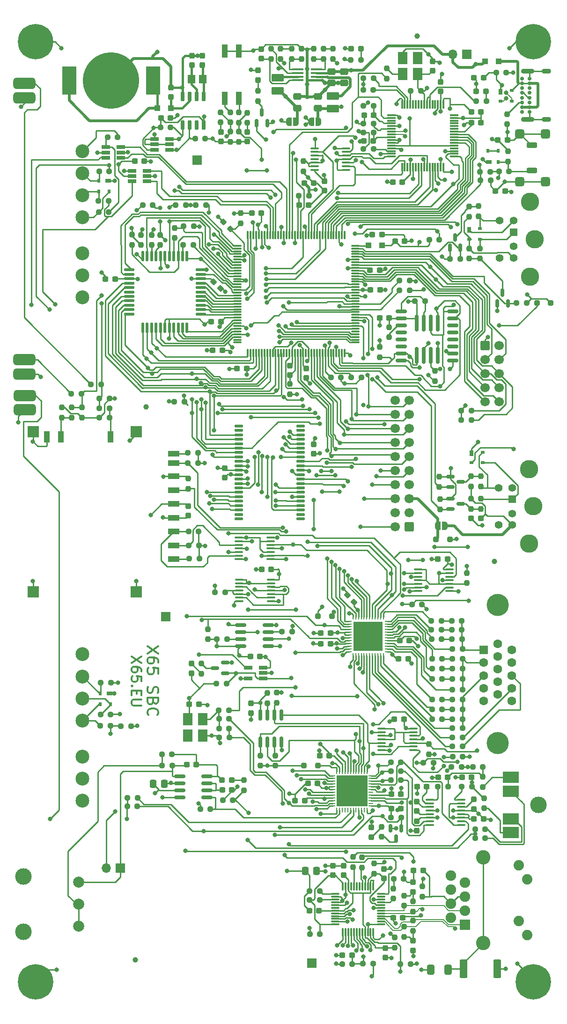
<source format=gbr>
%TF.GenerationSoftware,KiCad,Pcbnew,7.0.10-1.fc38*%
%TF.CreationDate,2024-01-13T22:19:29+01:00*%
%TF.ProjectId,x65-sbc-revA1,7836352d-7362-4632-9d72-657641312e6b,revA1*%
%TF.SameCoordinates,Original*%
%TF.FileFunction,Copper,L1,Top*%
%TF.FilePolarity,Positive*%
%FSLAX46Y46*%
G04 Gerber Fmt 4.6, Leading zero omitted, Abs format (unit mm)*
G04 Created by KiCad (PCBNEW 7.0.10-1.fc38) date 2024-01-13 22:19:29*
%MOMM*%
%LPD*%
G01*
G04 APERTURE LIST*
G04 Aperture macros list*
%AMRoundRect*
0 Rectangle with rounded corners*
0 $1 Rounding radius*
0 $2 $3 $4 $5 $6 $7 $8 $9 X,Y pos of 4 corners*
0 Add a 4 corners polygon primitive as box body*
4,1,4,$2,$3,$4,$5,$6,$7,$8,$9,$2,$3,0*
0 Add four circle primitives for the rounded corners*
1,1,$1+$1,$2,$3*
1,1,$1+$1,$4,$5*
1,1,$1+$1,$6,$7*
1,1,$1+$1,$8,$9*
0 Add four rect primitives between the rounded corners*
20,1,$1+$1,$2,$3,$4,$5,0*
20,1,$1+$1,$4,$5,$6,$7,0*
20,1,$1+$1,$6,$7,$8,$9,0*
20,1,$1+$1,$8,$9,$2,$3,0*%
%AMFreePoly0*
4,1,19,0.500000,-0.750000,0.000000,-0.750000,0.000000,-0.744911,-0.071157,-0.744911,-0.207708,-0.704816,-0.327430,-0.627875,-0.420627,-0.520320,-0.479746,-0.390866,-0.500000,-0.250000,-0.500000,0.250000,-0.479746,0.390866,-0.420627,0.520320,-0.327430,0.627875,-0.207708,0.704816,-0.071157,0.744911,0.000000,0.744911,0.000000,0.750000,0.500000,0.750000,0.500000,-0.750000,0.500000,-0.750000,
$1*%
%AMFreePoly1*
4,1,19,0.000000,0.744911,0.071157,0.744911,0.207708,0.704816,0.327430,0.627875,0.420627,0.520320,0.479746,0.390866,0.500000,0.250000,0.500000,-0.250000,0.479746,-0.390866,0.420627,-0.520320,0.327430,-0.627875,0.207708,-0.704816,0.071157,-0.744911,0.000000,-0.744911,0.000000,-0.750000,-0.500000,-0.750000,-0.500000,0.750000,0.000000,0.750000,0.000000,0.744911,0.000000,0.744911,
$1*%
G04 Aperture macros list end*
%ADD10C,0.300000*%
%TA.AperFunction,NonConductor*%
%ADD11C,0.300000*%
%TD*%
%TA.AperFunction,ComponentPad*%
%ADD12C,2.000000*%
%TD*%
%TA.AperFunction,ComponentPad*%
%ADD13C,3.000000*%
%TD*%
%TA.AperFunction,ComponentPad*%
%ADD14R,3.000000X2.000000*%
%TD*%
%TA.AperFunction,SMDPad,CuDef*%
%ADD15RoundRect,0.250000X-0.700000X0.250000X-0.700000X-0.250000X0.700000X-0.250000X0.700000X0.250000X0*%
%TD*%
%TA.AperFunction,SMDPad,CuDef*%
%ADD16RoundRect,0.425000X-0.425000X0.425000X-0.425000X-0.425000X0.425000X-0.425000X0.425000X0.425000X0*%
%TD*%
%TA.AperFunction,SMDPad,CuDef*%
%ADD17RoundRect,0.237500X-0.237500X0.250000X-0.237500X-0.250000X0.237500X-0.250000X0.237500X0.250000X0*%
%TD*%
%TA.AperFunction,SMDPad,CuDef*%
%ADD18R,1.560000X0.650000*%
%TD*%
%TA.AperFunction,SMDPad,CuDef*%
%ADD19RoundRect,0.237500X-0.300000X-0.237500X0.300000X-0.237500X0.300000X0.237500X-0.300000X0.237500X0*%
%TD*%
%TA.AperFunction,ComponentPad*%
%ADD20C,0.700000*%
%TD*%
%TA.AperFunction,ComponentPad*%
%ADD21O,2.400000X0.900000*%
%TD*%
%TA.AperFunction,ComponentPad*%
%ADD22O,1.700000X0.900000*%
%TD*%
%TA.AperFunction,SMDPad,CuDef*%
%ADD23RoundRect,0.237500X-0.250000X-0.237500X0.250000X-0.237500X0.250000X0.237500X-0.250000X0.237500X0*%
%TD*%
%TA.AperFunction,SMDPad,CuDef*%
%ADD24RoundRect,0.237500X0.250000X0.237500X-0.250000X0.237500X-0.250000X-0.237500X0.250000X-0.237500X0*%
%TD*%
%TA.AperFunction,SMDPad,CuDef*%
%ADD25RoundRect,0.237500X-0.237500X0.300000X-0.237500X-0.300000X0.237500X-0.300000X0.237500X0.300000X0*%
%TD*%
%TA.AperFunction,SMDPad,CuDef*%
%ADD26RoundRect,0.150000X-0.587500X-0.150000X0.587500X-0.150000X0.587500X0.150000X-0.587500X0.150000X0*%
%TD*%
%TA.AperFunction,SMDPad,CuDef*%
%ADD27RoundRect,0.237500X0.300000X0.237500X-0.300000X0.237500X-0.300000X-0.237500X0.300000X-0.237500X0*%
%TD*%
%TA.AperFunction,ComponentPad*%
%ADD28R,1.700000X1.700000*%
%TD*%
%TA.AperFunction,ComponentPad*%
%ADD29RoundRect,0.250000X0.600000X0.600000X-0.600000X0.600000X-0.600000X-0.600000X0.600000X-0.600000X0*%
%TD*%
%TA.AperFunction,ComponentPad*%
%ADD30C,1.700000*%
%TD*%
%TA.AperFunction,SMDPad,CuDef*%
%ADD31FreePoly0,0.000000*%
%TD*%
%TA.AperFunction,SMDPad,CuDef*%
%ADD32FreePoly1,0.000000*%
%TD*%
%TA.AperFunction,SMDPad,CuDef*%
%ADD33RoundRect,0.150000X-0.150000X0.587500X-0.150000X-0.587500X0.150000X-0.587500X0.150000X0.587500X0*%
%TD*%
%TA.AperFunction,SMDPad,CuDef*%
%ADD34RoundRect,0.237500X0.237500X-0.250000X0.237500X0.250000X-0.237500X0.250000X-0.237500X-0.250000X0*%
%TD*%
%TA.AperFunction,SMDPad,CuDef*%
%ADD35RoundRect,0.150000X-0.150000X0.725000X-0.150000X-0.725000X0.150000X-0.725000X0.150000X0.725000X0*%
%TD*%
%TA.AperFunction,SMDPad,CuDef*%
%ADD36RoundRect,0.100000X-0.637500X-0.100000X0.637500X-0.100000X0.637500X0.100000X-0.637500X0.100000X0*%
%TD*%
%TA.AperFunction,SMDPad,CuDef*%
%ADD37RoundRect,0.237500X0.287500X0.237500X-0.287500X0.237500X-0.287500X-0.237500X0.287500X-0.237500X0*%
%TD*%
%TA.AperFunction,ComponentPad*%
%ADD38R,1.398000X1.398000*%
%TD*%
%TA.AperFunction,ComponentPad*%
%ADD39C,1.398000*%
%TD*%
%TA.AperFunction,ComponentPad*%
%ADD40C,3.306000*%
%TD*%
%TA.AperFunction,SMDPad,CuDef*%
%ADD41RoundRect,0.237500X0.237500X-0.300000X0.237500X0.300000X-0.237500X0.300000X-0.237500X-0.300000X0*%
%TD*%
%TA.AperFunction,SMDPad,CuDef*%
%ADD42RoundRect,0.249999X-0.450001X-1.425001X0.450001X-1.425001X0.450001X1.425001X-0.450001X1.425001X0*%
%TD*%
%TA.AperFunction,SMDPad,CuDef*%
%ADD43RoundRect,0.237500X0.344715X-0.008839X-0.008839X0.344715X-0.344715X0.008839X0.008839X-0.344715X0*%
%TD*%
%TA.AperFunction,SMDPad,CuDef*%
%ADD44RoundRect,0.250000X0.250000X0.250000X-0.250000X0.250000X-0.250000X-0.250000X0.250000X-0.250000X0*%
%TD*%
%TA.AperFunction,SMDPad,CuDef*%
%ADD45R,1.760000X2.250000*%
%TD*%
%TA.AperFunction,ComponentPad*%
%ADD46C,6.400000*%
%TD*%
%TA.AperFunction,SMDPad,CuDef*%
%ADD47RoundRect,0.250001X-0.849999X0.462499X-0.849999X-0.462499X0.849999X-0.462499X0.849999X0.462499X0*%
%TD*%
%TA.AperFunction,SMDPad,CuDef*%
%ADD48RoundRect,0.237500X0.237500X-0.287500X0.237500X0.287500X-0.237500X0.287500X-0.237500X-0.287500X0*%
%TD*%
%TA.AperFunction,SMDPad,CuDef*%
%ADD49RoundRect,0.250000X-0.337500X-0.475000X0.337500X-0.475000X0.337500X0.475000X-0.337500X0.475000X0*%
%TD*%
%TA.AperFunction,SMDPad,CuDef*%
%ADD50RoundRect,0.137500X-0.800000X-0.137500X0.800000X-0.137500X0.800000X0.137500X-0.800000X0.137500X0*%
%TD*%
%TA.AperFunction,SMDPad,CuDef*%
%ADD51RoundRect,0.137500X-0.137500X-0.800000X0.137500X-0.800000X0.137500X0.800000X-0.137500X0.800000X0*%
%TD*%
%TA.AperFunction,SMDPad,CuDef*%
%ADD52C,1.000000*%
%TD*%
%TA.AperFunction,ComponentPad*%
%ADD53O,1.700000X1.700000*%
%TD*%
%TA.AperFunction,SMDPad,CuDef*%
%ADD54R,1.000000X1.000000*%
%TD*%
%TA.AperFunction,ComponentPad*%
%ADD55C,2.500000*%
%TD*%
%TA.AperFunction,SMDPad,CuDef*%
%ADD56RoundRect,0.150000X0.150000X-1.350000X0.150000X1.350000X-0.150000X1.350000X-0.150000X-1.350000X0*%
%TD*%
%TA.AperFunction,SMDPad,CuDef*%
%ADD57RoundRect,0.500000X-1.500000X0.500000X-1.500000X-0.500000X1.500000X-0.500000X1.500000X0.500000X0*%
%TD*%
%TA.AperFunction,ComponentPad*%
%ADD58C,1.890000*%
%TD*%
%TA.AperFunction,ComponentPad*%
%ADD59R,1.900000X1.900000*%
%TD*%
%TA.AperFunction,ComponentPad*%
%ADD60C,1.900000*%
%TD*%
%TA.AperFunction,ComponentPad*%
%ADD61C,2.600000*%
%TD*%
%TA.AperFunction,SMDPad,CuDef*%
%ADD62RoundRect,0.062500X0.337500X0.062500X-0.337500X0.062500X-0.337500X-0.062500X0.337500X-0.062500X0*%
%TD*%
%TA.AperFunction,SMDPad,CuDef*%
%ADD63RoundRect,0.062500X0.062500X0.337500X-0.062500X0.337500X-0.062500X-0.337500X0.062500X-0.337500X0*%
%TD*%
%TA.AperFunction,SMDPad,CuDef*%
%ADD64R,5.300000X5.300000*%
%TD*%
%TA.AperFunction,ComponentPad*%
%ADD65RoundRect,0.250000X-0.600000X-0.600000X0.600000X-0.600000X0.600000X0.600000X-0.600000X0.600000X0*%
%TD*%
%TA.AperFunction,SMDPad,CuDef*%
%ADD66RoundRect,0.250000X0.412500X0.650000X-0.412500X0.650000X-0.412500X-0.650000X0.412500X-0.650000X0*%
%TD*%
%TA.AperFunction,SMDPad,CuDef*%
%ADD67RoundRect,0.250000X-0.475000X0.337500X-0.475000X-0.337500X0.475000X-0.337500X0.475000X0.337500X0*%
%TD*%
%TA.AperFunction,SMDPad,CuDef*%
%ADD68RoundRect,0.150000X0.150000X-0.587500X0.150000X0.587500X-0.150000X0.587500X-0.150000X-0.587500X0*%
%TD*%
%TA.AperFunction,SMDPad,CuDef*%
%ADD69RoundRect,0.137500X-0.625000X-0.137500X0.625000X-0.137500X0.625000X0.137500X-0.625000X0.137500X0*%
%TD*%
%TA.AperFunction,SMDPad,CuDef*%
%ADD70R,1.000000X0.700000*%
%TD*%
%TA.AperFunction,SMDPad,CuDef*%
%ADD71R,0.600000X0.700000*%
%TD*%
%TA.AperFunction,SMDPad,CuDef*%
%ADD72RoundRect,0.237500X-0.380070X0.044194X0.044194X-0.380070X0.380070X-0.044194X-0.044194X0.380070X0*%
%TD*%
%TA.AperFunction,SMDPad,CuDef*%
%ADD73RoundRect,0.150000X-0.875000X-0.150000X0.875000X-0.150000X0.875000X0.150000X-0.875000X0.150000X0*%
%TD*%
%TA.AperFunction,SMDPad,CuDef*%
%ADD74RoundRect,0.150000X0.150000X-0.825000X0.150000X0.825000X-0.150000X0.825000X-0.150000X-0.825000X0*%
%TD*%
%TA.AperFunction,SMDPad,CuDef*%
%ADD75RoundRect,0.075000X-0.700000X-0.075000X0.700000X-0.075000X0.700000X0.075000X-0.700000X0.075000X0*%
%TD*%
%TA.AperFunction,SMDPad,CuDef*%
%ADD76RoundRect,0.075000X-0.075000X-0.700000X0.075000X-0.700000X0.075000X0.700000X-0.075000X0.700000X0*%
%TD*%
%TA.AperFunction,SMDPad,CuDef*%
%ADD77RoundRect,0.250000X0.475000X-0.337500X0.475000X0.337500X-0.475000X0.337500X-0.475000X-0.337500X0*%
%TD*%
%TA.AperFunction,SMDPad,CuDef*%
%ADD78R,2.500000X5.100000*%
%TD*%
%TA.AperFunction,SMDPad,CuDef*%
%ADD79C,10.200000*%
%TD*%
%TA.AperFunction,SMDPad,CuDef*%
%ADD80RoundRect,0.075000X0.662500X0.075000X-0.662500X0.075000X-0.662500X-0.075000X0.662500X-0.075000X0*%
%TD*%
%TA.AperFunction,SMDPad,CuDef*%
%ADD81RoundRect,0.075000X0.075000X0.662500X-0.075000X0.662500X-0.075000X-0.662500X0.075000X-0.662500X0*%
%TD*%
%TA.AperFunction,SMDPad,CuDef*%
%ADD82RoundRect,0.150000X0.825000X0.150000X-0.825000X0.150000X-0.825000X-0.150000X0.825000X-0.150000X0*%
%TD*%
%TA.AperFunction,SMDPad,CuDef*%
%ADD83R,0.700000X1.000000*%
%TD*%
%TA.AperFunction,SMDPad,CuDef*%
%ADD84R,0.700000X0.600000*%
%TD*%
%TA.AperFunction,SMDPad,CuDef*%
%ADD85RoundRect,0.075000X-0.662500X-0.075000X0.662500X-0.075000X0.662500X0.075000X-0.662500X0.075000X0*%
%TD*%
%TA.AperFunction,SMDPad,CuDef*%
%ADD86RoundRect,0.075000X-0.075000X-0.662500X0.075000X-0.662500X0.075000X0.662500X-0.075000X0.662500X0*%
%TD*%
%TA.AperFunction,SMDPad,CuDef*%
%ADD87RoundRect,0.100000X0.637500X0.100000X-0.637500X0.100000X-0.637500X-0.100000X0.637500X-0.100000X0*%
%TD*%
%TA.AperFunction,SMDPad,CuDef*%
%ADD88RoundRect,0.237500X0.380070X-0.044194X-0.044194X0.380070X-0.380070X0.044194X0.044194X-0.380070X0*%
%TD*%
%TA.AperFunction,SMDPad,CuDef*%
%ADD89RoundRect,0.237500X-0.237500X0.287500X-0.237500X-0.287500X0.237500X-0.287500X0.237500X0.287500X0*%
%TD*%
%TA.AperFunction,SMDPad,CuDef*%
%ADD90FreePoly0,180.000000*%
%TD*%
%TA.AperFunction,SMDPad,CuDef*%
%ADD91FreePoly1,180.000000*%
%TD*%
%TA.AperFunction,SMDPad,CuDef*%
%ADD92RoundRect,0.250000X-0.250000X-0.250000X0.250000X-0.250000X0.250000X0.250000X-0.250000X0.250000X0*%
%TD*%
%TA.AperFunction,SMDPad,CuDef*%
%ADD93R,2.000000X1.100000*%
%TD*%
%TA.AperFunction,SMDPad,CuDef*%
%ADD94R,1.000000X2.000000*%
%TD*%
%TA.AperFunction,SMDPad,CuDef*%
%ADD95R,2.000000X2.000000*%
%TD*%
%TA.AperFunction,ComponentPad*%
%ADD96C,4.000000*%
%TD*%
%TA.AperFunction,ComponentPad*%
%ADD97R,1.600000X1.600000*%
%TD*%
%TA.AperFunction,ComponentPad*%
%ADD98C,1.600000*%
%TD*%
%TA.AperFunction,SMDPad,CuDef*%
%ADD99R,2.000000X0.400000*%
%TD*%
%TA.AperFunction,SMDPad,CuDef*%
%ADD100RoundRect,0.062500X0.375000X0.062500X-0.375000X0.062500X-0.375000X-0.062500X0.375000X-0.062500X0*%
%TD*%
%TA.AperFunction,SMDPad,CuDef*%
%ADD101RoundRect,0.062500X0.062500X0.375000X-0.062500X0.375000X-0.062500X-0.375000X0.062500X-0.375000X0*%
%TD*%
%TA.AperFunction,SMDPad,CuDef*%
%ADD102R,5.600000X5.600000*%
%TD*%
%TA.AperFunction,SMDPad,CuDef*%
%ADD103RoundRect,0.150000X0.587500X0.150000X-0.587500X0.150000X-0.587500X-0.150000X0.587500X-0.150000X0*%
%TD*%
%TA.AperFunction,SMDPad,CuDef*%
%ADD104R,1.120000X2.440000*%
%TD*%
%TA.AperFunction,SMDPad,CuDef*%
%ADD105R,1.400000X1.500000*%
%TD*%
%TA.AperFunction,SMDPad,CuDef*%
%ADD106RoundRect,0.250001X0.849999X-0.462499X0.849999X0.462499X-0.849999X0.462499X-0.849999X-0.462499X0*%
%TD*%
%TA.AperFunction,ViaPad*%
%ADD107C,0.800000*%
%TD*%
%TA.AperFunction,Conductor*%
%ADD108C,0.250000*%
%TD*%
%TA.AperFunction,Conductor*%
%ADD109C,0.500000*%
%TD*%
%TA.AperFunction,Conductor*%
%ADD110C,0.400000*%
%TD*%
%TA.AperFunction,Conductor*%
%ADD111C,0.200000*%
%TD*%
G04 APERTURE END LIST*
D10*
D11*
X64127285Y-146172799D02*
X62327285Y-147372799D01*
X64127285Y-147372799D02*
X62327285Y-146172799D01*
X64127285Y-148829943D02*
X64127285Y-148487085D01*
X64127285Y-148487085D02*
X64041571Y-148315657D01*
X64041571Y-148315657D02*
X63955857Y-148229943D01*
X63955857Y-148229943D02*
X63698714Y-148058514D01*
X63698714Y-148058514D02*
X63355857Y-147972800D01*
X63355857Y-147972800D02*
X62670142Y-147972800D01*
X62670142Y-147972800D02*
X62498714Y-148058514D01*
X62498714Y-148058514D02*
X62413000Y-148144228D01*
X62413000Y-148144228D02*
X62327285Y-148315657D01*
X62327285Y-148315657D02*
X62327285Y-148658514D01*
X62327285Y-148658514D02*
X62413000Y-148829943D01*
X62413000Y-148829943D02*
X62498714Y-148915657D01*
X62498714Y-148915657D02*
X62670142Y-149001371D01*
X62670142Y-149001371D02*
X63098714Y-149001371D01*
X63098714Y-149001371D02*
X63270142Y-148915657D01*
X63270142Y-148915657D02*
X63355857Y-148829943D01*
X63355857Y-148829943D02*
X63441571Y-148658514D01*
X63441571Y-148658514D02*
X63441571Y-148315657D01*
X63441571Y-148315657D02*
X63355857Y-148144228D01*
X63355857Y-148144228D02*
X63270142Y-148058514D01*
X63270142Y-148058514D02*
X63098714Y-147972800D01*
X64127285Y-150629943D02*
X64127285Y-149772800D01*
X64127285Y-149772800D02*
X63270142Y-149687086D01*
X63270142Y-149687086D02*
X63355857Y-149772800D01*
X63355857Y-149772800D02*
X63441571Y-149944229D01*
X63441571Y-149944229D02*
X63441571Y-150372800D01*
X63441571Y-150372800D02*
X63355857Y-150544229D01*
X63355857Y-150544229D02*
X63270142Y-150629943D01*
X63270142Y-150629943D02*
X63098714Y-150715657D01*
X63098714Y-150715657D02*
X62670142Y-150715657D01*
X62670142Y-150715657D02*
X62498714Y-150629943D01*
X62498714Y-150629943D02*
X62413000Y-150544229D01*
X62413000Y-150544229D02*
X62327285Y-150372800D01*
X62327285Y-150372800D02*
X62327285Y-149944229D01*
X62327285Y-149944229D02*
X62413000Y-149772800D01*
X62413000Y-149772800D02*
X62498714Y-149687086D01*
X62498714Y-151487086D02*
X62413000Y-151572800D01*
X62413000Y-151572800D02*
X62327285Y-151487086D01*
X62327285Y-151487086D02*
X62413000Y-151401372D01*
X62413000Y-151401372D02*
X62498714Y-151487086D01*
X62498714Y-151487086D02*
X62327285Y-151487086D01*
X63270142Y-152344229D02*
X63270142Y-152944229D01*
X62327285Y-153201372D02*
X62327285Y-152344229D01*
X62327285Y-152344229D02*
X64127285Y-152344229D01*
X64127285Y-152344229D02*
X64127285Y-153201372D01*
X64127285Y-153972800D02*
X62670142Y-153972800D01*
X62670142Y-153972800D02*
X62498714Y-154058514D01*
X62498714Y-154058514D02*
X62413000Y-154144229D01*
X62413000Y-154144229D02*
X62327285Y-154315657D01*
X62327285Y-154315657D02*
X62327285Y-154658514D01*
X62327285Y-154658514D02*
X62413000Y-154829943D01*
X62413000Y-154829943D02*
X62498714Y-154915657D01*
X62498714Y-154915657D02*
X62670142Y-155001371D01*
X62670142Y-155001371D02*
X64127285Y-155001371D01*
D10*
D11*
X67206561Y-144285485D02*
X65206561Y-145618818D01*
X67206561Y-145618818D02*
X65206561Y-144285485D01*
X67206561Y-147237866D02*
X67206561Y-146856913D01*
X67206561Y-146856913D02*
X67111323Y-146666437D01*
X67111323Y-146666437D02*
X67016085Y-146571199D01*
X67016085Y-146571199D02*
X66730371Y-146380723D01*
X66730371Y-146380723D02*
X66349419Y-146285485D01*
X66349419Y-146285485D02*
X65587514Y-146285485D01*
X65587514Y-146285485D02*
X65397038Y-146380723D01*
X65397038Y-146380723D02*
X65301800Y-146475961D01*
X65301800Y-146475961D02*
X65206561Y-146666437D01*
X65206561Y-146666437D02*
X65206561Y-147047390D01*
X65206561Y-147047390D02*
X65301800Y-147237866D01*
X65301800Y-147237866D02*
X65397038Y-147333104D01*
X65397038Y-147333104D02*
X65587514Y-147428342D01*
X65587514Y-147428342D02*
X66063704Y-147428342D01*
X66063704Y-147428342D02*
X66254180Y-147333104D01*
X66254180Y-147333104D02*
X66349419Y-147237866D01*
X66349419Y-147237866D02*
X66444657Y-147047390D01*
X66444657Y-147047390D02*
X66444657Y-146666437D01*
X66444657Y-146666437D02*
X66349419Y-146475961D01*
X66349419Y-146475961D02*
X66254180Y-146380723D01*
X66254180Y-146380723D02*
X66063704Y-146285485D01*
X67206561Y-149237866D02*
X67206561Y-148285485D01*
X67206561Y-148285485D02*
X66254180Y-148190247D01*
X66254180Y-148190247D02*
X66349419Y-148285485D01*
X66349419Y-148285485D02*
X66444657Y-148475961D01*
X66444657Y-148475961D02*
X66444657Y-148952152D01*
X66444657Y-148952152D02*
X66349419Y-149142628D01*
X66349419Y-149142628D02*
X66254180Y-149237866D01*
X66254180Y-149237866D02*
X66063704Y-149333104D01*
X66063704Y-149333104D02*
X65587514Y-149333104D01*
X65587514Y-149333104D02*
X65397038Y-149237866D01*
X65397038Y-149237866D02*
X65301800Y-149142628D01*
X65301800Y-149142628D02*
X65206561Y-148952152D01*
X65206561Y-148952152D02*
X65206561Y-148475961D01*
X65206561Y-148475961D02*
X65301800Y-148285485D01*
X65301800Y-148285485D02*
X65397038Y-148190247D01*
X65301800Y-151618819D02*
X65206561Y-151904533D01*
X65206561Y-151904533D02*
X65206561Y-152380724D01*
X65206561Y-152380724D02*
X65301800Y-152571200D01*
X65301800Y-152571200D02*
X65397038Y-152666438D01*
X65397038Y-152666438D02*
X65587514Y-152761676D01*
X65587514Y-152761676D02*
X65777990Y-152761676D01*
X65777990Y-152761676D02*
X65968466Y-152666438D01*
X65968466Y-152666438D02*
X66063704Y-152571200D01*
X66063704Y-152571200D02*
X66158942Y-152380724D01*
X66158942Y-152380724D02*
X66254180Y-151999771D01*
X66254180Y-151999771D02*
X66349419Y-151809295D01*
X66349419Y-151809295D02*
X66444657Y-151714057D01*
X66444657Y-151714057D02*
X66635133Y-151618819D01*
X66635133Y-151618819D02*
X66825609Y-151618819D01*
X66825609Y-151618819D02*
X67016085Y-151714057D01*
X67016085Y-151714057D02*
X67111323Y-151809295D01*
X67111323Y-151809295D02*
X67206561Y-151999771D01*
X67206561Y-151999771D02*
X67206561Y-152475962D01*
X67206561Y-152475962D02*
X67111323Y-152761676D01*
X66254180Y-154285486D02*
X66158942Y-154571200D01*
X66158942Y-154571200D02*
X66063704Y-154666438D01*
X66063704Y-154666438D02*
X65873228Y-154761676D01*
X65873228Y-154761676D02*
X65587514Y-154761676D01*
X65587514Y-154761676D02*
X65397038Y-154666438D01*
X65397038Y-154666438D02*
X65301800Y-154571200D01*
X65301800Y-154571200D02*
X65206561Y-154380724D01*
X65206561Y-154380724D02*
X65206561Y-153618819D01*
X65206561Y-153618819D02*
X67206561Y-153618819D01*
X67206561Y-153618819D02*
X67206561Y-154285486D01*
X67206561Y-154285486D02*
X67111323Y-154475962D01*
X67111323Y-154475962D02*
X67016085Y-154571200D01*
X67016085Y-154571200D02*
X66825609Y-154666438D01*
X66825609Y-154666438D02*
X66635133Y-154666438D01*
X66635133Y-154666438D02*
X66444657Y-154571200D01*
X66444657Y-154571200D02*
X66349419Y-154475962D01*
X66349419Y-154475962D02*
X66254180Y-154285486D01*
X66254180Y-154285486D02*
X66254180Y-153618819D01*
X65397038Y-156761676D02*
X65301800Y-156666438D01*
X65301800Y-156666438D02*
X65206561Y-156380724D01*
X65206561Y-156380724D02*
X65206561Y-156190248D01*
X65206561Y-156190248D02*
X65301800Y-155904533D01*
X65301800Y-155904533D02*
X65492276Y-155714057D01*
X65492276Y-155714057D02*
X65682752Y-155618819D01*
X65682752Y-155618819D02*
X66063704Y-155523581D01*
X66063704Y-155523581D02*
X66349419Y-155523581D01*
X66349419Y-155523581D02*
X66730371Y-155618819D01*
X66730371Y-155618819D02*
X66920847Y-155714057D01*
X66920847Y-155714057D02*
X67111323Y-155904533D01*
X67111323Y-155904533D02*
X67206561Y-156190248D01*
X67206561Y-156190248D02*
X67206561Y-156380724D01*
X67206561Y-156380724D02*
X67111323Y-156666438D01*
X67111323Y-156666438D02*
X67016085Y-156761676D01*
D12*
%TO.P,RV1101,1,1*%
%TO.N,Net-(R1107-Pad2)*%
X52781200Y-194957200D03*
%TO.P,RV1101,2,2*%
X52781200Y-190957200D03*
%TO.P,RV1101,3,3*%
%TO.N,/Sound Output/SPK1*%
X52781200Y-186957200D03*
D13*
%TO.P,RV1101,5*%
%TO.N,N/C*%
X42781200Y-195957200D03*
%TO.P,RV1101,6*%
X42781200Y-185957200D03*
%TD*%
D14*
%TO.P,J1104,R*%
%TO.N,/Sound Output/RJACK*%
X130932000Y-178000000D03*
%TO.P,J1104,RN*%
%TO.N,RN_AUDIO*%
X130932000Y-175500000D03*
D13*
%TO.P,J1104,S*%
%TO.N,GND*%
X135932000Y-173000000D03*
D14*
%TO.P,J1104,T*%
%TO.N,/Sound Output/LJACK*%
X130932000Y-168000000D03*
%TO.P,J1104,TN*%
%TO.N,LN_AUDIO*%
X130932000Y-170500000D03*
%TD*%
D15*
%TO.P,SW301,1,1*%
%TO.N,GND*%
X134778800Y-53680400D03*
%TO.P,SW301,2,2*%
%TO.N,Net-(D303-K-Pad2)*%
X134778800Y-58280400D03*
D16*
%TO.P,SW301,SH,SH*%
%TO.N,GND*%
X137178800Y-51630400D03*
X132578800Y-51630400D03*
X137178800Y-60280400D03*
X132578800Y-60280400D03*
%TD*%
D17*
%TO.P,R517,1*%
%TO.N,/USB-Terminal/ICD2NORAROM*%
X93387000Y-56590000D03*
%TO.P,R517,2*%
%TO.N,GND*%
X93387000Y-58415000D03*
%TD*%
D18*
%TO.P,U1203,1,SCL*%
%TO.N,I2C_SCL*%
X69200000Y-54500000D03*
%TO.P,U1203,2,GND*%
%TO.N,GND*%
X69200000Y-53550000D03*
%TO.P,U1203,3,SDA*%
%TO.N,I2C_SDA*%
X69200000Y-52600000D03*
%TO.P,U1203,4,A1*%
%TO.N,GND*%
X66500000Y-52600000D03*
%TO.P,U1203,5,A0*%
X66500000Y-53550000D03*
%TO.P,U1203,6,VCC*%
%TO.N,+3V3*%
X66500000Y-54500000D03*
%TD*%
D19*
%TO.P,C1215,1*%
%TO.N,GND*%
X113335900Y-184861200D03*
%TO.P,C1215,2*%
%TO.N,/Ethernet/CTVDD*%
X115060900Y-184861200D03*
%TD*%
D20*
%TO.P,J501,A1,GND*%
%TO.N,GND*%
X132975000Y-47650000D03*
%TO.P,J501,A4,VBUS*%
%TO.N,/USB-Terminal/VBUS*%
X132975000Y-46800000D03*
%TO.P,J501,A5,CC1*%
%TO.N,/USB-Terminal/CC1*%
X132975000Y-45950000D03*
%TO.P,J501,A6,D+*%
%TO.N,/USB-Terminal/USBD_P*%
X132975000Y-45100000D03*
%TO.P,J501,A7,D-*%
%TO.N,/USB-Terminal/USBD_N*%
X132975000Y-44250000D03*
%TO.P,J501,A8,SBU1*%
%TO.N,unconnected-(J501-SBU1-PadA8)*%
X132975000Y-43400000D03*
%TO.P,J501,A9,VBUS*%
%TO.N,/USB-Terminal/VBUS*%
X132975000Y-42550000D03*
%TO.P,J501,A12,GND*%
%TO.N,GND*%
X132975000Y-41700000D03*
%TO.P,J501,B1,GND*%
X134325000Y-41700000D03*
%TO.P,J501,B4,VBUS*%
%TO.N,/USB-Terminal/VBUS*%
X134325000Y-42550000D03*
%TO.P,J501,B5,CC2*%
%TO.N,/USB-Terminal/CC2*%
X134325000Y-43400000D03*
%TO.P,J501,B6,D+*%
%TO.N,/USB-Terminal/USBD_P*%
X134325000Y-44250000D03*
%TO.P,J501,B7,D-*%
%TO.N,/USB-Terminal/USBD_N*%
X134325000Y-45100000D03*
%TO.P,J501,B8,SBU2*%
%TO.N,unconnected-(J501-SBU2-PadB8)*%
X134325000Y-45950000D03*
%TO.P,J501,B9,VBUS*%
%TO.N,/USB-Terminal/VBUS*%
X134325000Y-46800000D03*
%TO.P,J501,B12,GND*%
%TO.N,GND*%
X134325000Y-47650000D03*
D21*
%TO.P,J501,S1,SHIELD*%
X133955000Y-49000000D03*
D22*
X137335000Y-49000000D03*
D21*
X133955000Y-40350000D03*
D22*
X137335000Y-40350000D03*
%TD*%
D23*
%TO.P,R401,1*%
%TO.N,CPULED0*%
X56533500Y-99516000D03*
%TO.P,R401,2*%
%TO.N,+3V3*%
X58358500Y-99516000D03*
%TD*%
D18*
%TO.P,U501,1*%
%TO.N,VFPGA_CDONE*%
X86135200Y-150098800D03*
%TO.P,U501,2*%
%TO.N,AFPGA_CDONE*%
X86135200Y-149148800D03*
%TO.P,U501,3,GND*%
%TO.N,GND*%
X86135200Y-148198800D03*
%TO.P,U501,4*%
%TO.N,VEAURADONE*%
X83435200Y-148198800D03*
%TO.P,U501,5,VCC*%
%TO.N,+3V3*%
X83435200Y-150098800D03*
%TD*%
D24*
%TO.P,R1111,1*%
%TO.N,LN_AUDIO*%
X126286900Y-179019200D03*
%TO.P,R1111,2*%
%TO.N,/Sound Output/MONOMIX*%
X124461900Y-179019200D03*
%TD*%
%TO.P,R305,1*%
%TO.N,/NORA FPGA/FIO3*%
X115436500Y-81918591D03*
%TO.P,R305,2*%
%TO.N,+3V3*%
X113611500Y-81918591D03*
%TD*%
D25*
%TO.P,C1007,1*%
%TO.N,+3V3*%
X83921600Y-154635200D03*
%TO.P,C1007,2*%
%TO.N,GND*%
X83921600Y-156360200D03*
%TD*%
D26*
%TO.P,Q601,1,G*%
%TO.N,+3V3*%
X119966500Y-113604000D03*
%TO.P,Q601,2,S*%
%TO.N,PS2M_CLK*%
X119966500Y-115504000D03*
%TO.P,Q601,3,D*%
%TO.N,Net-(Q601-D)*%
X121841500Y-114554000D03*
%TD*%
D27*
%TO.P,C601,1*%
%TO.N,+5V*%
X129885700Y-61974800D03*
%TO.P,C601,2*%
%TO.N,GND*%
X128160700Y-61974800D03*
%TD*%
D17*
%TO.P,R1001,1*%
%TO.N,AURAFCS*%
X116078000Y-162003100D03*
%TO.P,R1001,2*%
%TO.N,GND*%
X116078000Y-163828100D03*
%TD*%
D28*
%TO.P,J704,1,Pin_1*%
%TO.N,GND*%
X94945200Y-201574400D03*
%TD*%
D23*
%TO.P,R1206,1*%
%TO.N,Net-(R1205-Pad2)*%
X109721100Y-186333200D03*
%TO.P,R1206,2*%
%TO.N,GND*%
X111546100Y-186333200D03*
%TD*%
D29*
%TO.P,J601,1,Pin_1*%
%TO.N,GND*%
X112540000Y-122700000D03*
D30*
%TO.P,J601,2,Pin_2*%
%TO.N,~{MWR}*%
X110000000Y-122700000D03*
%TO.P,J601,3,Pin_3*%
%TO.N,~{UE_CS3}*%
X112540000Y-120160000D03*
%TO.P,J601,4,Pin_4*%
%TO.N,~{UE_IRQ}*%
X110000000Y-120160000D03*
%TO.P,J601,5,Pin_5*%
%TO.N,/PS2 Kbd+Mouse\u002C UEXT/UEPWR*%
X112540000Y-117620000D03*
%TO.P,J601,6,Pin_6*%
%TO.N,A4*%
X110000000Y-117620000D03*
%TO.P,J601,7,Pin_7*%
%TO.N,A3*%
X112540000Y-115080000D03*
%TO.P,J601,8,Pin_8*%
%TO.N,A2*%
X110000000Y-115080000D03*
%TO.P,J601,9,Pin_9*%
%TO.N,A1*%
X112540000Y-112540000D03*
%TO.P,J601,10,Pin_10*%
%TO.N,A0*%
X110000000Y-112540000D03*
%TO.P,J601,11,Pin_11*%
%TO.N,D0*%
X112540000Y-110000000D03*
%TO.P,J601,12,Pin_12*%
%TO.N,D1*%
X110000000Y-110000000D03*
%TO.P,J601,13,Pin_13*%
%TO.N,D2*%
X112540000Y-107460000D03*
%TO.P,J601,14,Pin_14*%
%TO.N,D3*%
X110000000Y-107460000D03*
%TO.P,J601,15,Pin_15*%
%TO.N,D4*%
X112540000Y-104920000D03*
%TO.P,J601,16,Pin_16*%
%TO.N,D5*%
X110000000Y-104920000D03*
%TO.P,J601,17,Pin_17*%
%TO.N,D6*%
X112540000Y-102380000D03*
%TO.P,J601,18,Pin_18*%
%TO.N,D7*%
X110000000Y-102380000D03*
%TO.P,J601,19,Pin_19*%
%TO.N,~{MRD}*%
X112540000Y-99840000D03*
%TO.P,J601,20,Pin_20*%
%TO.N,GND*%
X110000000Y-99840000D03*
%TD*%
D31*
%TO.P,JP601,1,A*%
%TO.N,/PS2 Kbd+Mouse\u002C UEXT/UEPWR*%
X117714000Y-122529600D03*
D32*
%TO.P,JP601,2,B*%
%TO.N,+5V*%
X119014000Y-122529600D03*
%TD*%
D33*
%TO.P,Q1001,1,G*%
%TO.N,AFPGA_CDONE*%
X111099600Y-177190400D03*
%TO.P,Q1001,2,S*%
%TO.N,GND*%
X109199600Y-177190400D03*
%TO.P,Q1001,3,D*%
%TO.N,Net-(Q1001-D)*%
X110149600Y-179065400D03*
%TD*%
D19*
%TO.P,C502,1*%
%TO.N,/USB-Terminal/FTDI1V8*%
X123787500Y-47680000D03*
%TO.P,C502,2*%
%TO.N,GND*%
X125512500Y-47680000D03*
%TD*%
D24*
%TO.P,R911,1*%
%TO.N,+3V3*%
X91387300Y-141630400D03*
%TO.P,R911,2*%
%TO.N,Net-(U904-IO2)*%
X89562300Y-141630400D03*
%TD*%
D17*
%TO.P,R417,1*%
%TO.N,Net-(R417-Pad1)*%
X81737200Y-47804700D03*
%TO.P,R417,2*%
%TO.N,DIPLED0*%
X81737200Y-49629700D03*
%TD*%
D18*
%TO.P,U403,1*%
%TO.N,NESLATCH*%
X65104000Y-60233600D03*
%TO.P,U403,2,GND*%
%TO.N,GND*%
X65104000Y-59283600D03*
%TO.P,U403,3*%
%TO.N,NESCLOCK*%
X65104000Y-58333600D03*
%TO.P,U403,4*%
%TO.N,/LEDs\u002C RTC\u002C SNES/NESCLOCK5*%
X62404000Y-58333600D03*
%TO.P,U403,5,VCC*%
%TO.N,+5V*%
X62404000Y-59283600D03*
%TO.P,U403,6*%
%TO.N,/LEDs\u002C RTC\u002C SNES/NESLATCH5*%
X62404000Y-60233600D03*
%TD*%
D23*
%TO.P,R214,1*%
%TO.N,+3V3*%
X64365500Y-64516000D03*
%TO.P,R214,2*%
%TO.N,CRDY*%
X66190500Y-64516000D03*
%TD*%
D34*
%TO.P,R1009,1*%
%TO.N,+3V3*%
X85674200Y-165910900D03*
%TO.P,R1009,2*%
%TO.N,~{AFLASH_SSEL}*%
X85674200Y-164085900D03*
%TD*%
D28*
%TO.P,J703,1,Pin_1*%
%TO.N,GND*%
X68529200Y-138988800D03*
%TD*%
D24*
%TO.P,R707,1*%
%TO.N,Net-(D701-K)*%
X103833300Y-38252400D03*
%TO.P,R707,2*%
%TO.N,GND*%
X102008300Y-38252400D03*
%TD*%
%TO.P,R618,1*%
%TO.N,UE_SDA*%
X112611000Y-78180000D03*
%TO.P,R618,2*%
%TO.N,I2C_SDA*%
X110786000Y-78180000D03*
%TD*%
D23*
%TO.P,R912,1*%
%TO.N,+3V3*%
X77776700Y-143052800D03*
%TO.P,R912,2*%
%TO.N,Net-(U904-IO3)*%
X79601700Y-143052800D03*
%TD*%
D17*
%TO.P,R609,1*%
%TO.N,+3V3*%
X117983000Y-113641500D03*
%TO.P,R609,2*%
%TO.N,PS2M_CLK*%
X117983000Y-115466500D03*
%TD*%
D23*
%TO.P,R909,1*%
%TO.N,+3V3*%
X56533500Y-102945000D03*
%TO.P,R909,2*%
%TO.N,~{SD_CD}*%
X58358500Y-102945000D03*
%TD*%
D24*
%TO.P,R1201,1*%
%TO.N,~{ERST}*%
X106017700Y-201726800D03*
%TO.P,R1201,2*%
%TO.N,/Ethernet/~{WIZRST}*%
X104192700Y-201726800D03*
%TD*%
D35*
%TO.P,U402,1,X1*%
%TO.N,Net-(U402-X1)*%
X75405000Y-44925000D03*
%TO.P,U402,2,X2*%
%TO.N,Net-(U402-X2)*%
X74135000Y-44925000D03*
%TO.P,U402,3,VBAT*%
%TO.N,/LEDs\u002C RTC\u002C SNES/VBAT3V*%
X72865000Y-44925000D03*
%TO.P,U402,4,VSS*%
%TO.N,GND*%
X71595000Y-44925000D03*
%TO.P,U402,5,SDA*%
%TO.N,I2C_SDA*%
X71595000Y-50075000D03*
%TO.P,U402,6,SCL*%
%TO.N,I2C_SCL*%
X72865000Y-50075000D03*
%TO.P,U402,7,MFP*%
%TO.N,unconnected-(U402-MFP-Pad7)*%
X74135000Y-50075000D03*
%TO.P,U402,8,VCC*%
%TO.N,+3V3*%
X75405000Y-50075000D03*
%TD*%
D17*
%TO.P,R1213,1*%
%TO.N,Net-(C1214-Pad2)*%
X111598800Y-189383100D03*
%TO.P,R1213,2*%
%TO.N,/Ethernet/RDP*%
X111598800Y-191208100D03*
%TD*%
D27*
%TO.P,C1101,1*%
%TO.N,Net-(C1101-Pad1)*%
X80429501Y-168478200D03*
%TO.P,C1101,2*%
%TO.N,/Sound Output/AMPINN*%
X78704501Y-168478200D03*
%TD*%
D36*
%TO.P,U901,1,1OE*%
%TO.N,VFPGA_CDONE*%
X81752600Y-124674800D03*
%TO.P,U901,2,1A*%
%TO.N,~{SD_SSEL}*%
X81752600Y-125324800D03*
%TO.P,U901,3,1B*%
%TO.N,/SD-Card/CDDAT3*%
X81752600Y-125974800D03*
%TO.P,U901,4,2OE*%
%TO.N,VFPGA_CDONE*%
X81752600Y-126624800D03*
%TO.P,U901,5,2A*%
%TO.N,VSPI_MOSI*%
X81752600Y-127274800D03*
%TO.P,U901,6,2B*%
%TO.N,/SD-Card/CMD*%
X81752600Y-127924800D03*
%TO.P,U901,7,GND*%
%TO.N,GND*%
X81752600Y-128574800D03*
%TO.P,U901,8,3B*%
%TO.N,/SD-Card/CLK*%
X87477600Y-128574800D03*
%TO.P,U901,9,3A*%
%TO.N,VSPI_SCK*%
X87477600Y-127924800D03*
%TO.P,U901,10,3OE*%
%TO.N,VFPGA_CDONE*%
X87477600Y-127274800D03*
%TO.P,U901,11,4B*%
%TO.N,/SD-Card/DAT0*%
X87477600Y-126624800D03*
%TO.P,U901,12,4A*%
%TO.N,VSPI_MISO*%
X87477600Y-125974800D03*
%TO.P,U901,13,4OE*%
%TO.N,VFPGA_CDONE*%
X87477600Y-125324800D03*
%TO.P,U901,14,VCC*%
%TO.N,+3V3*%
X87477600Y-124674800D03*
%TD*%
D25*
%TO.P,C307,1*%
%TO.N,GND*%
X91000000Y-93537500D03*
%TO.P,C307,2*%
%TO.N,/NORA FPGA/VCCPLL0*%
X91000000Y-95262500D03*
%TD*%
D24*
%TO.P,R503,1*%
%TO.N,/USB-Terminal/EECS*%
X106068500Y-43738800D03*
%TO.P,R503,2*%
%TO.N,+3V3*%
X104243500Y-43738800D03*
%TD*%
D23*
%TO.P,R803,1*%
%TO.N,+3V3*%
X77675100Y-151079200D03*
%TO.P,R803,2*%
%TO.N,VFPGA_CDONE*%
X79500100Y-151079200D03*
%TD*%
D24*
%TO.P,R1216,1*%
%TO.N,+3V3*%
X112774100Y-201777600D03*
%TO.P,R1216,2*%
%TO.N,~{EIRQ}*%
X110949100Y-201777600D03*
%TD*%
D36*
%TO.P,U903,1*%
%TO.N,VFPGA_CDONE*%
X81821100Y-132263600D03*
%TO.P,U903,2*%
X81821100Y-132913600D03*
%TO.P,U903,3*%
%TO.N,Net-(U903-Pad3)*%
X81821100Y-133563600D03*
%TO.P,U903,4*%
%TO.N,~{VSPI_SSEL}*%
X81821100Y-134213600D03*
%TO.P,U903,5*%
X81821100Y-134863600D03*
%TO.P,U903,6*%
%TO.N,Net-(U903-Pad10)*%
X81821100Y-135513600D03*
%TO.P,U903,7,GND*%
%TO.N,GND*%
X81821100Y-136163600D03*
%TO.P,U903,8*%
%TO.N,~{VFLASH_SSEL}*%
X87546100Y-136163600D03*
%TO.P,U903,9*%
%TO.N,Net-(U903-Pad3)*%
X87546100Y-135513600D03*
%TO.P,U903,10*%
%TO.N,Net-(U903-Pad10)*%
X87546100Y-134863600D03*
%TO.P,U903,11*%
%TO.N,~{SD_SSEL}*%
X87546100Y-134213600D03*
%TO.P,U903,12*%
%TO.N,Net-(U903-Pad10)*%
X87546100Y-133563600D03*
%TO.P,U903,13*%
%TO.N,VFPGA_CDONE*%
X87546100Y-132913600D03*
%TO.P,U903,14,VCC*%
%TO.N,+3V3*%
X87546100Y-132263600D03*
%TD*%
%TO.P,U1101,1,LINEVOUTL*%
%TO.N,/Sound Output/LINEOUTL*%
X116271550Y-172043400D03*
%TO.P,U1101,2,CPVOUTN*%
%TO.N,Net-(U1101-CPVOUTN)*%
X116271550Y-172693400D03*
%TO.P,U1101,3,CPCB*%
%TO.N,Net-(U1101-CPCB)*%
X116271550Y-173343400D03*
%TO.P,U1101,4,LINEGND*%
%TO.N,GND*%
X116271550Y-173993400D03*
%TO.P,U1101,5,CPCA*%
%TO.N,Net-(U1101-CPCA)*%
X116271550Y-174643400D03*
%TO.P,U1101,6,LINEVDD*%
%TO.N,+3V3*%
X116271550Y-175293400D03*
%TO.P,U1101,7,DACDAT*%
%TO.N,AUDIO_DATA*%
X116271550Y-175943400D03*
%TO.P,U1101,8,LRCLK*%
%TO.N,AUDIO_LRCK*%
X116271550Y-176593400D03*
%TO.P,U1101,9,BCLK*%
%TO.N,AUDIO_BCK*%
X121996550Y-176593400D03*
%TO.P,U1101,10,MCLK*%
%TO.N,ASYSCLK*%
X121996550Y-175943400D03*
%TO.P,U1101,11,~{MUTE}*%
%TO.N,+3V3*%
X121996550Y-175293400D03*
%TO.P,U1101,12,AIFMODE*%
X121996550Y-174643400D03*
%TO.P,U1101,13,AGND*%
%TO.N,GND*%
X121996550Y-173993400D03*
%TO.P,U1101,14,VMID*%
%TO.N,Net-(U1101-VMID)*%
X121996550Y-173343400D03*
%TO.P,U1101,15,AVDD*%
%TO.N,+3V3*%
X121996550Y-172693400D03*
%TO.P,U1101,16,LINEVOUTR*%
%TO.N,/Sound Output/LINEOUTR*%
X121996550Y-172043400D03*
%TD*%
D23*
%TO.P,R207,1*%
%TO.N,~{CRES}*%
X70309100Y-64516000D03*
%TO.P,R207,2*%
%TO.N,GND*%
X72134100Y-64516000D03*
%TD*%
D37*
%TO.P,D502,1,K*%
%TO.N,Net-(D502-K)*%
X126443800Y-43940800D03*
%TO.P,D502,2,A*%
%TO.N,+3V3*%
X124693800Y-43940800D03*
%TD*%
D24*
%TO.P,R816,1*%
%TO.N,Net-(R816-Pad1)*%
X118514500Y-153924000D03*
%TO.P,R816,2*%
%TO.N,VGA_B3*%
X116689500Y-153924000D03*
%TD*%
%TO.P,R1013,1*%
%TO.N,+3V3*%
X122224800Y-164287200D03*
%TO.P,R1013,2*%
%TO.N,~{AIRQ}*%
X120399800Y-164287200D03*
%TD*%
%TO.P,R906,1*%
%TO.N,+3V3*%
X74360500Y-109295000D03*
%TO.P,R906,2*%
%TO.N,/SD-Card/DAT1*%
X72535500Y-109295000D03*
%TD*%
D27*
%TO.P,C1217,1*%
%TO.N,GND*%
X69392800Y-48818800D03*
%TO.P,C1217,2*%
%TO.N,+3V3*%
X67667800Y-48818800D03*
%TD*%
%TO.P,C309,1*%
%TO.N,+3V3*%
X108924000Y-84918591D03*
%TO.P,C309,2*%
%TO.N,GND*%
X107199000Y-84918591D03*
%TD*%
D38*
%TO.P,J606,1*%
%TO.N,/PS2 Kbd+Mouse\u002C UEXT/PS2B_DATA5*%
X131410800Y-69412400D03*
D39*
%TO.P,J606,2*%
%TO.N,unconnected-(J606-Pad2)*%
X131410800Y-72012400D03*
%TO.P,J606,3*%
%TO.N,GND*%
X131410800Y-67362400D03*
%TO.P,J606,4*%
%TO.N,+5V*%
X131410800Y-74062400D03*
%TO.P,J606,5*%
%TO.N,/PS2 Kbd+Mouse\u002C UEXT/PS2B_CLK5*%
X128920800Y-67362400D03*
%TO.P,J606,6*%
%TO.N,unconnected-(J606-Pad6)*%
X128920800Y-74062400D03*
D40*
%TO.P,J606,S1*%
%TO.N,N/C*%
X135220800Y-70712400D03*
%TO.P,J606,S2*%
X134410800Y-77472400D03*
%TO.P,J606,S3*%
X134410800Y-63952400D03*
%TD*%
D24*
%TO.P,R810,1*%
%TO.N,Net-(R810-Pad1)*%
X118411000Y-143002000D03*
%TO.P,R810,2*%
%TO.N,VGA_R1*%
X116586000Y-143002000D03*
%TD*%
D27*
%TO.P,C803,1*%
%TO.N,+1V2*%
X98313500Y-141934000D03*
%TO.P,C803,2*%
%TO.N,GND*%
X96588500Y-141934000D03*
%TD*%
D24*
%TO.P,R811,1*%
%TO.N,/VERA FPGA/RED*%
X122197500Y-144780000D03*
%TO.P,R811,2*%
%TO.N,VGA_R0*%
X120372500Y-144780000D03*
%TD*%
D41*
%TO.P,C201,1*%
%TO.N,+3V3*%
X95250000Y-109523700D03*
%TO.P,C201,2*%
%TO.N,GND*%
X95250000Y-107798700D03*
%TD*%
D42*
%TO.P,R1215,1*%
%TO.N,/Ethernet/LANSH*%
X122341000Y-202640000D03*
%TO.P,R1215,2*%
%TO.N,GND*%
X128441000Y-202640000D03*
%TD*%
D27*
%TO.P,C1205,1*%
%TO.N,GND*%
X111394500Y-193394400D03*
%TO.P,C1205,2*%
%TO.N,/Ethernet/1V2A*%
X109669500Y-193394400D03*
%TD*%
D24*
%TO.P,R508,1*%
%TO.N,+3V3*%
X114662500Y-43900000D03*
%TO.P,R508,2*%
%TO.N,/USB-Terminal/EEDATA*%
X112837500Y-43900000D03*
%TD*%
D41*
%TO.P,C1209,1*%
%TO.N,/Ethernet/3V3A*%
X107992000Y-186281300D03*
%TO.P,C1209,2*%
%TO.N,GND*%
X107992000Y-184556300D03*
%TD*%
D43*
%TO.P,R210,1*%
%TO.N,CEF*%
X80195235Y-68875235D03*
%TO.P,R210,2*%
%TO.N,Net-(U201-NC{slash}E)*%
X78904765Y-67584765D03*
%TD*%
D17*
%TO.P,R1214,1*%
%TO.N,Net-(C1214-Pad2)*%
X113224400Y-190449900D03*
%TO.P,R1214,2*%
%TO.N,/Ethernet/RDN*%
X113224400Y-192274900D03*
%TD*%
D18*
%TO.P,U401,1*%
%TO.N,/LEDs\u002C RTC\u002C SNES/NES0DATA5*%
X57679600Y-54066400D03*
%TO.P,U401,2,GND*%
%TO.N,GND*%
X57679600Y-55016400D03*
%TO.P,U401,3*%
%TO.N,/LEDs\u002C RTC\u002C SNES/NES1DATA5*%
X57679600Y-55966400D03*
%TO.P,U401,4*%
%TO.N,NESDATA1*%
X60379600Y-55966400D03*
%TO.P,U401,5,VCC*%
%TO.N,+3V3*%
X60379600Y-55016400D03*
%TO.P,U401,6*%
%TO.N,NESDATA0*%
X60379600Y-54066400D03*
%TD*%
D19*
%TO.P,C905,1*%
%TO.N,+3V3*%
X83821100Y-146151600D03*
%TO.P,C905,2*%
%TO.N,GND*%
X85546100Y-146151600D03*
%TD*%
D24*
%TO.P,R828,1*%
%TO.N,/VERA FPGA/BLUE*%
X122197500Y-157480000D03*
%TO.P,R828,2*%
%TO.N,Net-(R818-Pad1)*%
X120372500Y-157480000D03*
%TD*%
D44*
%TO.P,D1002,1,K*%
%TO.N,Net-(D1002-K)*%
X96011505Y-165860800D03*
%TO.P,D1002,2,A*%
%TO.N,+3V3*%
X93511505Y-165860800D03*
%TD*%
D17*
%TO.P,R604,1*%
%TO.N,/PS2 Kbd+Mouse\u002C UEXT/PS2B_DATA5*%
X125374400Y-72380300D03*
%TO.P,R604,2*%
%TO.N,Net-(Q604-D)*%
X125374400Y-74205300D03*
%TD*%
D24*
%TO.P,R415,1*%
%TO.N,CPULED0*%
X56843300Y-96926400D03*
%TO.P,R415,2*%
%TO.N,Net-(D402-K)*%
X55018300Y-96926400D03*
%TD*%
D17*
%TO.P,R606,1*%
%TO.N,+5V*%
X123723400Y-117654700D03*
%TO.P,R606,2*%
%TO.N,Net-(Q602-D)*%
X123723400Y-119479700D03*
%TD*%
D45*
%TO.P,X301,1,~{ST}*%
%TO.N,unconnected-(X301-~{ST}-Pad1)*%
X114100000Y-37912500D03*
%TO.P,X301,2,GND*%
%TO.N,GND*%
X111400000Y-37912500D03*
%TO.P,X301,3,OUT*%
%TO.N,/NORA FPGA/CLK12M*%
X111400000Y-40862500D03*
%TO.P,X301,4,VCC*%
%TO.N,+3V3*%
X114100000Y-40862500D03*
%TD*%
D25*
%TO.P,C303,1*%
%TO.N,+3V3*%
X97200000Y-60217500D03*
%TO.P,C303,2*%
%TO.N,GND*%
X97200000Y-61942500D03*
%TD*%
D24*
%TO.P,R502,1*%
%TO.N,/USB-Terminal/CC2*%
X130096900Y-40589200D03*
%TO.P,R502,2*%
%TO.N,GND*%
X128271900Y-40589200D03*
%TD*%
D27*
%TO.P,C902,1*%
%TO.N,+3V3*%
X119480500Y-128524000D03*
%TO.P,C902,2*%
%TO.N,GND*%
X117755500Y-128524000D03*
%TD*%
D17*
%TO.P,R910,1*%
%TO.N,+3V3*%
X49699000Y-101143500D03*
%TO.P,R910,2*%
%TO.N,SD_WP*%
X49699000Y-102968500D03*
%TD*%
D23*
%TO.P,R1003,1*%
%TO.N,VAUDIO_DATA*%
X109221900Y-166878000D03*
%TO.P,R1003,2*%
%TO.N,AUDIO_DATA*%
X111046900Y-166878000D03*
%TD*%
D19*
%TO.P,C314,1*%
%TO.N,+1V2*%
X105887500Y-69830000D03*
%TO.P,C314,2*%
%TO.N,GND*%
X107612500Y-69830000D03*
%TD*%
D17*
%TO.P,R307,1*%
%TO.N,Net-(D302-K)*%
X85242400Y-43867700D03*
%TO.P,R307,2*%
%TO.N,Net-(Q301-D)*%
X85242400Y-45692700D03*
%TD*%
%TO.P,R304,1*%
%TO.N,/NORA FPGA/FIO2*%
X117224000Y-94506091D03*
%TO.P,R304,2*%
%TO.N,+3V3*%
X117224000Y-96331091D03*
%TD*%
D46*
%TO.P,H101,1,1*%
%TO.N,GND*%
X45000000Y-35000000D03*
%TD*%
D34*
%TO.P,R1209,1*%
%TO.N,/Ethernet/~{LLED}*%
X104029600Y-184299300D03*
%TO.P,R1209,2*%
%TO.N,/Ethernet/LEDGK*%
X104029600Y-182474300D03*
%TD*%
D23*
%TO.P,R412,1*%
%TO.N,/LEDs\u002C RTC\u002C SNES/NES1DATA5*%
X60403100Y-158750000D03*
%TO.P,R412,2*%
%TO.N,+5V*%
X62228100Y-158750000D03*
%TD*%
D24*
%TO.P,R1104,1*%
%TO.N,RN_AUDIO*%
X126286900Y-177393600D03*
%TO.P,R1104,2*%
%TO.N,/Sound Output/MONOMIX*%
X124461900Y-177393600D03*
%TD*%
D47*
%TO.P,L702,1,1*%
%TO.N,/Power Supply/SW2*%
X88793600Y-41515900D03*
%TO.P,L702,2,2*%
%TO.N,/Power Supply/RAW1V2*%
X88793600Y-43840900D03*
%TD*%
D48*
%TO.P,D1001,1,K*%
%TO.N,Net-(D1001-K)*%
X105664000Y-178827400D03*
%TO.P,D1001,2,A*%
%TO.N,+3V3*%
X105664000Y-177077400D03*
%TD*%
D27*
%TO.P,C1109,1*%
%TO.N,/Sound Output/AMPINN*%
X74028700Y-165735000D03*
%TO.P,C1109,2*%
%TO.N,/Sound Output/SPK1*%
X72303700Y-165735000D03*
%TD*%
D46*
%TO.P,H103,1,1*%
%TO.N,GND*%
X135000000Y-205000000D03*
%TD*%
D25*
%TO.P,C202,1*%
%TO.N,+3V3*%
X79163000Y-112089000D03*
%TO.P,C202,2*%
%TO.N,GND*%
X79163000Y-113814000D03*
%TD*%
D24*
%TO.P,R813,1*%
%TO.N,Net-(R813-Pad1)*%
X118514500Y-148336000D03*
%TO.P,R813,2*%
%TO.N,VGA_G2*%
X116689500Y-148336000D03*
%TD*%
D23*
%TO.P,R611,1*%
%TO.N,+3V3*%
X119942600Y-74269600D03*
%TO.P,R611,2*%
%TO.N,PS2K_CLK*%
X121767600Y-74269600D03*
%TD*%
D49*
%TO.P,C1202,1*%
%TO.N,GND*%
X93733800Y-184962800D03*
%TO.P,C1202,2*%
%TO.N,+3V3*%
X95808800Y-184962800D03*
%TD*%
D17*
%TO.P,R420,1*%
%TO.N,DIPLED1*%
X78460600Y-47728500D03*
%TO.P,R420,2*%
%TO.N,Net-(D407-K)*%
X78460600Y-49553500D03*
%TD*%
D24*
%TO.P,R802,1*%
%TO.N,+3V3*%
X114856900Y-136753600D03*
%TO.P,R802,2*%
%TO.N,~{VRST}*%
X113031900Y-136753600D03*
%TD*%
D50*
%TO.P,U201,1,NMIB*%
%TO.N,~{CNMI}*%
X61892500Y-76240000D03*
%TO.P,U201,2,SYNC/VPA*%
%TO.N,CSYNC_VPA*%
X61892500Y-77040000D03*
%TO.P,U201,3,VDD*%
%TO.N,+3V3*%
X61892500Y-77840000D03*
%TO.P,U201,4,A0*%
%TO.N,A0*%
X61892500Y-78640000D03*
%TO.P,U201,5,A1*%
%TO.N,A1*%
X61892500Y-79440000D03*
%TO.P,U201,6,NC*%
%TO.N,unconnected-(U201-NC-Pad6)*%
X61892500Y-80240000D03*
%TO.P,U201,7,A2*%
%TO.N,A2*%
X61892500Y-81040000D03*
%TO.P,U201,8,A3*%
%TO.N,A3*%
X61892500Y-81840000D03*
%TO.P,U201,9,A4*%
%TO.N,A4*%
X61892500Y-82640000D03*
%TO.P,U201,10,A5*%
%TO.N,A5*%
X61892500Y-83440000D03*
%TO.P,U201,11,A6*%
%TO.N,A6*%
X61892500Y-84240000D03*
D51*
%TO.P,U201,12,A7*%
%TO.N,A7*%
X64380000Y-86727500D03*
%TO.P,U201,13,A8*%
%TO.N,A8*%
X65180000Y-86727500D03*
%TO.P,U201,14,A9*%
%TO.N,A9*%
X65980000Y-86727500D03*
%TO.P,U201,15,A10*%
%TO.N,A10*%
X66780000Y-86727500D03*
%TO.P,U201,16,A11*%
%TO.N,A11*%
X67580000Y-86727500D03*
%TO.P,U201,17,VSS*%
%TO.N,GND*%
X68380000Y-86727500D03*
%TO.P,U201,18,VSS*%
X69180000Y-86727500D03*
%TO.P,U201,19,A12*%
%TO.N,CA12*%
X69980000Y-86727500D03*
%TO.P,U201,20,A13*%
%TO.N,CA13*%
X70780000Y-86727500D03*
%TO.P,U201,21,A14*%
%TO.N,CA14*%
X71580000Y-86727500D03*
%TO.P,U201,22,A15*%
%TO.N,CA15*%
X72380000Y-86727500D03*
D50*
%TO.P,U201,23,D7*%
%TO.N,CD7*%
X74867500Y-84240000D03*
%TO.P,U201,24,D6*%
%TO.N,CD6*%
X74867500Y-83440000D03*
%TO.P,U201,25,D5*%
%TO.N,CD5*%
X74867500Y-82640000D03*
%TO.P,U201,26,D4*%
%TO.N,CD4*%
X74867500Y-81840000D03*
%TO.P,U201,27,D3*%
%TO.N,CD3*%
X74867500Y-81040000D03*
%TO.P,U201,28,D2*%
%TO.N,CD2*%
X74867500Y-80240000D03*
%TO.P,U201,29,D1*%
%TO.N,CD1*%
X74867500Y-79440000D03*
%TO.P,U201,30,D0*%
%TO.N,CD0*%
X74867500Y-78640000D03*
%TO.P,U201,31,VDD*%
%TO.N,+3V3*%
X74867500Y-77840000D03*
%TO.P,U201,32,RWB*%
%TO.N,~{CRW}*%
X74867500Y-77040000D03*
%TO.P,U201,33,NC/E*%
%TO.N,Net-(U201-NC{slash}E)*%
X74867500Y-76240000D03*
D51*
%TO.P,U201,34,BE*%
%TO.N,CBE*%
X72380000Y-73752500D03*
%TO.P,U201,35,PHI2*%
%TO.N,Net-(U201-PHI2)*%
X71580000Y-73752500D03*
%TO.P,U201,36,SOB/MX*%
%TO.N,CSOB_MX*%
X70780000Y-73752500D03*
%TO.P,U201,37,PHI2O/VDA*%
%TO.N,Net-(U201-PHI2O{slash}VDA)*%
X69980000Y-73752500D03*
%TO.P,U201,38,RESB*%
%TO.N,~{CRES}*%
X69180000Y-73752500D03*
%TO.P,U201,39,VSS*%
%TO.N,GND*%
X68380000Y-73752500D03*
%TO.P,U201,40,VPB*%
%TO.N,~{CVP}*%
X67580000Y-73752500D03*
%TO.P,U201,41,RDY*%
%TO.N,Net-(U201-RDY)*%
X66780000Y-73752500D03*
%TO.P,U201,42,PHI1O/ABORTB*%
%TO.N,Net-(U201-PHI1O{slash}ABORTB)*%
X65980000Y-73752500D03*
%TO.P,U201,43,IRQB*%
%TO.N,~{CIRQ}*%
X65180000Y-73752500D03*
%TO.P,U201,44,MLB*%
%TO.N,~{CML}*%
X64380000Y-73752500D03*
%TD*%
D17*
%TO.P,R501,1*%
%TO.N,/USB-Terminal/CC1*%
X130293200Y-48062500D03*
%TO.P,R501,2*%
%TO.N,GND*%
X130293200Y-49887500D03*
%TD*%
D52*
%TO.P,FID101,*%
%TO.N,*%
X65000000Y-101000000D03*
%TD*%
D24*
%TO.P,R1014,1*%
%TO.N,AURALED*%
X63449200Y-171754800D03*
%TO.P,R1014,2*%
%TO.N,Net-(D1003-K)*%
X61624200Y-171754800D03*
%TD*%
D28*
%TO.P,J1101,1,Pin_1*%
%TO.N,/Sound Output/SPK1*%
X60299600Y-184454800D03*
D53*
%TO.P,J1101,2,Pin_2*%
%TO.N,/Sound Output/SPK2*%
X57759600Y-184454800D03*
%TD*%
D34*
%TO.P,R703,1*%
%TO.N,/Power Supply/RAW3V3*%
X98793600Y-38090900D03*
%TO.P,R703,2*%
%TO.N,Net-(R701-Pad1)*%
X98793600Y-36265900D03*
%TD*%
D24*
%TO.P,R812,1*%
%TO.N,Net-(R812-Pad1)*%
X118514500Y-146558000D03*
%TO.P,R812,2*%
%TO.N,VGA_G3*%
X116689500Y-146558000D03*
%TD*%
D27*
%TO.P,C509,1*%
%TO.N,+3V3*%
X111301700Y-60350400D03*
%TO.P,C509,2*%
%TO.N,GND*%
X109576700Y-60350400D03*
%TD*%
D17*
%TO.P,R608,1*%
%TO.N,+5V*%
X123374400Y-72380300D03*
%TO.P,R608,2*%
%TO.N,Net-(Q604-D)*%
X123374400Y-74205300D03*
%TD*%
D25*
%TO.P,C302,1*%
%TO.N,+3V3*%
X93900000Y-94037500D03*
%TO.P,C302,2*%
%TO.N,GND*%
X93900000Y-95762500D03*
%TD*%
D54*
%TO.P,D301,1,K*%
%TO.N,Net-(D301-K)*%
X105150000Y-71800000D03*
%TO.P,D301,2,A*%
%TO.N,+3V3*%
X107650000Y-71800000D03*
%TD*%
D27*
%TO.P,C901,1*%
%TO.N,+3V3*%
X87578100Y-130403600D03*
%TO.P,C901,2*%
%TO.N,GND*%
X85853100Y-130403600D03*
%TD*%
D17*
%TO.P,R302,1*%
%TO.N,+3V3*%
X107230000Y-90221500D03*
%TO.P,R302,2*%
%TO.N,~{FLASHCS}*%
X107230000Y-92046500D03*
%TD*%
D19*
%TO.P,C1111,1*%
%TO.N,+3V3*%
X124265950Y-175512200D03*
%TO.P,C1111,2*%
%TO.N,GND*%
X125990950Y-175512200D03*
%TD*%
D34*
%TO.P,R1109,1*%
%TO.N,/Sound Output/RJACK*%
X126068250Y-173605300D03*
%TO.P,R1109,2*%
%TO.N,R_AUDIO*%
X126068250Y-171780300D03*
%TD*%
%TO.P,R607,1*%
%TO.N,+5V*%
X123374400Y-66617800D03*
%TO.P,R607,2*%
%TO.N,Net-(Q603-D)*%
X123374400Y-64792800D03*
%TD*%
D23*
%TO.P,R306,1*%
%TO.N,~{NORARST}*%
X102087500Y-95700000D03*
%TO.P,R306,2*%
%TO.N,+3V3*%
X103912500Y-95700000D03*
%TD*%
D24*
%TO.P,R824,1*%
%TO.N,/VERA FPGA/GREEN*%
X122197500Y-148336000D03*
%TO.P,R824,2*%
%TO.N,Net-(R813-Pad1)*%
X120372500Y-148336000D03*
%TD*%
D19*
%TO.P,C317,1*%
%TO.N,/NORA FPGA/ATTBTN*%
X128575900Y-52730400D03*
%TO.P,C317,2*%
%TO.N,GND*%
X130300900Y-52730400D03*
%TD*%
D52*
%TO.P,FID102,*%
%TO.N,*%
X114000000Y-34000000D03*
%TD*%
D55*
%TO.P,J403,1,V+5V*%
%TO.N,+5V*%
X53500000Y-54750000D03*
%TO.P,J403,2,CLOCK*%
%TO.N,Net-(J403-CLOCK)*%
X53500000Y-58750000D03*
%TO.P,J403,3,LATCH*%
%TO.N,Net-(J403-LATCH)*%
X53500000Y-62750000D03*
%TO.P,J403,4,DATA1*%
%TO.N,Net-(J403-DATA1)*%
X53500000Y-66750000D03*
%TO.P,J403,5,DATA2*%
%TO.N,unconnected-(J403-DATA2-Pad5)*%
X53500000Y-73250000D03*
%TO.P,J403,6,IOBIT*%
%TO.N,unconnected-(J403-IOBIT-Pad6)*%
X53500000Y-77250000D03*
%TO.P,J403,7,GND*%
%TO.N,GND*%
X53500000Y-81250000D03*
%TD*%
D23*
%TO.P,R505,1*%
%TO.N,+3V3*%
X104287500Y-54400000D03*
%TO.P,R505,2*%
%TO.N,/USB-Terminal/~{FTRES}*%
X106112500Y-54400000D03*
%TD*%
D27*
%TO.P,C503,1*%
%TO.N,/USB-Terminal/VPLL*%
X106062500Y-52900000D03*
%TO.P,C503,2*%
%TO.N,GND*%
X104337500Y-52900000D03*
%TD*%
D24*
%TO.P,R830,1*%
%TO.N,/VERA FPGA/HSYNC*%
X122197500Y-162433000D03*
%TO.P,R830,2*%
%TO.N,VGA_HSYNC*%
X120372500Y-162433000D03*
%TD*%
%TO.P,R407,1*%
%TO.N,/LEDs\u002C RTC\u002C SNES/NESCLOCK5*%
X58621300Y-150926800D03*
%TO.P,R407,2*%
%TO.N,Net-(J404-CLOCK)*%
X56796300Y-150926800D03*
%TD*%
D27*
%TO.P,C1204,1*%
%TO.N,/Ethernet/1V2O*%
X96256100Y-192124400D03*
%TO.P,C1204,2*%
%TO.N,GND*%
X94531100Y-192124400D03*
%TD*%
D56*
%TO.P,U302,1,~{CS}*%
%TO.N,~{FLASHCS}*%
X113893600Y-91689591D03*
%TO.P,U302,2,DO(IO1)*%
%TO.N,FMISO*%
X115163600Y-91689591D03*
%TO.P,U302,3,IO2*%
%TO.N,/NORA FPGA/FIO2*%
X116433600Y-91689591D03*
%TO.P,U302,4,GND*%
%TO.N,GND*%
X117729000Y-91689591D03*
%TO.P,U302,5,DI(IO0)*%
%TO.N,FMOSI*%
X117729000Y-85847591D03*
%TO.P,U302,6,CLK*%
%TO.N,FSCK*%
X116459000Y-85847591D03*
%TO.P,U302,7,IO3*%
%TO.N,/NORA FPGA/FIO3*%
X115189000Y-85847591D03*
%TO.P,U302,8,VCC*%
%TO.N,+3V3*%
X113919000Y-85847591D03*
%TD*%
D57*
%TO.P,D402,1,K*%
%TO.N,Net-(D402-K)*%
X43000000Y-42505600D03*
%TO.P,D402,2,A*%
%TO.N,+3V3*%
X43000000Y-45105600D03*
%TD*%
D19*
%TO.P,C305,1*%
%TO.N,+3V3*%
X105463000Y-76327000D03*
%TO.P,C305,2*%
%TO.N,GND*%
X107188000Y-76327000D03*
%TD*%
D23*
%TO.P,R617,1*%
%TO.N,+3V3*%
X121972700Y-101701600D03*
%TO.P,R617,2*%
%TO.N,UE_SCL*%
X123797700Y-101701600D03*
%TD*%
D17*
%TO.P,R421,2*%
%TO.N,+3V3*%
X81737200Y-53058700D03*
%TO.P,R421,1*%
%TO.N,DIPLED0*%
X81737200Y-51233700D03*
%TD*%
D27*
%TO.P,C311,1*%
%TO.N,+1V2*%
X78500000Y-85580000D03*
%TO.P,C311,2*%
%TO.N,GND*%
X76775000Y-85580000D03*
%TD*%
D24*
%TO.P,R406,1*%
%TO.N,/LEDs\u002C RTC\u002C SNES/NESLATCH5*%
X58164100Y-63804800D03*
%TO.P,R406,2*%
%TO.N,Net-(J403-LATCH)*%
X56339100Y-63804800D03*
%TD*%
D41*
%TO.P,C315,1*%
%TO.N,+3V3*%
X116750000Y-40250000D03*
%TO.P,C315,2*%
%TO.N,GND*%
X116750000Y-38525000D03*
%TD*%
D24*
%TO.P,R1015,1*%
%TO.N,~{ACS1}*%
X63398400Y-173278800D03*
%TO.P,R1015,2*%
%TO.N,Net-(D1003-K)*%
X61573400Y-173278800D03*
%TD*%
D58*
%TO.P,J1201,L1,LEDY_A*%
%TO.N,/Ethernet/CTVDD*%
X132380000Y-183890000D03*
%TO.P,J1201,L2,LEDY_K*%
%TO.N,/Ethernet/LEDYK*%
X133900000Y-186430000D03*
%TO.P,J1201,L3,LEDG_K*%
%TO.N,/Ethernet/LEDGK*%
X132380000Y-194000000D03*
%TO.P,J1201,L4,LEDG_A*%
%TO.N,/Ethernet/CTVDD*%
X133900000Y-196540000D03*
D59*
%TO.P,J1201,R1,TD+*%
%TO.N,/Ethernet/TDP*%
X122660000Y-194660000D03*
D60*
%TO.P,J1201,R2,TD-*%
%TO.N,/Ethernet/TDN*%
X120120000Y-193390000D03*
%TO.P,J1201,R3,RD+*%
%TO.N,/Ethernet/RDP*%
X122660000Y-192120000D03*
%TO.P,J1201,R4,TCT*%
%TO.N,/Ethernet/CTVDD*%
X120120000Y-190850000D03*
%TO.P,J1201,R5,RCT*%
X122660000Y-189580000D03*
%TO.P,J1201,R6,RD-*%
%TO.N,/Ethernet/RDN*%
X120120000Y-188310000D03*
%TO.P,J1201,R7,NC*%
%TO.N,unconnected-(J1201-NC-PadR7)*%
X122660000Y-187040000D03*
%TO.P,J1201,R8,GND*%
%TO.N,GND*%
X120120000Y-185770000D03*
D61*
%TO.P,J1201,SH,SHIELD*%
%TO.N,/Ethernet/LANSH*%
X125950000Y-197990000D03*
X125950000Y-182440000D03*
%TD*%
D27*
%TO.P,C504,1*%
%TO.N,/USB-Terminal/VPHY*%
X106112500Y-48250000D03*
%TO.P,C504,2*%
%TO.N,GND*%
X104387500Y-48250000D03*
%TD*%
D28*
%TO.P,J702,1,Pin_1*%
%TO.N,GND*%
X74244200Y-56438800D03*
%TD*%
D23*
%TO.P,R504,1*%
%TO.N,GND*%
X104287500Y-49800000D03*
%TO.P,R504,2*%
%TO.N,/USB-Terminal/FTREF*%
X106112500Y-49800000D03*
%TD*%
D55*
%TO.P,J404,1,V+5V*%
%TO.N,+5V*%
X53500000Y-145750000D03*
%TO.P,J404,2,CLOCK*%
%TO.N,Net-(J404-CLOCK)*%
X53500000Y-149750000D03*
%TO.P,J404,3,LATCH*%
%TO.N,Net-(J404-LATCH)*%
X53500000Y-153750000D03*
%TO.P,J404,4,DATA1*%
%TO.N,Net-(J404-DATA1)*%
X53500000Y-157750000D03*
%TO.P,J404,5,DATA2*%
%TO.N,unconnected-(J404-DATA2-Pad5)*%
X53500000Y-164250000D03*
%TO.P,J404,6,IOBIT*%
%TO.N,unconnected-(J404-IOBIT-Pad6)*%
X53500000Y-168250000D03*
%TO.P,J404,7,GND*%
%TO.N,GND*%
X53500000Y-172250000D03*
%TD*%
D52*
%TO.P,FID103,*%
%TO.N,*%
X128000000Y-129000000D03*
%TD*%
D24*
%TO.P,R1208,1*%
%TO.N,/Ethernet/MOD0*%
X96356900Y-188568400D03*
%TO.P,R1208,2*%
%TO.N,GND*%
X94531900Y-188568400D03*
%TD*%
D25*
%TO.P,C1108,1*%
%TO.N,+3V3*%
X113952450Y-175919700D03*
%TO.P,C1108,2*%
%TO.N,GND*%
X113952450Y-177644700D03*
%TD*%
D34*
%TO.P,R1210,1*%
%TO.N,/Ethernet/~{ALED}*%
X102404000Y-184248500D03*
%TO.P,R1210,2*%
%TO.N,/Ethernet/LEDYK*%
X102404000Y-182423500D03*
%TD*%
D62*
%TO.P,U801,1,VCCIO_2*%
%TO.N,+3V3*%
X108581000Y-145269000D03*
%TO.P,U801,2,IOB_6A*%
%TO.N,VGA_B3*%
X108581000Y-144769000D03*
%TO.P,U801,3,IOB_9B*%
%TO.N,VGA_G0*%
X108581000Y-144269000D03*
%TO.P,U801,4,IOB_8A*%
%TO.N,VGA_G1*%
X108581000Y-143769000D03*
%TO.P,U801,5,VCC*%
%TO.N,+1V2*%
X108581000Y-143269000D03*
%TO.P,U801,6,IOB_13B*%
%TO.N,VGA_G2*%
X108581000Y-142769000D03*
%TO.P,U801,7,CDONE*%
%TO.N,VFPGA_CDONE*%
X108581000Y-142269000D03*
%TO.P,U801,8,CRESET_B*%
%TO.N,~{VRST}*%
X108581000Y-141769000D03*
%TO.P,U801,9,IOB_16A*%
%TO.N,VGA_G3*%
X108581000Y-141269000D03*
%TO.P,U801,10,IOB_18A*%
%TO.N,VGA_R0*%
X108581000Y-140769000D03*
%TO.P,U801,11,IOB_20A*%
%TO.N,VGA_R1*%
X108581000Y-140269000D03*
%TO.P,U801,12,IOB_22A*%
%TO.N,VGA_R2*%
X108581000Y-139769000D03*
D63*
%TO.P,U801,13,IOB_24A*%
%TO.N,VGA_R3*%
X107881000Y-139069000D03*
%TO.P,U801,14,IOB_32A_SPI_SO*%
%TO.N,VSPI_MOSI*%
X107381000Y-139069000D03*
%TO.P,U801,15,IOB_34A_SPI_SCK*%
%TO.N,VSPI_SCK*%
X106881000Y-139069000D03*
%TO.P,U801,16,IOB_35B_SPI_SS*%
%TO.N,~{VSPI_SSEL}*%
X106381000Y-139069000D03*
%TO.P,U801,17,IOB_33B_SPI_SI*%
%TO.N,VSPI_MISO*%
X105881000Y-139069000D03*
%TO.P,U801,18,IOB_31B*%
%TO.N,D7*%
X105381000Y-139069000D03*
%TO.P,U801,19,IOB_29B*%
%TO.N,D6*%
X104881000Y-139069000D03*
%TO.P,U801,20,IOB_25B_G3*%
%TO.N,D5*%
X104381000Y-139069000D03*
%TO.P,U801,21,IOB_23B*%
%TO.N,D4*%
X103881000Y-139069000D03*
%TO.P,U801,22,SPI_VCCIO1*%
%TO.N,+3V3*%
X103381000Y-139069000D03*
%TO.P,U801,23,IOT_37A*%
%TO.N,D3*%
X102881000Y-139069000D03*
%TO.P,U801,24,VPP_2V5*%
%TO.N,Net-(D802-K)*%
X102381000Y-139069000D03*
D62*
%TO.P,U801,25,IOT_36B*%
%TO.N,D2*%
X101681000Y-139769000D03*
%TO.P,U801,26,IOT_39A*%
%TO.N,D1*%
X101681000Y-140269000D03*
%TO.P,U801,27,IOT_38B*%
%TO.N,D0*%
X101681000Y-140769000D03*
%TO.P,U801,28,IOT_41A*%
%TO.N,~{VCS0}*%
X101681000Y-141269000D03*
%TO.P,U801,29,VCCPLL*%
%TO.N,+1V2*%
X101681000Y-141769000D03*
%TO.P,U801,30,VCC*%
X101681000Y-142269000D03*
%TO.P,U801,31,IOT_42B*%
%TO.N,~{MWR}*%
X101681000Y-142769000D03*
%TO.P,U801,32,IOT_43A*%
%TO.N,~{VIRQ}*%
X101681000Y-143269000D03*
%TO.P,U801,33,VCCIO_0*%
%TO.N,+3V3*%
X101681000Y-143769000D03*
%TO.P,U801,34,IOT_44B*%
%TO.N,A4*%
X101681000Y-144269000D03*
%TO.P,U801,35,IOT_46B_G0*%
%TO.N,VSYSCLK*%
X101681000Y-144769000D03*
%TO.P,U801,36,IOT_48B*%
%TO.N,~{MRD}*%
X101681000Y-145269000D03*
D63*
%TO.P,U801,37,IOT_45A_G1*%
%TO.N,A2*%
X102381000Y-145969000D03*
%TO.P,U801,38,IOT_50B*%
%TO.N,VAUDIO_BCK*%
X102881000Y-145969000D03*
%TO.P,U801,39,RGB0*%
%TO.N,A1*%
X103381000Y-145969000D03*
%TO.P,U801,40,RGB1*%
%TO.N,A0*%
X103881000Y-145969000D03*
%TO.P,U801,41,RGB2*%
%TO.N,A3*%
X104381000Y-145969000D03*
%TO.P,U801,42,IOT_51A*%
%TO.N,VAUDIO_DATA*%
X104881000Y-145969000D03*
%TO.P,U801,43,IOT_49A*%
%TO.N,VAUDIO_LRCK*%
X105381000Y-145969000D03*
%TO.P,U801,44,IOB_3B_G6*%
%TO.N,VGA_HSYNC*%
X105881000Y-145969000D03*
%TO.P,U801,45,IOB_5B*%
%TO.N,VGA_VSYNC*%
X106381000Y-145969000D03*
%TO.P,U801,46,IOB_0A*%
%TO.N,VGA_B0*%
X106881000Y-145969000D03*
%TO.P,U801,47,IOB_2A*%
%TO.N,VGA_B1*%
X107381000Y-145969000D03*
%TO.P,U801,48,IOB_4A*%
%TO.N,VGA_B2*%
X107881000Y-145969000D03*
D64*
%TO.P,U801,49,GND*%
%TO.N,GND*%
X105131000Y-142519000D03*
%TD*%
D34*
%TO.P,R706,1*%
%TO.N,/Power Supply/RAW1V2*%
X89293600Y-38090900D03*
%TO.P,R706,2*%
%TO.N,Net-(R704-Pad1)*%
X89293600Y-36265900D03*
%TD*%
D54*
%TO.P,D401,1,K*%
%TO.N,/LEDs\u002C RTC\u002C SNES/VBAT3V*%
X69500000Y-47000000D03*
%TO.P,D401,2,A*%
%TO.N,Net-(BT401-+)*%
X67000000Y-47000000D03*
%TD*%
D52*
%TO.P,FID104,*%
%TO.N,*%
X63000000Y-201000000D03*
%TD*%
D34*
%TO.P,R414,1*%
%TO.N,SD_WP*%
X51477000Y-102968500D03*
%TO.P,R414,2*%
%TO.N,CPULED1*%
X51477000Y-101143500D03*
%TD*%
D24*
%TO.P,R829,1*%
%TO.N,/VERA FPGA/VSYNC*%
X122197500Y-160782000D03*
%TO.P,R829,2*%
%TO.N,VGA_VSYNC*%
X120372500Y-160782000D03*
%TD*%
D34*
%TO.P,R1212,1*%
%TO.N,Net-(C1213-Pad2)*%
X111649600Y-196846900D03*
%TO.P,R1212,2*%
%TO.N,/Ethernet/TDN*%
X111649600Y-195021900D03*
%TD*%
D65*
%TO.P,J603,1,3V3*%
%TO.N,/PS2 Kbd+Mouse\u002C UEXT/UE_3V3*%
X126302500Y-89920000D03*
D30*
%TO.P,J603,2,GND*%
%TO.N,GND*%
X128842500Y-89920000D03*
%TO.P,J603,3,TXD*%
%TO.N,UE_TXD*%
X126302500Y-92460000D03*
%TO.P,J603,4,RXD*%
%TO.N,UE_RXD*%
X128842500Y-92460000D03*
%TO.P,J603,5,SCL*%
%TO.N,UE_SCL*%
X126302500Y-95000000D03*
%TO.P,J603,6,SDA*%
%TO.N,UE_SDA*%
X128842500Y-95000000D03*
%TO.P,J603,7,MISO*%
%TO.N,UE_MISO*%
X126302500Y-97540000D03*
%TO.P,J603,8,MOSI*%
%TO.N,UE_MOSI*%
X128842500Y-97540000D03*
%TO.P,J603,9,SCK*%
%TO.N,UE_SCK*%
X126302500Y-100080000D03*
%TO.P,J603,10,~{SSEL}*%
%TO.N,~{UE_CS}*%
X128842500Y-100080000D03*
%TD*%
D66*
%TO.P,C1216,1*%
%TO.N,/Ethernet/LANSH*%
X119587500Y-202767000D03*
%TO.P,C1216,2*%
%TO.N,GND*%
X116462500Y-202767000D03*
%TD*%
D24*
%TO.P,R402,1*%
%TO.N,~{SD_CD}*%
X58335000Y-101294000D03*
%TO.P,R402,2*%
%TO.N,CPULED0*%
X56510000Y-101294000D03*
%TD*%
D19*
%TO.P,C1003,1*%
%TO.N,+3V3*%
X109322700Y-173685200D03*
%TO.P,C1003,2*%
%TO.N,GND*%
X111047700Y-173685200D03*
%TD*%
D34*
%TO.P,R1110,1*%
%TO.N,/Sound Output/LJACK*%
X125814250Y-169769900D03*
%TO.P,R1110,2*%
%TO.N,L_AUDIO*%
X125814250Y-167944900D03*
%TD*%
D24*
%TO.P,R820,1*%
%TO.N,/VERA FPGA/RED*%
X122070500Y-139700000D03*
%TO.P,R820,2*%
%TO.N,Net-(R808-Pad1)*%
X120245500Y-139700000D03*
%TD*%
D36*
%TO.P,U902,1,1OE*%
%TO.N,VERAFCS*%
X114129900Y-130434800D03*
%TO.P,U902,2,1A*%
%TO.N,~{VSPI_SSEL}*%
X114129900Y-131084800D03*
%TO.P,U902,3,1B*%
%TO.N,GND*%
X114129900Y-131734800D03*
%TO.P,U902,4,2OE*%
%TO.N,VERAFCS*%
X114129900Y-132384800D03*
%TO.P,U902,5,2A*%
%TO.N,VSPI_MISO*%
X114129900Y-133034800D03*
%TO.P,U902,6,2B*%
%TO.N,FMISO*%
X114129900Y-133684800D03*
%TO.P,U902,7,GND*%
%TO.N,GND*%
X114129900Y-134334800D03*
%TO.P,U902,8,3B*%
%TO.N,FSCK*%
X119854900Y-134334800D03*
%TO.P,U902,9,3A*%
%TO.N,VSPI_SCK*%
X119854900Y-133684800D03*
%TO.P,U902,10,3OE*%
%TO.N,VERAFCS*%
X119854900Y-133034800D03*
%TO.P,U902,11,4B*%
%TO.N,FMOSI*%
X119854900Y-132384800D03*
%TO.P,U902,12,4A*%
%TO.N,VSPI_MOSI*%
X119854900Y-131734800D03*
%TO.P,U902,13,4OE*%
%TO.N,VERAFCS*%
X119854900Y-131084800D03*
%TO.P,U902,14,VCC*%
%TO.N,+3V3*%
X119854900Y-130434800D03*
%TD*%
D67*
%TO.P,C703,2*%
%TO.N,/Power Supply/RAW1V2*%
X92293600Y-46965900D03*
%TO.P,C703,1*%
%TO.N,GND*%
X92293600Y-44890900D03*
%TD*%
D17*
%TO.P,R804,1*%
%TO.N,Net-(Q801-D)*%
X74980800Y-147423500D03*
%TO.P,R804,2*%
%TO.N,Net-(D801-K)*%
X74980800Y-149248500D03*
%TD*%
D19*
%TO.P,C507,1*%
%TO.N,+3V3*%
X124275000Y-41500000D03*
%TO.P,C507,2*%
%TO.N,GND*%
X126000000Y-41500000D03*
%TD*%
D68*
%TO.P,Q603,1,G*%
%TO.N,+3V3*%
X119905100Y-72207100D03*
%TO.P,Q603,2,S*%
%TO.N,PS2K_CLK*%
X121805100Y-72207100D03*
%TO.P,Q603,3,D*%
%TO.N,Net-(Q603-D)*%
X120855100Y-70332100D03*
%TD*%
D19*
%TO.P,C802,1*%
%TO.N,+3V3*%
X110643500Y-146558000D03*
%TO.P,C802,2*%
%TO.N,GND*%
X112368500Y-146558000D03*
%TD*%
%TO.P,C404,1*%
%TO.N,+5V*%
X62942300Y-56591200D03*
%TO.P,C404,2*%
%TO.N,GND*%
X64667300Y-56591200D03*
%TD*%
D69*
%TO.P,U202,1*%
%TO.N,N/C*%
X81704000Y-104470000D03*
%TO.P,U202,2*%
X81704000Y-105270000D03*
%TO.P,U202,3,A0*%
%TO.N,A0*%
X81704000Y-106070000D03*
%TO.P,U202,4,A1*%
%TO.N,A1*%
X81704000Y-106870000D03*
%TO.P,U202,5,A2*%
%TO.N,A2*%
X81704000Y-107670000D03*
%TO.P,U202,6,A3*%
%TO.N,A3*%
X81704000Y-108470000D03*
%TO.P,U202,7,A4*%
%TO.N,A4*%
X81704000Y-109270000D03*
%TO.P,U202,8,CS#*%
%TO.N,~{M1CS}*%
X81704000Y-110070000D03*
%TO.P,U202,9,D0*%
%TO.N,D0*%
X81704000Y-110870000D03*
%TO.P,U202,10,D1*%
%TO.N,D1*%
X81704000Y-111670000D03*
%TO.P,U202,11,VDD*%
%TO.N,+3V3*%
X81704000Y-112470000D03*
%TO.P,U202,12,VSS*%
%TO.N,GND*%
X81704000Y-113270000D03*
%TO.P,U202,13,D2*%
%TO.N,D2*%
X81704000Y-114070000D03*
%TO.P,U202,14,D3*%
%TO.N,D3*%
X81704000Y-114870000D03*
%TO.P,U202,15,WE#*%
%TO.N,~{MWR}*%
X81704000Y-115670000D03*
%TO.P,U202,16,A5*%
%TO.N,A5*%
X81704000Y-116470000D03*
%TO.P,U202,17,A6*%
%TO.N,A6*%
X81704000Y-117270000D03*
%TO.P,U202,18,A7*%
%TO.N,A7*%
X81704000Y-118070000D03*
%TO.P,U202,19,A8*%
%TO.N,A8*%
X81704000Y-118870000D03*
%TO.P,U202,20,A9*%
%TO.N,A9*%
X81704000Y-119670000D03*
%TO.P,U202,21*%
%TO.N,N/C*%
X81704000Y-120470000D03*
%TO.P,U202,22*%
X81704000Y-121270000D03*
%TO.P,U202,23*%
X92879000Y-121270000D03*
%TO.P,U202,24*%
X92879000Y-120470000D03*
%TO.P,U202,25,A19*%
%TO.N,A19*%
X92879000Y-119670000D03*
%TO.P,U202,26,A10*%
%TO.N,A10*%
X92879000Y-118870000D03*
%TO.P,U202,27,A11*%
%TO.N,A11*%
X92879000Y-118070000D03*
%TO.P,U202,28,A12*%
%TO.N,A12*%
X92879000Y-117270000D03*
%TO.P,U202,29,A13*%
%TO.N,A13*%
X92879000Y-116470000D03*
%TO.P,U202,30,A14*%
%TO.N,A14*%
X92879000Y-115670000D03*
%TO.P,U202,31,D4*%
%TO.N,D4*%
X92879000Y-114870000D03*
%TO.P,U202,32,D5*%
%TO.N,D5*%
X92879000Y-114070000D03*
%TO.P,U202,33,VDD*%
%TO.N,+3V3*%
X92879000Y-113270000D03*
%TO.P,U202,34,VSS*%
%TO.N,GND*%
X92879000Y-112470000D03*
%TO.P,U202,35,D6*%
%TO.N,D6*%
X92879000Y-111670000D03*
%TO.P,U202,36,D7*%
%TO.N,D7*%
X92879000Y-110870000D03*
%TO.P,U202,37,OE#*%
%TO.N,~{MRD}*%
X92879000Y-110070000D03*
%TO.P,U202,38,A15*%
%TO.N,A15*%
X92879000Y-109270000D03*
%TO.P,U202,39,A16*%
%TO.N,A16*%
X92879000Y-108470000D03*
%TO.P,U202,40,A17*%
%TO.N,A17*%
X92879000Y-107670000D03*
%TO.P,U202,41,A18*%
%TO.N,A18*%
X92879000Y-106870000D03*
%TO.P,U202,42,A20*%
%TO.N,A20*%
X92879000Y-106070000D03*
%TO.P,U202,43*%
%TO.N,N/C*%
X92879000Y-105270000D03*
%TO.P,U202,44*%
X92879000Y-104470000D03*
%TD*%
D17*
%TO.P,R610,1*%
%TO.N,+3V3*%
X118110000Y-117705500D03*
%TO.P,R610,2*%
%TO.N,PS2M_DATA*%
X118110000Y-119530500D03*
%TD*%
D25*
%TO.P,C1214,1*%
%TO.N,GND*%
X113275200Y-186994700D03*
%TO.P,C1214,2*%
%TO.N,Net-(C1214-Pad2)*%
X113275200Y-188719700D03*
%TD*%
D70*
%TO.P,D303,1,A*%
%TO.N,GND*%
X126961200Y-56727600D03*
D71*
%TO.P,D303,2,K*%
%TO.N,Net-(D303-K-Pad2)*%
X128661200Y-56727600D03*
%TO.P,D303,3,K*%
%TO.N,Net-(D303-K-Pad3)*%
X128661200Y-54727600D03*
%TO.P,D303,4,K*%
X126761200Y-54727600D03*
%TD*%
D34*
%TO.P,R212,1*%
%TO.N,Net-(U201-RDY)*%
X67491000Y-71754500D03*
%TO.P,R212,2*%
%TO.N,CRDY*%
X67491000Y-69929500D03*
%TD*%
D24*
%TO.P,R416,1*%
%TO.N,CPULED1*%
X53287300Y-98653600D03*
%TO.P,R416,2*%
%TO.N,Net-(D403-K)*%
X51462300Y-98653600D03*
%TD*%
D17*
%TO.P,R602,1*%
%TO.N,/PS2 Kbd+Mouse\u002C UEXT/PS2A_DATA5*%
X125501400Y-117631200D03*
%TO.P,R602,2*%
%TO.N,Net-(Q602-D)*%
X125501400Y-119456200D03*
%TD*%
D23*
%TO.P,R1002,1*%
%TO.N,VAUDIO_BCK*%
X109223800Y-165303200D03*
%TO.P,R1002,2*%
%TO.N,AUDIO_BCK*%
X111048800Y-165303200D03*
%TD*%
D72*
%TO.P,C204,1*%
%TO.N,+3V3*%
X77190120Y-78390120D03*
%TO.P,C204,2*%
%TO.N,GND*%
X78409880Y-79609880D03*
%TD*%
D41*
%TO.P,C1210,1*%
%TO.N,/Ethernet/3V3D*%
X98797200Y-185697100D03*
%TO.P,C1210,2*%
%TO.N,GND*%
X98797200Y-183972100D03*
%TD*%
%TO.P,C402,1*%
%TO.N,Net-(U402-X2)*%
X73250000Y-39225000D03*
%TO.P,C402,2*%
%TO.N,GND*%
X73250000Y-37500000D03*
%TD*%
D73*
%TO.P,U303,1,~{HOLD}/IO3*%
%TO.N,/NORA FPGA/FIO3*%
X111124000Y-83778591D03*
%TO.P,U303,2,VCC*%
%TO.N,+3V3*%
X111124000Y-85048591D03*
%TO.P,U303,3,~{RESET}/NC*%
%TO.N,Net-(U303-~{RESET}{slash}NC)*%
X111124000Y-86318591D03*
%TO.P,U303,4,NC*%
%TO.N,unconnected-(U303-NC-Pad4)*%
X111124000Y-87588591D03*
%TO.P,U303,5,NC*%
%TO.N,unconnected-(U303-NC-Pad5)*%
X111124000Y-88858591D03*
%TO.P,U303,6,NC*%
%TO.N,unconnected-(U303-NC-Pad6)*%
X111124000Y-90128591D03*
%TO.P,U303,7,~{CE}*%
%TO.N,~{FLASHCS}*%
X111124000Y-91398591D03*
%TO.P,U303,8,SO/IO1*%
%TO.N,FMISO*%
X111124000Y-92668591D03*
%TO.P,U303,9,~{WP}/IO2*%
%TO.N,/NORA FPGA/FIO2*%
X120424000Y-92668591D03*
%TO.P,U303,10,GND*%
%TO.N,GND*%
X120424000Y-91398591D03*
%TO.P,U303,11,NC*%
%TO.N,unconnected-(U303-NC-Pad11)*%
X120424000Y-90128591D03*
%TO.P,U303,12,NC*%
%TO.N,unconnected-(U303-NC-Pad12)*%
X120424000Y-88858591D03*
%TO.P,U303,13,NC*%
%TO.N,unconnected-(U303-NC-Pad13)*%
X120424000Y-87588591D03*
%TO.P,U303,14,NC*%
%TO.N,unconnected-(U303-NC-Pad14)*%
X120424000Y-86318591D03*
%TO.P,U303,15,SI/IO0*%
%TO.N,FMOSI*%
X120424000Y-85048591D03*
%TO.P,U303,16,SCK*%
%TO.N,FSCK*%
X120424000Y-83778591D03*
%TD*%
D24*
%TO.P,R823,1*%
%TO.N,/VERA FPGA/GREEN*%
X122197500Y-146558000D03*
%TO.P,R823,2*%
%TO.N,Net-(R812-Pad1)*%
X120372500Y-146558000D03*
%TD*%
%TO.P,R808,1*%
%TO.N,Net-(R808-Pad1)*%
X118387500Y-139700000D03*
%TO.P,R808,2*%
%TO.N,VGA_R3*%
X116562500Y-139700000D03*
%TD*%
%TO.P,R301,1*%
%TO.N,+3V3*%
X100212500Y-95700000D03*
%TO.P,R301,2*%
%TO.N,NORADONE*%
X98387500Y-95700000D03*
%TD*%
D74*
%TO.P,U1003,1,~{CS}*%
%TO.N,~{AFLASH_SSEL}*%
X85674200Y-161656800D03*
%TO.P,U1003,2,DO(IO1)*%
%TO.N,ASPI_MISO*%
X86944200Y-161656800D03*
%TO.P,U1003,3,IO2*%
%TO.N,Net-(U1003-IO2)*%
X88214200Y-161656800D03*
%TO.P,U1003,4,GND*%
%TO.N,GND*%
X89484200Y-161656800D03*
%TO.P,U1003,5,DI(IO0)*%
%TO.N,ASPI_MOSI*%
X89484200Y-156706800D03*
%TO.P,U1003,6,CLK*%
%TO.N,ASPI_SCK*%
X88214200Y-156706800D03*
%TO.P,U1003,7,IO3*%
%TO.N,Net-(U1003-IO3)*%
X86944200Y-156706800D03*
%TO.P,U1003,8,VCC*%
%TO.N,+3V3*%
X85674200Y-156706800D03*
%TD*%
D27*
%TO.P,C1106,1*%
%TO.N,L_AUDIO*%
X119513950Y-168019200D03*
%TO.P,C1106,2*%
%TO.N,GND*%
X117788950Y-168019200D03*
%TD*%
D23*
%TO.P,R616,1*%
%TO.N,+3V3*%
X121972700Y-103378000D03*
%TO.P,R616,2*%
%TO.N,UE_SDA*%
X123797700Y-103378000D03*
%TD*%
D41*
%TO.P,C1213,1*%
%TO.N,GND*%
X113275200Y-199286100D03*
%TO.P,C1213,2*%
%TO.N,Net-(C1213-Pad2)*%
X113275200Y-197561100D03*
%TD*%
D19*
%TO.P,C508,1*%
%TO.N,+3V3*%
X123775000Y-49600000D03*
%TO.P,C508,2*%
%TO.N,GND*%
X125500000Y-49600000D03*
%TD*%
D27*
%TO.P,C1004,1*%
%TO.N,+3V3*%
X98087805Y-164082800D03*
%TO.P,C1004,2*%
%TO.N,GND*%
X96362805Y-164082800D03*
%TD*%
D23*
%TO.P,R217,1*%
%TO.N,CPUTYPE02*%
X125425000Y-60000000D03*
%TO.P,R217,2*%
%TO.N,GND*%
X127250000Y-60000000D03*
%TD*%
D17*
%TO.P,R202,1*%
%TO.N,+3V3*%
X82042000Y-65991100D03*
%TO.P,R202,2*%
%TO.N,CEF*%
X82042000Y-67816100D03*
%TD*%
D25*
%TO.P,C903,1*%
%TO.N,+3V3*%
X72559000Y-118973500D03*
%TO.P,C903,2*%
%TO.N,GND*%
X72559000Y-120698500D03*
%TD*%
D75*
%TO.P,U504,1,GND*%
%TO.N,GND*%
X109325000Y-48250000D03*
%TO.P,U504,2,OSCI*%
%TO.N,FTCLKIN*%
X109325000Y-48750000D03*
%TO.P,U504,3,OSCO*%
%TO.N,unconnected-(U504-OSCO-Pad3)*%
X109325000Y-49250000D03*
%TO.P,U504,4,VPHY*%
%TO.N,/USB-Terminal/VPHY*%
X109325000Y-49750000D03*
%TO.P,U504,5,GND*%
%TO.N,GND*%
X109325000Y-50250000D03*
%TO.P,U504,6,REF*%
%TO.N,/USB-Terminal/FTREF*%
X109325000Y-50750000D03*
%TO.P,U504,7,DM*%
%TO.N,/USB-Terminal/USBD_N*%
X109325000Y-51250000D03*
%TO.P,U504,8,DP*%
%TO.N,/USB-Terminal/USBD_P*%
X109325000Y-51750000D03*
%TO.P,U504,9,VPLL*%
%TO.N,/USB-Terminal/VPLL*%
X109325000Y-52250000D03*
%TO.P,U504,10,AGND*%
%TO.N,GND*%
X109325000Y-52750000D03*
%TO.P,U504,11,GND*%
X109325000Y-53250000D03*
%TO.P,U504,12,VCORE*%
%TO.N,/USB-Terminal/FTDI1V8*%
X109325000Y-53750000D03*
%TO.P,U504,13,TEST*%
%TO.N,GND*%
X109325000Y-54250000D03*
%TO.P,U504,14,~{RESET}*%
%TO.N,/USB-Terminal/~{FTRES}*%
X109325000Y-54750000D03*
%TO.P,U504,15,GND*%
%TO.N,GND*%
X109325000Y-55250000D03*
%TO.P,U504,16,ADBUS0*%
%TO.N,ICD_SCK*%
X109325000Y-55750000D03*
D76*
%TO.P,U504,17,ADBUS1*%
%TO.N,ICD_MOSI*%
X111250000Y-57675000D03*
%TO.P,U504,18,ADBUS2*%
%TO.N,ICD_MISO*%
X111750000Y-57675000D03*
%TO.P,U504,19,ADBUS3*%
%TO.N,unconnected-(U504-ADBUS3-Pad19)*%
X112250000Y-57675000D03*
%TO.P,U504,20,VCCIO*%
%TO.N,+3V3*%
X112750000Y-57675000D03*
%TO.P,U504,21,ADBUS4*%
%TO.N,~{FLASHCS}*%
X113250000Y-57675000D03*
%TO.P,U504,22,ADBUS5*%
%TO.N,unconnected-(U504-ADBUS5-Pad22)*%
X113750000Y-57675000D03*
%TO.P,U504,23,ADBUS6*%
%TO.N,NORADONE*%
X114250000Y-57675000D03*
%TO.P,U504,24,ADBUS7*%
%TO.N,~{NORARST}*%
X114750000Y-57675000D03*
%TO.P,U504,25,GND*%
%TO.N,GND*%
X115250000Y-57675000D03*
%TO.P,U504,26,ACBUS0*%
%TO.N,/USB-Terminal/ICD2NORAROM*%
X115750000Y-57675000D03*
%TO.P,U504,27,ACBUS1*%
%TO.N,~{ICD_CS}*%
X116250000Y-57675000D03*
%TO.P,U504,28,ACBUS2*%
%TO.N,~{ARST}*%
X116750000Y-57675000D03*
%TO.P,U504,29,ACBUS3*%
%TO.N,AURAFCS*%
X117250000Y-57675000D03*
%TO.P,U504,30,ACBUS4*%
%TO.N,VERAFCS*%
X117750000Y-57675000D03*
%TO.P,U504,31,VCCIO*%
%TO.N,+3V3*%
X118250000Y-57675000D03*
%TO.P,U504,32,ACBUS5*%
%TO.N,CPUTYPE02*%
X118750000Y-57675000D03*
D75*
%TO.P,U504,33,ACBUS6*%
%TO.N,VEAURADONE*%
X120675000Y-55750000D03*
%TO.P,U504,34,ACBUS7*%
%TO.N,~{VRST}*%
X120675000Y-55250000D03*
%TO.P,U504,35,GND*%
%TO.N,GND*%
X120675000Y-54750000D03*
%TO.P,U504,36,~{SUSPEND}*%
%TO.N,unconnected-(U504-~{SUSPEND}-Pad36)*%
X120675000Y-54250000D03*
%TO.P,U504,37,VCORE*%
%TO.N,/USB-Terminal/FTDI1V8*%
X120675000Y-53750000D03*
%TO.P,U504,38,BDBUS0*%
%TO.N,UART_RX*%
X120675000Y-53250000D03*
%TO.P,U504,39,BDBUS1*%
%TO.N,UART_TX*%
X120675000Y-52750000D03*
%TO.P,U504,40,BDBUS2*%
%TO.N,UART_CTS*%
X120675000Y-52250000D03*
%TO.P,U504,41,BDBUS3*%
%TO.N,UART_RTS*%
X120675000Y-51750000D03*
%TO.P,U504,42,VCCIO*%
%TO.N,+3V3*%
X120675000Y-51250000D03*
%TO.P,U504,43,BDBUS4*%
%TO.N,unconnected-(U504-BDBUS4-Pad43)*%
X120675000Y-50750000D03*
%TO.P,U504,44,BDBUS5*%
%TO.N,unconnected-(U504-BDBUS5-Pad44)*%
X120675000Y-50250000D03*
%TO.P,U504,45,BDBUS6*%
%TO.N,unconnected-(U504-BDBUS6-Pad45)*%
X120675000Y-49750000D03*
%TO.P,U504,46,BDBUS7*%
%TO.N,unconnected-(U504-BDBUS7-Pad46)*%
X120675000Y-49250000D03*
%TO.P,U504,47,GND*%
%TO.N,GND*%
X120675000Y-48750000D03*
%TO.P,U504,48,BCBUS0*%
%TO.N,unconnected-(U504-BCBUS0-Pad48)*%
X120675000Y-48250000D03*
D76*
%TO.P,U504,49,VREGOUT*%
%TO.N,/USB-Terminal/FTDI1V8*%
X118750000Y-46325000D03*
%TO.P,U504,50,VREGIN*%
%TO.N,+3V3*%
X118250000Y-46325000D03*
%TO.P,U504,51,GND*%
%TO.N,GND*%
X117750000Y-46325000D03*
%TO.P,U504,52,BCBUS1*%
%TO.N,unconnected-(U504-BCBUS1-Pad52)*%
X117250000Y-46325000D03*
%TO.P,U504,53,BCBUS2*%
%TO.N,unconnected-(U504-BCBUS2-Pad53)*%
X116750000Y-46325000D03*
%TO.P,U504,54,BCBUS3*%
%TO.N,/USB-Terminal/UARTLED*%
X116250000Y-46325000D03*
%TO.P,U504,55,BCBUS4*%
X115750000Y-46325000D03*
%TO.P,U504,56,VCCIO*%
%TO.N,+3V3*%
X115250000Y-46325000D03*
%TO.P,U504,57,BCBUS5*%
%TO.N,unconnected-(U504-BCBUS5-Pad57)*%
X114750000Y-46325000D03*
%TO.P,U504,58,BCBUS6*%
%TO.N,unconnected-(U504-BCBUS6-Pad58)*%
X114250000Y-46325000D03*
%TO.P,U504,59,BCBUS7*%
%TO.N,unconnected-(U504-BCBUS7-Pad59)*%
X113750000Y-46325000D03*
%TO.P,U504,60,~{PWREN}*%
%TO.N,unconnected-(U504-~{PWREN}-Pad60)*%
X113250000Y-46325000D03*
%TO.P,U504,61,EEDATA*%
%TO.N,/USB-Terminal/EEDATA*%
X112750000Y-46325000D03*
%TO.P,U504,62,EECLK*%
%TO.N,/USB-Terminal/EECLK*%
X112250000Y-46325000D03*
%TO.P,U504,63,EECS*%
%TO.N,/USB-Terminal/EECS*%
X111750000Y-46325000D03*
%TO.P,U504,64,VCORE*%
%TO.N,/USB-Terminal/FTDI1V8*%
X111250000Y-46325000D03*
%TD*%
D25*
%TO.P,C1103,1*%
%TO.N,Net-(U1101-CPCB)*%
X113952450Y-172390200D03*
%TO.P,C1103,2*%
%TO.N,Net-(U1101-CPCA)*%
X113952450Y-174115200D03*
%TD*%
D41*
%TO.P,C401,1*%
%TO.N,/LEDs\u002C RTC\u002C SNES/VBAT3V*%
X69500000Y-44975000D03*
%TO.P,C401,2*%
%TO.N,GND*%
X69500000Y-43250000D03*
%TD*%
D23*
%TO.P,R520,1*%
%TO.N,/USB-Terminal/UARTLED*%
X124687500Y-45760000D03*
%TO.P,R520,2*%
%TO.N,Net-(D502-K)*%
X126512500Y-45760000D03*
%TD*%
D34*
%TO.P,R702,1*%
%TO.N,/Power Supply/FB1*%
X95293600Y-38090900D03*
%TO.P,R702,2*%
%TO.N,GND*%
X95293600Y-36265900D03*
%TD*%
D24*
%TO.P,R903,1*%
%TO.N,+3V3*%
X74487500Y-123519000D03*
%TO.P,R903,2*%
%TO.N,/SD-Card/CMD*%
X72662500Y-123519000D03*
%TD*%
D44*
%TO.P,D802,1,K*%
%TO.N,Net-(D802-K)*%
X98574000Y-138886000D03*
%TO.P,D802,2,A*%
%TO.N,+3V3*%
X96074000Y-138886000D03*
%TD*%
D27*
%TO.P,C1105,1*%
%TO.N,Net-(U1101-CPVOUTN)*%
X115703950Y-169670200D03*
%TO.P,C1105,2*%
%TO.N,GND*%
X113978950Y-169670200D03*
%TD*%
D17*
%TO.P,R204,1*%
%TO.N,+3V3*%
X62399000Y-69901500D03*
%TO.P,R204,2*%
%TO.N,CSOB_MX*%
X62399000Y-71726500D03*
%TD*%
D24*
%TO.P,R821,1*%
%TO.N,/VERA FPGA/RED*%
X122070500Y-141351000D03*
%TO.P,R821,2*%
%TO.N,Net-(R809-Pad1)*%
X120245500Y-141351000D03*
%TD*%
D23*
%TO.P,FB502,1*%
%TO.N,+3V3*%
X104287500Y-46600000D03*
%TO.P,FB502,2*%
%TO.N,/USB-Terminal/VPHY*%
X106112500Y-46600000D03*
%TD*%
D27*
%TO.P,C1001,1*%
%TO.N,+3V3*%
X111606500Y-157480000D03*
%TO.P,C1001,2*%
%TO.N,GND*%
X109881500Y-157480000D03*
%TD*%
D24*
%TO.P,R1101,1*%
%TO.N,/Sound Output/MONOMIX*%
X80668500Y-172110400D03*
%TO.P,R1101,2*%
%TO.N,GND*%
X78843500Y-172110400D03*
%TD*%
D26*
%TO.P,Q602,1,G*%
%TO.N,+3V3*%
X120017300Y-117617200D03*
%TO.P,Q602,2,S*%
%TO.N,PS2M_DATA*%
X120017300Y-119517200D03*
%TO.P,Q602,3,D*%
%TO.N,Net-(Q602-D)*%
X121892300Y-118567200D03*
%TD*%
D77*
%TO.P,C704,1*%
%TO.N,GND*%
X98543600Y-42465900D03*
%TO.P,C704,2*%
%TO.N,+5V*%
X98543600Y-40390900D03*
%TD*%
D41*
%TO.P,C705,1*%
%TO.N,/Power Supply/EN3V3*%
X85793600Y-38040900D03*
%TO.P,C705,2*%
%TO.N,GND*%
X85793600Y-36315900D03*
%TD*%
D24*
%TO.P,R907,1*%
%TO.N,+3V3*%
X74614500Y-128472000D03*
%TO.P,R907,2*%
%TO.N,/SD-Card/DAT2*%
X72789500Y-128472000D03*
%TD*%
D19*
%TO.P,C306,1*%
%TO.N,+3V3*%
X84075100Y-65938400D03*
%TO.P,C306,2*%
%TO.N,GND*%
X85800100Y-65938400D03*
%TD*%
D24*
%TO.P,R410,1*%
%TO.N,/LEDs\u002C RTC\u002C SNES/NES1DATA5*%
X58519700Y-158699200D03*
%TO.P,R410,2*%
%TO.N,Net-(J404-DATA1)*%
X56694700Y-158699200D03*
%TD*%
%TO.P,R1106,1*%
%TO.N,R_AUDIO*%
X123881950Y-169670200D03*
%TO.P,R1106,2*%
%TO.N,/Sound Output/LINEOUTR*%
X122056950Y-169670200D03*
%TD*%
D78*
%TO.P,BT401,1,+*%
%TO.N,Net-(BT401-+)*%
X66250000Y-42000000D03*
X51050000Y-42000000D03*
D79*
%TO.P,BT401,2,-*%
%TO.N,GND*%
X58650000Y-42000000D03*
%TD*%
D24*
%TO.P,R205,1*%
%TO.N,CBE*%
X75791700Y-64516000D03*
%TO.P,R205,2*%
%TO.N,GND*%
X73966700Y-64516000D03*
%TD*%
D80*
%TO.P,U1201,1,GNDA*%
%TO.N,GND*%
X107477800Y-194600400D03*
%TO.P,U1201,2,TXON*%
%TO.N,/Ethernet/TDN*%
X107477800Y-194100400D03*
%TO.P,U1201,3,TXOP*%
%TO.N,/Ethernet/TDP*%
X107477800Y-193600400D03*
%TO.P,U1201,4,1V2A*%
%TO.N,/Ethernet/1V2A*%
X107477800Y-193100400D03*
%TO.P,U1201,5,RXIN*%
%TO.N,/Ethernet/RDN*%
X107477800Y-192600400D03*
%TO.P,U1201,6,RXIP*%
%TO.N,/Ethernet/RDP*%
X107477800Y-192100400D03*
%TO.P,U1201,7,GNDA*%
%TO.N,GND*%
X107477800Y-191600400D03*
%TO.P,U1201,8,3V3A*%
%TO.N,/Ethernet/3V3A*%
X107477800Y-191100400D03*
%TO.P,U1201,9,RSET_BG*%
%TO.N,/Ethernet/RSET*%
X107477800Y-190600400D03*
%TO.P,U1201,10,GND*%
%TO.N,GND*%
X107477800Y-190100400D03*
%TO.P,U1201,11,XSCO*%
%TO.N,unconnected-(U1201-XSCO-Pad11)*%
X107477800Y-189600400D03*
%TO.P,U1201,12,XSCI*%
%TO.N,/Ethernet/XSCI*%
X107477800Y-189100400D03*
D81*
%TO.P,U1201,13,1V2D*%
%TO.N,/Ethernet/1V2O*%
X106065300Y-187687900D03*
%TO.P,U1201,14,1V2O*%
X105565300Y-187687900D03*
%TO.P,U1201,15,3V3A*%
%TO.N,/Ethernet/3V3A*%
X105065300Y-187687900D03*
%TO.P,U1201,16,GNDA*%
%TO.N,GND*%
X104565300Y-187687900D03*
%TO.P,U1201,17,~{LNK_LED}*%
%TO.N,/Ethernet/~{LLED}*%
X104065300Y-187687900D03*
%TO.P,U1201,18,~{SPD_LED}*%
%TO.N,unconnected-(U1201-~{SPD_LED}-Pad18)*%
X103565300Y-187687900D03*
%TO.P,U1201,19,~{DPX_LED}*%
%TO.N,unconnected-(U1201-~{DPX_LED}-Pad19)*%
X103065300Y-187687900D03*
%TO.P,U1201,20,~{ACT_LED}*%
%TO.N,/Ethernet/~{ALED}*%
X102565300Y-187687900D03*
%TO.P,U1201,21,~{COL_LED}*%
%TO.N,unconnected-(U1201-~{COL_LED}-Pad21)*%
X102065300Y-187687900D03*
%TO.P,U1201,22,1V2D*%
%TO.N,/Ethernet/1V2O*%
X101565300Y-187687900D03*
%TO.P,U1201,23,GND*%
%TO.N,GND*%
X101065300Y-187687900D03*
%TO.P,U1201,24,3V3D*%
%TO.N,/Ethernet/3V3D*%
X100565300Y-187687900D03*
D80*
%TO.P,U1201,25,MOD0*%
%TO.N,/Ethernet/MOD0*%
X99152800Y-189100400D03*
%TO.P,U1201,26,MOD1*%
%TO.N,GND*%
X99152800Y-189600400D03*
%TO.P,U1201,27,MOD2*%
%TO.N,/Ethernet/MOD2*%
X99152800Y-190100400D03*
%TO.P,U1201,28,MOD3*%
%TO.N,GND*%
X99152800Y-190600400D03*
%TO.P,U1201,29,~{CS}*%
%TO.N,~{ECS2}*%
X99152800Y-191100400D03*
%TO.P,U1201,30,SCLK*%
%TO.N,unconnected-(U1201-SCLK-Pad30)*%
X99152800Y-191600400D03*
%TO.P,U1201,31,1V2D*%
%TO.N,/Ethernet/1V2O*%
X99152800Y-192100400D03*
%TO.P,U1201,32,MOSI/A0*%
%TO.N,A0*%
X99152800Y-192600400D03*
%TO.P,U1201,33,MISO/A1*%
%TO.N,A1*%
X99152800Y-193100400D03*
%TO.P,U1201,34,~{RD}*%
%TO.N,~{MRD}*%
X99152800Y-193600400D03*
%TO.P,U1201,35,~{WR}*%
%TO.N,~{MWR}*%
X99152800Y-194100400D03*
%TO.P,U1201,36,3V3D*%
%TO.N,/Ethernet/3V3D*%
X99152800Y-194600400D03*
D81*
%TO.P,U1201,37,DAT0*%
%TO.N,D0*%
X100565300Y-196012900D03*
%TO.P,U1201,38,DAT1*%
%TO.N,D1*%
X101065300Y-196012900D03*
%TO.P,U1201,39,DAT2*%
%TO.N,D2*%
X101565300Y-196012900D03*
%TO.P,U1201,40,DAT3*%
%TO.N,D3*%
X102065300Y-196012900D03*
%TO.P,U1201,41,DAT4*%
%TO.N,D4*%
X102565300Y-196012900D03*
%TO.P,U1201,42,DAT5*%
%TO.N,D5*%
X103065300Y-196012900D03*
%TO.P,U1201,43,DAT6*%
%TO.N,D6*%
X103565300Y-196012900D03*
%TO.P,U1201,44,DAT7*%
%TO.N,D7*%
X104065300Y-196012900D03*
%TO.P,U1201,45,1V2D*%
%TO.N,/Ethernet/1V2O*%
X104565300Y-196012900D03*
%TO.P,U1201,46,GND*%
%TO.N,GND*%
X105065300Y-196012900D03*
%TO.P,U1201,47,~{INT}*%
%TO.N,~{EIRQ}*%
X105565300Y-196012900D03*
%TO.P,U1201,48,~{RST}*%
%TO.N,/Ethernet/~{WIZRST}*%
X106065300Y-196012900D03*
%TD*%
D41*
%TO.P,C510,1*%
%TO.N,+3V3*%
X118211600Y-43991700D03*
%TO.P,C510,2*%
%TO.N,GND*%
X118211600Y-42266700D03*
%TD*%
D24*
%TO.P,R506,1*%
%TO.N,/USB-Terminal/EECLK*%
X106119300Y-41605200D03*
%TO.P,R506,2*%
%TO.N,+3V3*%
X104294300Y-41605200D03*
%TD*%
D23*
%TO.P,R805,1*%
%TO.N,25MHz*%
X78120500Y-155853600D03*
%TO.P,R805,2*%
%TO.N,VSYSCLK*%
X79945500Y-155853600D03*
%TD*%
D17*
%TO.P,R419,1*%
%TO.N,DIPLED0*%
X83286600Y-47830100D03*
%TO.P,R419,2*%
%TO.N,Net-(D406-K)*%
X83286600Y-49655100D03*
%TD*%
D24*
%TO.P,R822,1*%
%TO.N,/VERA FPGA/RED*%
X122117500Y-143002000D03*
%TO.P,R822,2*%
%TO.N,Net-(R810-Pad1)*%
X120292500Y-143002000D03*
%TD*%
%TO.P,R1006,1*%
%TO.N,+3V3*%
X116941600Y-165354000D03*
%TO.P,R1006,2*%
%TO.N,~{ARST}*%
X115116600Y-165354000D03*
%TD*%
%TO.P,R819,1*%
%TO.N,/VERA FPGA/BLUE*%
X122197500Y-159131000D03*
%TO.P,R819,2*%
%TO.N,VGA_B0*%
X120372500Y-159131000D03*
%TD*%
D27*
%TO.P,C602,1*%
%TO.N,+5V*%
X125474900Y-121208800D03*
%TO.P,C602,2*%
%TO.N,GND*%
X123749900Y-121208800D03*
%TD*%
D82*
%TO.P,U904,1,~{CS}*%
%TO.N,~{VFLASH_SSEL}*%
X87057000Y-144246600D03*
%TO.P,U904,2,DO(IO1)*%
%TO.N,VSPI_MISO*%
X87057000Y-142976600D03*
%TO.P,U904,3,IO2*%
%TO.N,Net-(U904-IO2)*%
X87057000Y-141706600D03*
%TO.P,U904,4,GND*%
%TO.N,GND*%
X87057000Y-140436600D03*
%TO.P,U904,5,DI(IO0)*%
%TO.N,VSPI_MOSI*%
X82107000Y-140436600D03*
%TO.P,U904,6,CLK*%
%TO.N,VSPI_SCK*%
X82107000Y-141706600D03*
%TO.P,U904,7,IO3*%
%TO.N,Net-(U904-IO3)*%
X82107000Y-142976600D03*
%TO.P,U904,8,VCC*%
%TO.N,+3V3*%
X82107000Y-144246600D03*
%TD*%
D23*
%TO.P,R1112,1*%
%TO.N,Net-(R1107-Pad2)*%
X67870700Y-165912800D03*
%TO.P,R1112,2*%
%TO.N,/Sound Output/SPK1*%
X69695700Y-165912800D03*
%TD*%
D54*
%TO.P,D501,1,K*%
%TO.N,+5V*%
X126258000Y-38557200D03*
%TO.P,D501,2,A*%
%TO.N,/USB-Terminal/VBUS*%
X128758000Y-38557200D03*
%TD*%
D34*
%TO.P,FB1202,1*%
%TO.N,/Ethernet/3V3A*%
X106214000Y-185416900D03*
%TO.P,FB1202,2*%
%TO.N,+3V3*%
X106214000Y-183591900D03*
%TD*%
D24*
%TO.P,R1108,1*%
%TO.N,~{MUTE}*%
X76604500Y-173736000D03*
%TO.P,R1108,2*%
%TO.N,+3V3*%
X74779500Y-173736000D03*
%TD*%
D36*
%TO.P,U1002,1,1OE*%
%TO.N,AURAFCS*%
X107576700Y-159187600D03*
%TO.P,U1002,2,1A*%
%TO.N,~{AFLASH_SSEL}*%
X107576700Y-159837600D03*
%TO.P,U1002,3,1B*%
%TO.N,GND*%
X107576700Y-160487600D03*
%TO.P,U1002,4,2OE*%
%TO.N,AURAFCS*%
X107576700Y-161137600D03*
%TO.P,U1002,5,2A*%
%TO.N,ASPI_MOSI*%
X107576700Y-161787600D03*
%TO.P,U1002,6,2B*%
%TO.N,FMOSI*%
X107576700Y-162437600D03*
%TO.P,U1002,7,GND*%
%TO.N,GND*%
X107576700Y-163087600D03*
%TO.P,U1002,8,3B*%
%TO.N,FSCK*%
X113301700Y-163087600D03*
%TO.P,U1002,9,3A*%
%TO.N,ASPI_SCK*%
X113301700Y-162437600D03*
%TO.P,U1002,10,3OE*%
%TO.N,AURAFCS*%
X113301700Y-161787600D03*
%TO.P,U1002,11,4B*%
%TO.N,FMISO*%
X113301700Y-161137600D03*
%TO.P,U1002,12,4A*%
%TO.N,ASPI_MISO*%
X113301700Y-160487600D03*
%TO.P,U1002,13,4OE*%
%TO.N,AURAFCS*%
X113301700Y-159837600D03*
%TO.P,U1002,14,VCC*%
%TO.N,+3V3*%
X113301700Y-159187600D03*
%TD*%
D27*
%TO.P,C1107,1*%
%TO.N,R_AUDIO*%
X123831950Y-168019200D03*
%TO.P,C1107,2*%
%TO.N,GND*%
X122106950Y-168019200D03*
%TD*%
D24*
%TO.P,R216,1*%
%TO.N,+3V3*%
X127162500Y-58500000D03*
%TO.P,R216,2*%
%TO.N,CPUTYPE02*%
X125337500Y-58500000D03*
%TD*%
D23*
%TO.P,FB501,1*%
%TO.N,+3V3*%
X104287500Y-51400000D03*
%TO.P,FB501,2*%
%TO.N,/USB-Terminal/VPLL*%
X106112500Y-51400000D03*
%TD*%
D70*
%TO.P,D404,1,A*%
%TO.N,GND*%
X58103200Y-60112400D03*
D71*
%TO.P,D404,2,K*%
%TO.N,Net-(J403-CLOCK)*%
X56403200Y-60112400D03*
%TO.P,D404,3,K*%
%TO.N,Net-(J403-LATCH)*%
X56403200Y-62112400D03*
%TO.P,D404,4,K*%
%TO.N,Net-(J403-DATA1)*%
X58303200Y-62112400D03*
%TD*%
D24*
%TO.P,R818,1*%
%TO.N,Net-(R818-Pad1)*%
X118514500Y-157480000D03*
%TO.P,R818,2*%
%TO.N,VGA_B1*%
X116689500Y-157480000D03*
%TD*%
D83*
%TO.P,D602,1,A*%
%TO.N,GND*%
X123374400Y-68992800D03*
D84*
%TO.P,D602,2,K*%
%TO.N,+5V*%
X123374400Y-70692800D03*
%TO.P,D602,3,K*%
%TO.N,/PS2 Kbd+Mouse\u002C UEXT/PS2B_DATA5*%
X125374400Y-70692800D03*
%TO.P,D602,4,K*%
%TO.N,/PS2 Kbd+Mouse\u002C UEXT/PS2B_CLK5*%
X125374400Y-68792800D03*
%TD*%
D27*
%TO.P,C1005,1*%
%TO.N,+1V2*%
X95954205Y-169112000D03*
%TO.P,C1005,2*%
%TO.N,GND*%
X94229205Y-169112000D03*
%TD*%
D85*
%TO.P,U301,1,IOL_2A*%
%TO.N,CSYNC_VPA*%
X81466500Y-71871000D03*
%TO.P,U301,2,IOL_2B*%
%TO.N,~{CNMI}*%
X81466500Y-72371000D03*
%TO.P,U301,3,IOL_3A*%
%TO.N,~{CML}*%
X81466500Y-72871000D03*
%TO.P,U301,4,IOL_3B*%
%TO.N,~{CIRQ}*%
X81466500Y-73371000D03*
%TO.P,U301,5,GND*%
%TO.N,GND*%
X81466500Y-73871000D03*
%TO.P,U301,6,VCCIO_3*%
%TO.N,+3V3*%
X81466500Y-74371000D03*
%TO.P,U301,7,IOL_4A*%
%TO.N,~{CABORT}*%
X81466500Y-74871000D03*
%TO.P,U301,8,IOL_4B*%
%TO.N,CRDY*%
X81466500Y-75371000D03*
%TO.P,U301,9,IOL_5A*%
%TO.N,~{CVP}*%
X81466500Y-75871000D03*
%TO.P,U301,10,IOL_5B*%
%TO.N,~{CRES}*%
X81466500Y-76371000D03*
%TO.P,U301,11,IOL_8A*%
%TO.N,CVDA*%
X81466500Y-76871000D03*
%TO.P,U301,12,IOL_8B*%
%TO.N,CSOB_MX*%
X81466500Y-77371000D03*
%TO.P,U301,13,GND*%
%TO.N,GND*%
X81466500Y-77871000D03*
%TO.P,U301,14,GND*%
X81466500Y-78371000D03*
%TO.P,U301,15,IOL_10A*%
%TO.N,CPHI2*%
X81466500Y-78871000D03*
%TO.P,U301,16,IOL_10B*%
%TO.N,CBE*%
X81466500Y-79371000D03*
%TO.P,U301,17,IOL_12A*%
%TO.N,CEF*%
X81466500Y-79871000D03*
%TO.P,U301,18,IOL_12B*%
%TO.N,~{CRW}*%
X81466500Y-80371000D03*
%TO.P,U301,19,IOL_13A*%
%TO.N,CD0*%
X81466500Y-80871000D03*
%TO.P,U301,20,IOL_13B_GBIN7*%
%TO.N,CD1*%
X81466500Y-81371000D03*
%TO.P,U301,21,IOL_14A_GBIN6*%
%TO.N,CD2*%
X81466500Y-81871000D03*
%TO.P,U301,22,IOL_14B*%
%TO.N,CD3*%
X81466500Y-82371000D03*
%TO.P,U301,23,IOL_17A*%
%TO.N,CD4*%
X81466500Y-82871000D03*
%TO.P,U301,24,IOL_17B*%
%TO.N,CD5*%
X81466500Y-83371000D03*
%TO.P,U301,25,IOL_18A*%
%TO.N,CD6*%
X81466500Y-83871000D03*
%TO.P,U301,26,IOL_18B*%
%TO.N,CD7*%
X81466500Y-84371000D03*
%TO.P,U301,27,VCC*%
%TO.N,+1V2*%
X81466500Y-84871000D03*
%TO.P,U301,28,IOL_23A*%
%TO.N,CA15*%
X81466500Y-85371000D03*
%TO.P,U301,29,IOL_23B*%
%TO.N,CA14*%
X81466500Y-85871000D03*
%TO.P,U301,30,VCCIO_3*%
%TO.N,+3V3*%
X81466500Y-86371000D03*
%TO.P,U301,31,IOL_24A*%
%TO.N,CA13*%
X81466500Y-86871000D03*
%TO.P,U301,32,IOL_24B*%
%TO.N,CA12*%
X81466500Y-87371000D03*
%TO.P,U301,33,IOL_25A*%
%TO.N,A11*%
X81466500Y-87871000D03*
%TO.P,U301,34,IOL_25B*%
%TO.N,A10*%
X81466500Y-88371000D03*
%TO.P,U301,35,NC*%
%TO.N,unconnected-(U301E-NC-Pad35)*%
X81466500Y-88871000D03*
%TO.P,U301,36,NC*%
%TO.N,unconnected-(U301E-NC-Pad36)*%
X81466500Y-89371000D03*
D86*
%TO.P,U301,37,IOB_56*%
%TO.N,A9*%
X83379000Y-91283500D03*
%TO.P,U301,38,IOB_57*%
%TO.N,A8*%
X83879000Y-91283500D03*
%TO.P,U301,39,IOB_61*%
%TO.N,A7*%
X84379000Y-91283500D03*
%TO.P,U301,40,VCC*%
%TO.N,+1V2*%
X84879000Y-91283500D03*
%TO.P,U301,41,IOB_63*%
%TO.N,A6*%
X85379000Y-91283500D03*
%TO.P,U301,42,IOB_64*%
%TO.N,A5*%
X85879000Y-91283500D03*
%TO.P,U301,43,IOB_71*%
%TO.N,A4*%
X86379000Y-91283500D03*
%TO.P,U301,44,IOB_72*%
%TO.N,A3*%
X86879000Y-91283500D03*
%TO.P,U301,45,IOB_73*%
%TO.N,A2*%
X87379000Y-91283500D03*
%TO.P,U301,46,VCCIO_2*%
%TO.N,+3V3*%
X87879000Y-91283500D03*
%TO.P,U301,47,IOB_79*%
%TO.N,A1*%
X88379000Y-91283500D03*
%TO.P,U301,48,IOB_80*%
%TO.N,A0*%
X88879000Y-91283500D03*
%TO.P,U301,49,IOB_81_GBIN5*%
%TO.N,~{M1CS}*%
X89379000Y-91283500D03*
%TO.P,U301,50,NC*%
%TO.N,unconnected-(U301E-NC-Pad50)*%
X89879000Y-91283500D03*
%TO.P,U301,51,NC*%
%TO.N,unconnected-(U301E-NC-Pad51)*%
X90379000Y-91283500D03*
%TO.P,U301,52,IOB_82_GBIN4*%
%TO.N,D0*%
X90879000Y-91283500D03*
%TO.P,U301,53,GNDPLL0*%
%TO.N,GND*%
X91379000Y-91283500D03*
%TO.P,U301,54,VCCPLL0*%
%TO.N,/NORA FPGA/VCCPLL0*%
X91879000Y-91283500D03*
%TO.P,U301,55,IOB_91*%
%TO.N,D1*%
X92379000Y-91283500D03*
%TO.P,U301,56,IOB_94*%
%TO.N,D2*%
X92879000Y-91283500D03*
%TO.P,U301,57,VCCIO_2*%
%TO.N,+3V3*%
X93379000Y-91283500D03*
%TO.P,U301,58,NC*%
%TO.N,unconnected-(U301E-NC-Pad58)*%
X93879000Y-91283500D03*
%TO.P,U301,59,GND*%
%TO.N,GND*%
X94379000Y-91283500D03*
%TO.P,U301,60,IOB_95*%
%TO.N,D3*%
X94879000Y-91283500D03*
%TO.P,U301,61,IOB_96*%
%TO.N,D4*%
X95379000Y-91283500D03*
%TO.P,U301,62,IOB_102*%
%TO.N,D5*%
X95879000Y-91283500D03*
%TO.P,U301,63,IOB_103_CBSEL0*%
%TO.N,D6*%
X96379000Y-91283500D03*
%TO.P,U301,64,IOB_104_CBSEL1*%
%TO.N,D7*%
X96879000Y-91283500D03*
%TO.P,U301,65,CDONE*%
%TO.N,NORADONE*%
X97379000Y-91283500D03*
%TO.P,U301,66,~{CRESET}*%
%TO.N,~{NORARST}*%
X97879000Y-91283500D03*
%TO.P,U301,67,IOB_105_SDO*%
%TO.N,FMOSI*%
X98379000Y-91283500D03*
%TO.P,U301,68,IOB_106_SDI*%
%TO.N,FMISO*%
X98879000Y-91283500D03*
%TO.P,U301,69,GND*%
%TO.N,GND*%
X99379000Y-91283500D03*
%TO.P,U301,70,IOB_107_SCK*%
%TO.N,FSCK*%
X99879000Y-91283500D03*
%TO.P,U301,71,IOB_108_SS*%
%TO.N,~{FLASHCS}*%
X100379000Y-91283500D03*
%TO.P,U301,72,VCC_SPI*%
%TO.N,+3V3*%
X100879000Y-91283500D03*
D85*
%TO.P,U301,73,IOR_109*%
%TO.N,A20*%
X102791500Y-89371000D03*
%TO.P,U301,74,IOR_110*%
%TO.N,A18*%
X102791500Y-88871000D03*
%TO.P,U301,75,IOR_111*%
%TO.N,A17*%
X102791500Y-88371000D03*
%TO.P,U301,76,IOR_112*%
%TO.N,A16*%
X102791500Y-87871000D03*
%TO.P,U301,77,NC*%
%TO.N,unconnected-(U301E-NC-Pad77)*%
X102791500Y-87371000D03*
%TO.P,U301,78,IOR_114*%
%TO.N,A15*%
X102791500Y-86871000D03*
%TO.P,U301,79,IOR_115*%
%TO.N,~{MRD}*%
X102791500Y-86371000D03*
%TO.P,U301,80,IOR_116*%
%TO.N,A19*%
X102791500Y-85871000D03*
%TO.P,U301,81,IOR_117*%
%TO.N,~{UE_IRQ}*%
X102791500Y-85371000D03*
%TO.P,U301,82,IOR_118*%
%TO.N,PS2M_DATA*%
X102791500Y-84871000D03*
%TO.P,U301,83,IOR_119*%
%TO.N,PS2M_CLK*%
X102791500Y-84371000D03*
%TO.P,U301,84,IOR_120*%
%TO.N,~{MWR}*%
X102791500Y-83871000D03*
%TO.P,U301,85,IOR_128*%
%TO.N,I2C_SCL*%
X102791500Y-83371000D03*
%TO.P,U301,86,GND*%
%TO.N,GND*%
X102791500Y-82871000D03*
%TO.P,U301,87,IOR_136*%
%TO.N,I2C_SDA*%
X102791500Y-82371000D03*
%TO.P,U301,88,IOR_137*%
%TO.N,~{EIRQ}*%
X102791500Y-81871000D03*
%TO.P,U301,89,VCCIO_1*%
%TO.N,+3V3*%
X102791500Y-81371000D03*
%TO.P,U301,90,IOR_138*%
%TO.N,~{AIRQ}*%
X102791500Y-80871000D03*
%TO.P,U301,91,IOR_139*%
%TO.N,~{VIRQ}*%
X102791500Y-80371000D03*
%TO.P,U301,92,VCC*%
%TO.N,+1V2*%
X102791500Y-79871000D03*
%TO.P,U301,93,IOR_140_GBIN3*%
%TO.N,~{ACS1}*%
X102791500Y-79371000D03*
%TO.P,U301,94,IOR_141_GBIN2*%
%TO.N,~{VCS0}*%
X102791500Y-78871000D03*
%TO.P,U301,95,IOR_144*%
%TO.N,~{UE_CS3}*%
X102791500Y-78371000D03*
%TO.P,U301,96,IOR_146*%
%TO.N,UE_SCK*%
X102791500Y-77871000D03*
%TO.P,U301,97,IOR_147*%
%TO.N,~{UE_CS}*%
X102791500Y-77371000D03*
%TO.P,U301,98,IOR_148*%
%TO.N,UE_MISO*%
X102791500Y-76871000D03*
%TO.P,U301,99,IOR_152*%
%TO.N,UE_MOSI*%
X102791500Y-76371000D03*
%TO.P,U301,100,VCCIO_1*%
%TO.N,+3V3*%
X102791500Y-75871000D03*
%TO.P,U301,101,IOR_160*%
%TO.N,UE_SCL*%
X102791500Y-75371000D03*
%TO.P,U301,102,IOR_161*%
%TO.N,UE_SDA*%
X102791500Y-74871000D03*
%TO.P,U301,103,GND*%
%TO.N,GND*%
X102791500Y-74371000D03*
%TO.P,U301,104,IOR_164*%
%TO.N,UE_TXD*%
X102791500Y-73871000D03*
%TO.P,U301,105,IOR_165*%
%TO.N,UE_RXD*%
X102791500Y-73371000D03*
%TO.P,U301,106,IOR_166*%
%TO.N,PS2K_DATA*%
X102791500Y-72871000D03*
%TO.P,U301,107,IOR_167*%
%TO.N,PS2K_CLK*%
X102791500Y-72371000D03*
%TO.P,U301,108,VPP_2V5*%
%TO.N,Net-(D301-K)*%
X102791500Y-71871000D03*
D86*
%TO.P,U301,109,VPP_FAST*%
%TO.N,unconnected-(U301E-VPP_FAST-Pad109)*%
X100879000Y-69958500D03*
%TO.P,U301,110,IOT_168*%
%TO.N,CPUTYPE02*%
X100379000Y-69958500D03*
%TO.P,U301,111,VCC*%
%TO.N,+1V2*%
X99879000Y-69958500D03*
%TO.P,U301,112,IOT_169*%
%TO.N,UART_RTS*%
X99379000Y-69958500D03*
%TO.P,U301,113,IOT_170*%
%TO.N,UART_CTS*%
X98879000Y-69958500D03*
%TO.P,U301,114,IOT_171*%
%TO.N,UART_TX*%
X98379000Y-69958500D03*
%TO.P,U301,115,IOT_172*%
%TO.N,UART_RX*%
X97879000Y-69958500D03*
%TO.P,U301,116,IOT_173*%
%TO.N,VEAURADONE*%
X97379000Y-69958500D03*
%TO.P,U301,117,IOT_174*%
%TO.N,~{VRST}*%
X96879000Y-69958500D03*
%TO.P,U301,118,IOT_177*%
%TO.N,~{ERST}*%
X96379000Y-69958500D03*
%TO.P,U301,119,IOT_178*%
%TO.N,~{ARST}*%
X95879000Y-69958500D03*
%TO.P,U301,120,IOT_179*%
%TO.N,~{ICD_CS}*%
X95379000Y-69958500D03*
%TO.P,U301,121,IOT_181*%
%TO.N,ICD_MOSI*%
X94879000Y-69958500D03*
%TO.P,U301,122,IOT_190*%
%TO.N,ICD_MISO*%
X94379000Y-69958500D03*
%TO.P,U301,123,VCCIO_0*%
%TO.N,+3V3*%
X93879000Y-69958500D03*
%TO.P,U301,124,IOT_191*%
%TO.N,~{ECS2}*%
X93379000Y-69958500D03*
%TO.P,U301,125,IOT_192*%
%TO.N,DIPLED0*%
X92879000Y-69958500D03*
%TO.P,U301,126,VCCPLL1*%
%TO.N,/NORA FPGA/VCCPLL1*%
X92379000Y-69958500D03*
%TO.P,U301,127,GNDPLL1*%
%TO.N,GND*%
X91879000Y-69958500D03*
%TO.P,U301,128,IOT_197_GBIN1*%
%TO.N,ICD_SCK*%
X91379000Y-69958500D03*
%TO.P,U301,129,IOT_198_GBIN0*%
%TO.N,FTCLKIN*%
X90879000Y-69958500D03*
%TO.P,U301,130,IOT_206*%
%TO.N,NESDATA0*%
X90379000Y-69958500D03*
%TO.P,U301,131,VCCIO_0*%
%TO.N,+3V3*%
X89879000Y-69958500D03*
%TO.P,U301,132,GND*%
%TO.N,GND*%
X89379000Y-69958500D03*
%TO.P,U301,133,NC*%
%TO.N,unconnected-(U301E-NC-Pad133)*%
X88879000Y-69958500D03*
%TO.P,U301,134,IOT_212*%
%TO.N,NESDATA1*%
X88379000Y-69958500D03*
%TO.P,U301,135,IOT_213*%
%TO.N,NESCLOCK*%
X87879000Y-69958500D03*
%TO.P,U301,136,IOT_214*%
%TO.N,NESLATCH*%
X87379000Y-69958500D03*
%TO.P,U301,137,IOT_215*%
%TO.N,DIPLED1*%
X86879000Y-69958500D03*
%TO.P,U301,138,IOT_216*%
%TO.N,A12*%
X86379000Y-69958500D03*
%TO.P,U301,139,IOT_217*%
%TO.N,A13*%
X85879000Y-69958500D03*
%TO.P,U301,140,GND*%
%TO.N,GND*%
X85379000Y-69958500D03*
%TO.P,U301,141,IOT_219*%
%TO.N,A14*%
X84879000Y-69958500D03*
%TO.P,U301,142,IOT_220*%
%TO.N,/NORA FPGA/ATTBTN*%
X84379000Y-69958500D03*
%TO.P,U301,143,IOT_221*%
%TO.N,CPULED0*%
X83879000Y-69958500D03*
%TO.P,U301,144,IOT_222*%
%TO.N,CPULED1*%
X83379000Y-69958500D03*
%TD*%
D25*
%TO.P,C1102,1*%
%TO.N,Net-(U1101-VMID)*%
X124239450Y-171982700D03*
%TO.P,C1102,2*%
%TO.N,GND*%
X124239450Y-173707700D03*
%TD*%
D87*
%TO.P,U503,1,1OE*%
%TO.N,/USB-Terminal/ICD2NORAROM*%
X101162500Y-58150000D03*
%TO.P,U503,2,1A*%
%TO.N,ICD_MOSI*%
X101162500Y-57500000D03*
%TO.P,U503,3,1B*%
%TO.N,FMOSI*%
X101162500Y-56850000D03*
%TO.P,U503,4,2OE*%
%TO.N,/USB-Terminal/ICD2NORAROM*%
X101162500Y-56200000D03*
%TO.P,U503,5,2A*%
%TO.N,ICD_SCK*%
X101162500Y-55550000D03*
%TO.P,U503,6,2B*%
%TO.N,FSCK*%
X101162500Y-54900000D03*
%TO.P,U503,7,GND*%
%TO.N,GND*%
X101162500Y-54250000D03*
%TO.P,U503,8,3B*%
%TO.N,FMISO*%
X95437500Y-54250000D03*
%TO.P,U503,9,3A*%
%TO.N,ICD_MISO*%
X95437500Y-54900000D03*
%TO.P,U503,10,3OE*%
%TO.N,/USB-Terminal/ICD2NORAROM*%
X95437500Y-55550000D03*
%TO.P,U503,11,4B*%
%TO.N,unconnected-(U503-4B-Pad11)*%
X95437500Y-56200000D03*
%TO.P,U503,12,4A*%
%TO.N,/USB-Terminal/ICD2NORAROM*%
X95437500Y-56850000D03*
%TO.P,U503,13,4OE*%
X95437500Y-57500000D03*
%TO.P,U503,14,VCC*%
%TO.N,+3V3*%
X95437500Y-58150000D03*
%TD*%
D88*
%TO.P,C805,1*%
%TO.N,+3V3*%
X102565480Y-136296680D03*
%TO.P,C805,2*%
%TO.N,GND*%
X101345720Y-135076920D03*
%TD*%
D24*
%TO.P,R902,1*%
%TO.N,+3V3*%
X74360500Y-111200000D03*
%TO.P,R902,2*%
%TO.N,/SD-Card/DAT0*%
X72535500Y-111200000D03*
%TD*%
%TO.P,R211,1*%
%TO.N,CPHI2*%
X73483500Y-71700000D03*
%TO.P,R211,2*%
%TO.N,Net-(U201-PHI2)*%
X71658500Y-71700000D03*
%TD*%
D17*
%TO.P,R413,1*%
%TO.N,CPULED1*%
X53382000Y-101143500D03*
%TO.P,R413,2*%
%TO.N,+3V3*%
X53382000Y-102968500D03*
%TD*%
D19*
%TO.P,C316,1*%
%TO.N,+1V2*%
X93587500Y-60580000D03*
%TO.P,C316,2*%
%TO.N,GND*%
X95312500Y-60580000D03*
%TD*%
D24*
%TO.P,R814,1*%
%TO.N,Net-(R814-Pad1)*%
X118514500Y-150241000D03*
%TO.P,R814,2*%
%TO.N,VGA_G1*%
X116689500Y-150241000D03*
%TD*%
D17*
%TO.P,R1012,1*%
%TO.N,+3V3*%
X86944200Y-152782900D03*
%TO.P,R1012,2*%
%TO.N,Net-(U1003-IO3)*%
X86944200Y-154607900D03*
%TD*%
D57*
%TO.P,D1003,1,K*%
%TO.N,Net-(D1003-K)*%
X43029200Y-98960900D03*
%TO.P,D1003,2,A*%
%TO.N,+3V3*%
X43029200Y-101560900D03*
%TD*%
D24*
%TO.P,FB1203,1*%
%TO.N,/Ethernet/3V3D*%
X96407700Y-196391600D03*
%TO.P,FB1203,2*%
%TO.N,+3V3*%
X94582700Y-196391600D03*
%TD*%
D23*
%TO.P,R411,1*%
%TO.N,/LEDs\u002C RTC\u002C SNES/NES0DATA5*%
X57998900Y-52223600D03*
%TO.P,R411,2*%
%TO.N,+5V*%
X59823900Y-52223600D03*
%TD*%
D24*
%TO.P,R817,1*%
%TO.N,Net-(R817-Pad1)*%
X118514500Y-155702000D03*
%TO.P,R817,2*%
%TO.N,VGA_B2*%
X116689500Y-155702000D03*
%TD*%
D23*
%TO.P,R1207,1*%
%TO.N,/Ethernet/3V3D*%
X94531900Y-190194000D03*
%TO.P,R1207,2*%
%TO.N,/Ethernet/MOD2*%
X96356900Y-190194000D03*
%TD*%
D24*
%TO.P,R815,1*%
%TO.N,/VERA FPGA/GREEN*%
X122197500Y-152146000D03*
%TO.P,R815,2*%
%TO.N,VGA_G0*%
X120372500Y-152146000D03*
%TD*%
D27*
%TO.P,C304,1*%
%TO.N,+3V3*%
X78762500Y-90780000D03*
%TO.P,C304,2*%
%TO.N,GND*%
X77037500Y-90780000D03*
%TD*%
D17*
%TO.P,R708,1*%
%TO.N,+5V*%
X87543600Y-36265900D03*
%TO.P,R708,2*%
%TO.N,/Power Supply/EN3V3*%
X87543600Y-38090900D03*
%TD*%
D89*
%TO.P,D406,1,K*%
%TO.N,Net-(D406-K)*%
X83261200Y-51296600D03*
%TO.P,D406,2,A*%
%TO.N,+3V3*%
X83261200Y-53046600D03*
%TD*%
D17*
%TO.P,FB301,1*%
%TO.N,/NORA FPGA/VCCPLL0*%
X91000000Y-96887500D03*
%TO.P,FB301,2*%
%TO.N,+1V2*%
X91000000Y-98712500D03*
%TD*%
D27*
%TO.P,C310,1*%
%TO.N,+1V2*%
X83162500Y-94080000D03*
%TO.P,C310,2*%
%TO.N,GND*%
X81437500Y-94080000D03*
%TD*%
D24*
%TO.P,R612,1*%
%TO.N,+3V3*%
X133805300Y-82245200D03*
%TO.P,R612,2*%
%TO.N,PS2K_DATA*%
X131980300Y-82245200D03*
%TD*%
D89*
%TO.P,D407,1,K*%
%TO.N,Net-(D407-K)*%
X78511400Y-51296600D03*
%TO.P,D407,2,A*%
%TO.N,+3V3*%
X78511400Y-53046600D03*
%TD*%
D34*
%TO.P,R831,1*%
%TO.N,+3V3*%
X76149200Y-143050900D03*
%TO.P,R831,2*%
%TO.N,~{VIRQ}*%
X76149200Y-141225900D03*
%TD*%
D45*
%TO.P,X801,1,~{ST}*%
%TO.N,unconnected-(X801-~{ST}-Pad1)*%
X72491600Y-160430000D03*
%TO.P,X801,2,GND*%
%TO.N,GND*%
X75191600Y-160430000D03*
%TO.P,X801,3,OUT*%
%TO.N,25MHz*%
X75191600Y-157480000D03*
%TO.P,X801,4,VCC*%
%TO.N,+3V3*%
X72491600Y-157480000D03*
%TD*%
D34*
%TO.P,R601,1*%
%TO.N,/PS2 Kbd+Mouse\u002C UEXT/PS2A_CLK5*%
X125501400Y-115415700D03*
%TO.P,R601,2*%
%TO.N,Net-(Q601-D)*%
X125501400Y-113590700D03*
%TD*%
%TO.P,R1010,1*%
%TO.N,ASPI_SCK*%
X88620600Y-154508200D03*
%TO.P,R1010,2*%
%TO.N,GND*%
X88620600Y-152683200D03*
%TD*%
D23*
%TO.P,R201,1*%
%TO.N,+3V3*%
X70087500Y-100100000D03*
%TO.P,R201,2*%
%TO.N,~{M1CS}*%
X71912500Y-100100000D03*
%TD*%
D90*
%TO.P,JP701,1,A*%
%TO.N,/Power Supply/RAW3V3*%
X96143600Y-49428400D03*
D91*
%TO.P,JP701,2,B*%
%TO.N,+3V3*%
X94843600Y-49428400D03*
%TD*%
D34*
%TO.P,R203,1*%
%TO.N,+3V3*%
X64050000Y-71750000D03*
%TO.P,R203,2*%
%TO.N,~{CABORT}*%
X64050000Y-69925000D03*
%TD*%
D23*
%TO.P,R1202,1*%
%TO.N,+3V3*%
X100435400Y-201803000D03*
%TO.P,R1202,2*%
%TO.N,/Ethernet/~{WIZRST}*%
X102260400Y-201803000D03*
%TD*%
D68*
%TO.P,Q301,1,G*%
%TO.N,NORADONE*%
X84978200Y-49680100D03*
%TO.P,Q301,2,S*%
%TO.N,GND*%
X86878200Y-49680100D03*
%TO.P,Q301,3,D*%
%TO.N,Net-(Q301-D)*%
X85928200Y-47805100D03*
%TD*%
D34*
%TO.P,R605,1*%
%TO.N,+5V*%
X123723400Y-115415700D03*
%TO.P,R605,2*%
%TO.N,Net-(Q601-D)*%
X123723400Y-113590700D03*
%TD*%
%TO.P,FB1204,1*%
%TO.N,/Ethernet/CTVDD*%
X114900800Y-189582500D03*
%TO.P,FB1204,2*%
%TO.N,+3V3*%
X114900800Y-187757500D03*
%TD*%
%TO.P,R905,1*%
%TO.N,/SD-Card/CLK*%
X72559000Y-115795500D03*
%TO.P,R905,2*%
%TO.N,GND*%
X72559000Y-113970500D03*
%TD*%
%TO.P,R901,1*%
%TO.N,VERAFCS*%
X122936000Y-132865500D03*
%TO.P,R901,2*%
%TO.N,GND*%
X122936000Y-131040500D03*
%TD*%
D24*
%TO.P,R825,1*%
%TO.N,/VERA FPGA/GREEN*%
X122197500Y-150241000D03*
%TO.P,R825,2*%
%TO.N,Net-(R814-Pad1)*%
X120372500Y-150241000D03*
%TD*%
D17*
%TO.P,R1008,1*%
%TO.N,Net-(D1001-K)*%
X107543600Y-176938300D03*
%TO.P,R1008,2*%
%TO.N,Net-(Q1001-D)*%
X107543600Y-178763300D03*
%TD*%
D28*
%TO.P,J701,1,Pin_1*%
%TO.N,GND*%
X122991800Y-37236400D03*
D53*
%TO.P,J701,2,Pin_2*%
%TO.N,+5V*%
X120451800Y-37236400D03*
%TD*%
D92*
%TO.P,D603,1,K*%
%TO.N,/PS2 Kbd+Mouse\u002C UEXT/UE_3V3*%
X135656000Y-82245200D03*
%TO.P,D603,2,A*%
%TO.N,+3V3*%
X138156000Y-82245200D03*
%TD*%
D24*
%TO.P,R1204,1*%
%TO.N,/Ethernet/XSCI*%
X80045200Y-160802000D03*
%TO.P,R1204,2*%
%TO.N,GND*%
X78220200Y-160802000D03*
%TD*%
D19*
%TO.P,C301,1*%
%TO.N,+3V3*%
X109987500Y-71050000D03*
%TO.P,C301,2*%
%TO.N,GND*%
X111712500Y-71050000D03*
%TD*%
D23*
%TO.P,R215,1*%
%TO.N,CVDA*%
X71785500Y-68302000D03*
%TO.P,R215,2*%
%TO.N,GND*%
X73610500Y-68302000D03*
%TD*%
D82*
%TO.P,U1102,1,~{SHDWN}*%
%TO.N,~{MUTE}*%
X75996800Y-171602400D03*
%TO.P,U1102,2,BYP*%
%TO.N,Net-(U1102-+IN)*%
X75996800Y-170332400D03*
%TO.P,U1102,3,+IN*%
X75996800Y-169062400D03*
%TO.P,U1102,4,-IN*%
%TO.N,/Sound Output/AMPINN*%
X75996800Y-167792400D03*
%TO.P,U1102,5,Vo1*%
%TO.N,/Sound Output/SPK1*%
X71046800Y-167792400D03*
%TO.P,U1102,6,VDD*%
%TO.N,+5V*%
X71046800Y-169062400D03*
%TO.P,U1102,7,GND*%
%TO.N,GND*%
X71046800Y-170332400D03*
%TO.P,U1102,8,Vo2*%
%TO.N,/Sound Output/SPK2*%
X71046800Y-171602400D03*
%TD*%
D24*
%TO.P,R827,1*%
%TO.N,/VERA FPGA/BLUE*%
X122197500Y-155702000D03*
%TO.P,R827,2*%
%TO.N,Net-(R817-Pad1)*%
X120372500Y-155702000D03*
%TD*%
D37*
%TO.P,D701,1,K*%
%TO.N,Net-(D701-K)*%
X103846600Y-36271200D03*
%TO.P,D701,2,A*%
%TO.N,+3V3*%
X102096600Y-36271200D03*
%TD*%
D48*
%TO.P,D302,1,K*%
%TO.N,Net-(D302-K)*%
X85242400Y-41921400D03*
%TO.P,D302,2,A*%
%TO.N,+3V3*%
X85242400Y-40171400D03*
%TD*%
D23*
%TO.P,R1203,1*%
%TO.N,25MHz*%
X78144000Y-159151000D03*
%TO.P,R1203,2*%
%TO.N,/Ethernet/XSCI*%
X79969000Y-159151000D03*
%TD*%
%TO.P,R403,1*%
%TO.N,I2C_SCL*%
X73837500Y-52500000D03*
%TO.P,R403,2*%
%TO.N,+3V3*%
X75662500Y-52500000D03*
%TD*%
D34*
%TO.P,R1113,1*%
%TO.N,/Sound Output/MONOMIX*%
X82702400Y-170330500D03*
%TO.P,R1113,2*%
%TO.N,Net-(C1101-Pad1)*%
X82702400Y-168505500D03*
%TD*%
D19*
%TO.P,C806,1*%
%TO.N,+3V3*%
X72785700Y-154812200D03*
%TO.P,C806,2*%
%TO.N,GND*%
X74510700Y-154812200D03*
%TD*%
D24*
%TO.P,R904,1*%
%TO.N,+3V3*%
X74511000Y-126059000D03*
%TO.P,R904,2*%
%TO.N,/SD-Card/CDDAT3*%
X72686000Y-126059000D03*
%TD*%
D93*
%TO.P,J901,1,CD/DAT3*%
%TO.N,/SD-Card/CDDAT3*%
X69950000Y-126075000D03*
%TO.P,J901,2,CMD*%
%TO.N,/SD-Card/CMD*%
X69950000Y-123575000D03*
%TO.P,J901,3,VSS*%
%TO.N,GND*%
X69950000Y-121075000D03*
%TO.P,J901,4,VDD*%
%TO.N,+3V3*%
X69950000Y-118575000D03*
%TO.P,J901,5,CLK*%
%TO.N,/SD-Card/CLK*%
X69950000Y-116075000D03*
%TO.P,J901,6,VSS*%
%TO.N,GND*%
X69950000Y-113575000D03*
%TO.P,J901,7,DAT0*%
%TO.N,/SD-Card/DAT0*%
X69950000Y-111150000D03*
%TO.P,J901,8,DAT1*%
%TO.N,/SD-Card/DAT1*%
X69950000Y-109450000D03*
%TO.P,J901,9,DAT2*%
%TO.N,/SD-Card/DAT2*%
X69950000Y-128575000D03*
D94*
%TO.P,J901,CP,CARD_DETECT*%
%TO.N,~{SD_CD}*%
X58550000Y-106400000D03*
D95*
%TO.P,J901,SH,SHELL*%
%TO.N,GND*%
X63200000Y-105500000D03*
X44550000Y-105500000D03*
X63200000Y-134500000D03*
X44550000Y-134500000D03*
D94*
%TO.P,J901,SW,SW*%
X47000000Y-106400000D03*
%TO.P,J901,WP,WRITE_PROTECT*%
%TO.N,SD_WP*%
X49600000Y-106400000D03*
%TD*%
D27*
%TO.P,C203,1*%
%TO.N,+3V3*%
X59362500Y-77900000D03*
%TO.P,C203,2*%
%TO.N,GND*%
X57637500Y-77900000D03*
%TD*%
D68*
%TO.P,Q604,1,G*%
%TO.N,+3V3*%
X128479600Y-82267100D03*
%TO.P,Q604,2,S*%
%TO.N,PS2K_DATA*%
X130379600Y-82267100D03*
%TO.P,Q604,3,D*%
%TO.N,Net-(Q604-D)*%
X129429600Y-80392100D03*
%TD*%
D96*
%TO.P,J801,0*%
%TO.N,GND*%
X128575000Y-161810000D03*
X128575000Y-136820000D03*
D97*
%TO.P,J801,1*%
%TO.N,/VERA FPGA/RED*%
X126035000Y-145000000D03*
D98*
%TO.P,J801,2*%
%TO.N,/VERA FPGA/GREEN*%
X126035000Y-147290000D03*
%TO.P,J801,3*%
%TO.N,/VERA FPGA/BLUE*%
X126035000Y-149580000D03*
%TO.P,J801,4*%
%TO.N,unconnected-(J801-Pad4)*%
X126035000Y-151870000D03*
%TO.P,J801,5*%
%TO.N,GND*%
X126035000Y-154160000D03*
%TO.P,J801,6*%
X128575000Y-143860000D03*
%TO.P,J801,7*%
X128575000Y-146150000D03*
%TO.P,J801,8*%
X128575000Y-148440000D03*
%TO.P,J801,9*%
%TO.N,+5V*%
X128575000Y-150730000D03*
%TO.P,J801,10*%
%TO.N,GND*%
X128575000Y-153020000D03*
%TO.P,J801,11*%
%TO.N,unconnected-(J801-Pad11)*%
X131115000Y-145000000D03*
%TO.P,J801,12*%
%TO.N,unconnected-(J801-Pad12)*%
X131115000Y-147290000D03*
%TO.P,J801,13*%
%TO.N,/VERA FPGA/HSYNC*%
X131115000Y-149580000D03*
%TO.P,J801,14*%
%TO.N,/VERA FPGA/VSYNC*%
X131115000Y-151870000D03*
%TO.P,J801,15*%
%TO.N,unconnected-(J801-Pad15)*%
X131115000Y-154160000D03*
%TD*%
D17*
%TO.P,R208,1*%
%TO.N,~{CABORT}*%
X65967000Y-69929500D03*
%TO.P,R208,2*%
%TO.N,Net-(U201-PHI1O{slash}ABORTB)*%
X65967000Y-71754500D03*
%TD*%
D19*
%TO.P,C312,1*%
%TO.N,+1V2*%
X105563500Y-79883000D03*
%TO.P,C312,2*%
%TO.N,GND*%
X107288500Y-79883000D03*
%TD*%
D24*
%TO.P,R619,1*%
%TO.N,UE_SCL*%
X112611000Y-79958000D03*
%TO.P,R619,2*%
%TO.N,I2C_SCL*%
X110786000Y-79958000D03*
%TD*%
D19*
%TO.P,C1201,1*%
%TO.N,GND*%
X100487300Y-200202800D03*
%TO.P,C1201,2*%
%TO.N,/Ethernet/~{WIZRST}*%
X102212300Y-200202800D03*
%TD*%
D99*
%TO.P,U701,1,FB2*%
%TO.N,/Power Supply/FB2*%
X92373600Y-39988400D03*
%TO.P,U701,2,EN2*%
%TO.N,+5V*%
X92373600Y-40628400D03*
%TO.P,U701,3,SW2*%
%TO.N,/Power Supply/SW2*%
X92373600Y-41288400D03*
%TO.P,U701,4,EN1*%
%TO.N,/Power Supply/EN3V3*%
X92373600Y-41928400D03*
%TO.P,U701,5,GND*%
%TO.N,GND*%
X95793600Y-41928400D03*
%TO.P,U701,6,SW1*%
%TO.N,/Power Supply/SW1*%
X95793600Y-41288400D03*
%TO.P,U701,7,IN*%
%TO.N,+5V*%
X95793600Y-40628400D03*
%TO.P,U701,8,FB1*%
%TO.N,/Power Supply/FB1*%
X95793600Y-39988400D03*
%TD*%
D38*
%TO.P,J605,1*%
%TO.N,/PS2 Kbd+Mouse\u002C UEXT/PS2A_DATA5*%
X131190000Y-117700000D03*
D39*
%TO.P,J605,2*%
%TO.N,unconnected-(J605-Pad2)*%
X131190000Y-120300000D03*
%TO.P,J605,3*%
%TO.N,GND*%
X131190000Y-115650000D03*
%TO.P,J605,4*%
%TO.N,+5V*%
X131190000Y-122350000D03*
%TO.P,J605,5*%
%TO.N,/PS2 Kbd+Mouse\u002C UEXT/PS2A_CLK5*%
X128700000Y-115650000D03*
%TO.P,J605,6*%
%TO.N,unconnected-(J605-Pad6)*%
X128700000Y-122350000D03*
D40*
%TO.P,J605,S1*%
%TO.N,N/C*%
X135000000Y-119000000D03*
%TO.P,J605,S2*%
X134190000Y-125760000D03*
%TO.P,J605,S3*%
X134190000Y-112240000D03*
%TD*%
D25*
%TO.P,C1206,1*%
%TO.N,/Ethernet/1V2O*%
X108246000Y-198881900D03*
%TO.P,C1206,2*%
%TO.N,GND*%
X108246000Y-200606900D03*
%TD*%
D17*
%TO.P,R418,2*%
%TO.N,DIPLED1*%
X80213200Y-49578900D03*
%TO.P,R418,1*%
%TO.N,Net-(R418-Pad1)*%
X80213200Y-47753900D03*
%TD*%
D34*
%TO.P,R705,1*%
%TO.N,/Power Supply/FB2*%
X93043600Y-38090900D03*
%TO.P,R705,2*%
%TO.N,GND*%
X93043600Y-36265900D03*
%TD*%
D67*
%TO.P,C702,1*%
%TO.N,GND*%
X96043600Y-44890900D03*
%TO.P,C702,2*%
%TO.N,/Power Supply/RAW3V3*%
X96043600Y-46965900D03*
%TD*%
D24*
%TO.P,R1103,1*%
%TO.N,L_AUDIO*%
X125880500Y-166166800D03*
%TO.P,R1103,2*%
%TO.N,/Sound Output/MONOMIX*%
X124055500Y-166166800D03*
%TD*%
%TO.P,R1105,1*%
%TO.N,L_AUDIO*%
X119563950Y-169670200D03*
%TO.P,R1105,2*%
%TO.N,/Sound Output/LINEOUTL*%
X117738950Y-169670200D03*
%TD*%
D100*
%TO.P,U1001,1,VCCIO_2*%
%TO.N,+3V3*%
X105627005Y-173197000D03*
%TO.P,U1001,2,IOB_6a*%
%TO.N,unconnected-(U1001C-IOB_6a-Pad2)*%
X105627005Y-172697000D03*
%TO.P,U1001,3,IOB_9b*%
%TO.N,AUDIO_DATA*%
X105627005Y-172197000D03*
%TO.P,U1001,4,IOB_8a*%
%TO.N,AUDIO_LRCK*%
X105627005Y-171697000D03*
%TO.P,U1001,5,VCC*%
%TO.N,+1V2*%
X105627005Y-171197000D03*
%TO.P,U1001,6,IOB_13b*%
%TO.N,unconnected-(U1001B-IOB_13b-Pad6)*%
X105627005Y-170697000D03*
%TO.P,U1001,7,CDONE*%
%TO.N,AFPGA_CDONE*%
X105627005Y-170197000D03*
%TO.P,U1001,8,~{CRESET}*%
%TO.N,~{ARST}*%
X105627005Y-169697000D03*
%TO.P,U1001,9,IOB_16a*%
%TO.N,AUDIO_BCK*%
X105627005Y-169197000D03*
%TO.P,U1001,10,IOB_18a*%
%TO.N,VAUDIO_LRCK*%
X105627005Y-168697000D03*
%TO.P,U1001,11,IOB_20a*%
%TO.N,VAUDIO_DATA*%
X105627005Y-168197000D03*
%TO.P,U1001,12,IOB_22b*%
%TO.N,VAUDIO_BCK*%
X105627005Y-167697000D03*
D101*
%TO.P,U1001,13,IOB_24a*%
%TO.N,A3*%
X104939505Y-167009500D03*
%TO.P,U1001,14,IOB_32a_SPI_SO*%
%TO.N,ASPI_MOSI*%
X104439505Y-167009500D03*
%TO.P,U1001,15,IOB_34a_SPI_SCK*%
%TO.N,ASPI_SCK*%
X103939505Y-167009500D03*
%TO.P,U1001,16,IOB_35b_SPI_SS*%
%TO.N,~{AFLASH_SSEL}*%
X103439505Y-167009500D03*
%TO.P,U1001,17,IOB_33b_SPI_SI*%
%TO.N,ASPI_MISO*%
X102939505Y-167009500D03*
%TO.P,U1001,18,IOB_31b*%
%TO.N,A1*%
X102439505Y-167009500D03*
%TO.P,U1001,19,IOB_29b*%
%TO.N,A2*%
X101939505Y-167009500D03*
%TO.P,U1001,20,IOB_25b_G3*%
%TO.N,~{MRD}*%
X101439505Y-167009500D03*
%TO.P,U1001,21,IOB_23b*%
%TO.N,A4*%
X100939505Y-167009500D03*
%TO.P,U1001,22,SPI_VCCIO1*%
%TO.N,+3V3*%
X100439505Y-167009500D03*
%TO.P,U1001,23,IOT_37a*%
%TO.N,~{MWR}*%
X99939505Y-167009500D03*
%TO.P,U1001,24,VPP_2V5*%
%TO.N,Net-(D1002-K)*%
X99439505Y-167009500D03*
D100*
%TO.P,U1001,25,IOT_36b*%
%TO.N,D0*%
X98752005Y-167697000D03*
%TO.P,U1001,26,IOT_39a*%
%TO.N,D1*%
X98752005Y-168197000D03*
%TO.P,U1001,27,IOT_38b*%
%TO.N,D2*%
X98752005Y-168697000D03*
%TO.P,U1001,28,IOT_41a*%
%TO.N,~{VCS0}*%
X98752005Y-169197000D03*
%TO.P,U1001,29,VCCPLL*%
%TO.N,+1V2*%
X98752005Y-169697000D03*
%TO.P,U1001,30,VCC*%
X98752005Y-170197000D03*
%TO.P,U1001,31,IOT_42b*%
%TO.N,D3*%
X98752005Y-170697000D03*
%TO.P,U1001,32,IOT_43a*%
%TO.N,D4*%
X98752005Y-171197000D03*
%TO.P,U1001,33,VCCIO_0*%
%TO.N,+3V3*%
X98752005Y-171697000D03*
%TO.P,U1001,34,IOT_44b*%
%TO.N,D5*%
X98752005Y-172197000D03*
%TO.P,U1001,35,IOT_46b_G0*%
%TO.N,ASYSCLK*%
X98752005Y-172697000D03*
%TO.P,U1001,36,IOT_48b*%
%TO.N,D6*%
X98752005Y-173197000D03*
D101*
%TO.P,U1001,37,IOT_45a_G1*%
%TO.N,D7*%
X99439505Y-173884500D03*
%TO.P,U1001,38,IOT_50b*%
%TO.N,~{MUTE}*%
X99939505Y-173884500D03*
%TO.P,U1001,39,RGB0*%
%TO.N,unconnected-(U1001A-RGB0-Pad39)*%
X100439505Y-173884500D03*
%TO.P,U1001,40,RGB1*%
%TO.N,unconnected-(U1001A-RGB1-Pad40)*%
X100939505Y-173884500D03*
%TO.P,U1001,41,RGB2*%
%TO.N,unconnected-(U1001A-RGB2-Pad41)*%
X101439505Y-173884500D03*
%TO.P,U1001,42,IOT_51a*%
%TO.N,AURALED*%
X101939505Y-173884500D03*
%TO.P,U1001,43,IOT_49a*%
%TO.N,~{SD_SSEL}*%
X102439505Y-173884500D03*
%TO.P,U1001,44,IOB_3b_G6*%
%TO.N,unconnected-(U1001C-IOB_3b_G6-Pad44)*%
X102939505Y-173884500D03*
%TO.P,U1001,45,IOB_5b*%
%TO.N,A0*%
X103439505Y-173884500D03*
%TO.P,U1001,46,IOB_0a*%
%TO.N,~{ACS1}*%
X103939505Y-173884500D03*
%TO.P,U1001,47,IOB_2a*%
%TO.N,unconnected-(U1001C-IOB_2a-Pad47)*%
X104439505Y-173884500D03*
%TO.P,U1001,48,IOB_4a*%
%TO.N,~{AIRQ}*%
X104939505Y-173884500D03*
D102*
%TO.P,U1001,49,GND*%
%TO.N,GND*%
X102189505Y-170447000D03*
%TD*%
D19*
%TO.P,C801,1*%
%TO.N,+1V2*%
X110846700Y-143256000D03*
%TO.P,C801,2*%
%TO.N,GND*%
X112571700Y-143256000D03*
%TD*%
D24*
%TO.P,R809,1*%
%TO.N,Net-(R809-Pad1)*%
X118387500Y-141351000D03*
%TO.P,R809,2*%
%TO.N,VGA_R2*%
X116562500Y-141351000D03*
%TD*%
D23*
%TO.P,R1007,1*%
%TO.N,+3V3*%
X109272700Y-175260000D03*
%TO.P,R1007,2*%
%TO.N,AFPGA_CDONE*%
X111097700Y-175260000D03*
%TD*%
D17*
%TO.P,R311,1*%
%TO.N,/NORA FPGA/ATTBTN*%
X130454400Y-54815100D03*
%TO.P,R311,2*%
%TO.N,Net-(D303-K-Pad2)*%
X130454400Y-56640100D03*
%TD*%
D27*
%TO.P,C1002,1*%
%TO.N,+3V3*%
X93643905Y-172185400D03*
%TO.P,C1002,2*%
%TO.N,GND*%
X91918905Y-172185400D03*
%TD*%
D17*
%TO.P,R704,1*%
%TO.N,Net-(R704-Pad1)*%
X91293600Y-36265900D03*
%TO.P,R704,2*%
%TO.N,/Power Supply/FB2*%
X91293600Y-38090900D03*
%TD*%
D23*
%TO.P,R1004,1*%
%TO.N,VAUDIO_LRCK*%
X109221900Y-168503600D03*
%TO.P,R1004,2*%
%TO.N,AUDIO_LRCK*%
X111046900Y-168503600D03*
%TD*%
D67*
%TO.P,C701,1*%
%TO.N,+5V*%
X100793600Y-40390900D03*
%TO.P,C701,2*%
%TO.N,GND*%
X100793600Y-42465900D03*
%TD*%
D92*
%TO.P,D604,1,K*%
%TO.N,/PS2 Kbd+Mouse\u002C UEXT/UEPWR*%
X117418800Y-124968000D03*
%TO.P,D604,2,A*%
%TO.N,+3V3*%
X119918800Y-124968000D03*
%TD*%
D23*
%TO.P,R310,1*%
%TO.N,+3V3*%
X128779900Y-58470800D03*
%TO.P,R310,2*%
%TO.N,Net-(D303-K-Pad2)*%
X130604900Y-58470800D03*
%TD*%
D34*
%TO.P,R603,1*%
%TO.N,/PS2 Kbd+Mouse\u002C UEXT/PS2B_CLK5*%
X125124400Y-66542800D03*
%TO.P,R603,2*%
%TO.N,Net-(Q603-D)*%
X125124400Y-64717800D03*
%TD*%
D103*
%TO.P,Q801,1,G*%
%TO.N,VFPGA_CDONE*%
X79321900Y-149184400D03*
%TO.P,Q801,2,S*%
%TO.N,GND*%
X79321900Y-147284400D03*
%TO.P,Q801,3,D*%
%TO.N,Net-(Q801-D)*%
X77446900Y-148234400D03*
%TD*%
D24*
%TO.P,R408,1*%
%TO.N,/LEDs\u002C RTC\u002C SNES/NESLATCH5*%
X58570500Y-156667200D03*
%TO.P,R408,2*%
%TO.N,Net-(J404-LATCH)*%
X56745500Y-156667200D03*
%TD*%
D34*
%TO.P,R1205,1*%
%TO.N,/Ethernet/RSET*%
X109719200Y-189938100D03*
%TO.P,R1205,2*%
%TO.N,Net-(R1205-Pad2)*%
X109719200Y-188113100D03*
%TD*%
D17*
%TO.P,FB1201,1*%
%TO.N,/Ethernet/1V2A*%
X109922400Y-196952300D03*
%TO.P,FB1201,2*%
%TO.N,/Ethernet/1V2O*%
X109922400Y-198777300D03*
%TD*%
D27*
%TO.P,C1104,1*%
%TO.N,GND*%
X80480300Y-170256200D03*
%TO.P,C1104,2*%
%TO.N,Net-(U1102-+IN)*%
X78755300Y-170256200D03*
%TD*%
D24*
%TO.P,R409,1*%
%TO.N,/LEDs\u002C RTC\u002C SNES/NES0DATA5*%
X58214900Y-65786000D03*
%TO.P,R409,2*%
%TO.N,Net-(J403-DATA1)*%
X56389900Y-65786000D03*
%TD*%
D19*
%TO.P,C1006,1*%
%TO.N,+1V2*%
X109342205Y-171017000D03*
%TO.P,C1006,2*%
%TO.N,GND*%
X111067205Y-171017000D03*
%TD*%
D70*
%TO.P,D405,1,A*%
%TO.N,GND*%
X58357200Y-152822400D03*
D71*
%TO.P,D405,2,K*%
%TO.N,Net-(J404-CLOCK)*%
X56657200Y-152822400D03*
%TO.P,D405,3,K*%
%TO.N,Net-(J404-DATA1)*%
X56657200Y-154822400D03*
%TO.P,D405,4,K*%
%TO.N,Net-(J404-LATCH)*%
X58557200Y-154822400D03*
%TD*%
D57*
%TO.P,D403,1,K*%
%TO.N,Net-(D403-K)*%
X43000000Y-92505600D03*
%TO.P,D403,2,A*%
%TO.N,+3V3*%
X43000000Y-95105600D03*
%TD*%
D34*
%TO.P,R213,1*%
%TO.N,Net-(U201-PHI2O{slash}VDA)*%
X70158000Y-70484500D03*
%TO.P,R213,2*%
%TO.N,CVDA*%
X70158000Y-68659500D03*
%TD*%
D24*
%TO.P,R1107,1*%
%TO.N,/Sound Output/AMPINN*%
X69644900Y-163880800D03*
%TO.P,R1107,2*%
%TO.N,Net-(R1107-Pad2)*%
X67819900Y-163880800D03*
%TD*%
D17*
%TO.P,R422,2*%
%TO.N,+3V3*%
X80187800Y-53058700D03*
%TO.P,R422,1*%
%TO.N,DIPLED1*%
X80187800Y-51233700D03*
%TD*%
D83*
%TO.P,D504,1,A*%
%TO.N,GND*%
X129100000Y-44025000D03*
D84*
%TO.P,D504,2,K*%
%TO.N,/USB-Terminal/USBD_P*%
X129100000Y-45725000D03*
%TO.P,D504,3,K*%
%TO.N,/USB-Terminal/USBD_N*%
X131100000Y-45725000D03*
%TO.P,D504,4,K*%
%TO.N,/USB-Terminal/VBUS*%
X131100000Y-43825000D03*
%TD*%
D104*
%TO.P,SW401,1*%
%TO.N,GND*%
X81737200Y-36639800D03*
%TO.P,SW401,2*%
X79197200Y-36639800D03*
%TO.P,SW401,3*%
%TO.N,Net-(R418-Pad1)*%
X79197200Y-45249800D03*
%TO.P,SW401,4*%
%TO.N,Net-(R417-Pad1)*%
X81737200Y-45249800D03*
%TD*%
D24*
%TO.P,R908,1*%
%TO.N,~{VSPI_SSEL}*%
X79246100Y-134569200D03*
%TO.P,R908,2*%
%TO.N,+3V3*%
X77421100Y-134569200D03*
%TD*%
D27*
%TO.P,C804,1*%
%TO.N,+3V3*%
X98313500Y-143839000D03*
%TO.P,C804,2*%
%TO.N,GND*%
X96588500Y-143839000D03*
%TD*%
D49*
%TO.P,C1112,1*%
%TO.N,GND*%
X66221700Y-169214800D03*
%TO.P,C1112,2*%
%TO.N,+5V*%
X68296700Y-169214800D03*
%TD*%
D46*
%TO.P,H104,1,1*%
%TO.N,GND*%
X45000000Y-205000000D03*
%TD*%
D105*
%TO.P,Y402,1,1*%
%TO.N,Net-(U402-X2)*%
X73150000Y-41750000D03*
%TO.P,Y402,2,2*%
%TO.N,Net-(U402-X1)*%
X75250000Y-41750000D03*
%TD*%
D17*
%TO.P,R701,1*%
%TO.N,Net-(R701-Pad1)*%
X97043600Y-36265900D03*
%TO.P,R701,2*%
%TO.N,/Power Supply/FB1*%
X97043600Y-38090900D03*
%TD*%
D89*
%TO.P,D801,1,K*%
%TO.N,Net-(D801-K)*%
X73152000Y-147410200D03*
%TO.P,D801,2,A*%
%TO.N,+3V3*%
X73152000Y-149160200D03*
%TD*%
D17*
%TO.P,R308,1*%
%TO.N,/NORA FPGA/CLK12M*%
X108500000Y-39837500D03*
%TO.P,R308,2*%
%TO.N,FTCLKIN*%
X108500000Y-41662500D03*
%TD*%
D24*
%TO.P,R405,1*%
%TO.N,/LEDs\u002C RTC\u002C SNES/NESCLOCK5*%
X58316500Y-58420000D03*
%TO.P,R405,2*%
%TO.N,Net-(J403-CLOCK)*%
X56491500Y-58420000D03*
%TD*%
D41*
%TO.P,C1208,1*%
%TO.N,/Ethernet/1V2O*%
X100702200Y-185697100D03*
%TO.P,C1208,2*%
%TO.N,GND*%
X100702200Y-183972100D03*
%TD*%
D23*
%TO.P,R1102,1*%
%TO.N,R_AUDIO*%
X120194700Y-166166800D03*
%TO.P,R1102,2*%
%TO.N,/Sound Output/MONOMIX*%
X122019700Y-166166800D03*
%TD*%
D41*
%TO.P,C403,1*%
%TO.N,Net-(U402-X1)*%
X75150000Y-39225000D03*
%TO.P,C403,2*%
%TO.N,GND*%
X75150000Y-37500000D03*
%TD*%
D106*
%TO.P,L701,1,1*%
%TO.N,/Power Supply/RAW3V3*%
X98793600Y-47090900D03*
%TO.P,L701,2,2*%
%TO.N,/Power Supply/SW1*%
X98793600Y-44765900D03*
%TD*%
D46*
%TO.P,H102,1,1*%
%TO.N,GND*%
X135000000Y-35000000D03*
%TD*%
D19*
%TO.P,C308,1*%
%TO.N,/NORA FPGA/VCCPLL1*%
X92637500Y-64505000D03*
%TO.P,C308,2*%
%TO.N,GND*%
X94362500Y-64505000D03*
%TD*%
D24*
%TO.P,R826,1*%
%TO.N,/VERA FPGA/BLUE*%
X122197500Y-153924000D03*
%TO.P,R826,2*%
%TO.N,Net-(R816-Pad1)*%
X120372500Y-153924000D03*
%TD*%
%TO.P,R404,1*%
%TO.N,I2C_SDA*%
X69412500Y-50500000D03*
%TO.P,R404,2*%
%TO.N,+3V3*%
X67587500Y-50500000D03*
%TD*%
D23*
%TO.P,R303,1*%
%TO.N,+3V3*%
X116187500Y-70805000D03*
%TO.P,R303,2*%
%TO.N,FSCK*%
X118012500Y-70805000D03*
%TD*%
D34*
%TO.P,R1211,1*%
%TO.N,Net-(C1213-Pad2)*%
X113224400Y-195729300D03*
%TO.P,R1211,2*%
%TO.N,/Ethernet/TDP*%
X113224400Y-193904300D03*
%TD*%
D23*
%TO.P,FB302,1*%
%TO.N,/NORA FPGA/VCCPLL1*%
X92612500Y-62855000D03*
%TO.P,FB302,2*%
%TO.N,+1V2*%
X94437500Y-62855000D03*
%TD*%
%TO.P,R806,1*%
%TO.N,25MHz*%
X78169400Y-157449200D03*
%TO.P,R806,2*%
%TO.N,ASYSCLK*%
X79994400Y-157449200D03*
%TD*%
D34*
%TO.P,R309,1*%
%TO.N,Net-(U303-~{RESET}{slash}NC)*%
X108924000Y-88418591D03*
%TO.P,R309,2*%
%TO.N,+3V3*%
X108924000Y-86593591D03*
%TD*%
%TO.P,R1011,1*%
%TO.N,+3V3*%
X88366600Y-165909000D03*
%TO.P,R1011,2*%
%TO.N,Net-(U1003-IO2)*%
X88366600Y-164084000D03*
%TD*%
D90*
%TO.P,JP702,1,A*%
%TO.N,/Power Supply/RAW1V2*%
X92093600Y-49428400D03*
D91*
%TO.P,JP702,2,B*%
%TO.N,+1V2*%
X90793600Y-49428400D03*
%TD*%
D83*
%TO.P,D601,1,A*%
%TO.N,GND*%
X123815600Y-109435200D03*
D84*
%TO.P,D601,2,K*%
%TO.N,+5V*%
X123815600Y-111135200D03*
%TO.P,D601,3,K*%
%TO.N,/PS2 Kbd+Mouse\u002C UEXT/PS2A_DATA5*%
X125815600Y-111135200D03*
%TO.P,D601,4,K*%
%TO.N,/PS2 Kbd+Mouse\u002C UEXT/PS2A_CLK5*%
X125815600Y-109235200D03*
%TD*%
D107*
%TO.N,GND*%
X107391200Y-55321200D03*
%TO.N,DIPLED1*%
X83210400Y-58242200D03*
X86842600Y-58267600D03*
%TO.N,DIPLED0*%
X85928200Y-56337200D03*
%TO.N,DIPLED1*%
X79527400Y-52120800D03*
%TO.N,GND*%
X87960200Y-49479200D03*
%TO.N,+3V3*%
X83972400Y-40030400D03*
%TO.N,GND*%
X112792600Y-177646400D03*
X83007200Y-128574800D03*
X117246400Y-47904400D03*
X99923600Y-82786500D03*
X75946000Y-90779600D03*
X85242400Y-68122800D03*
X130302000Y-51358800D03*
X108559600Y-60299600D03*
X75590400Y-86106000D03*
X106163200Y-191616400D03*
X94277450Y-59544950D03*
X108204000Y-76045500D03*
X114799200Y-202792400D03*
X116670250Y-168070000D03*
X99060000Y-54203600D03*
X105096400Y-194613600D03*
X103835200Y-141325600D03*
X129855100Y-60280400D03*
X68884800Y-75641200D03*
X112979200Y-70967600D03*
X56159400Y-55016400D03*
X103073200Y-49479200D03*
X71500000Y-43250000D03*
X97343600Y-42428400D03*
X110744000Y-52730900D03*
X65786000Y-56692800D03*
X109211200Y-184453600D03*
X44492000Y-132536000D03*
X118059200Y-38811200D03*
X86563200Y-146202400D03*
X80060800Y-94132400D03*
X111099600Y-54508400D03*
X104394000Y-168503600D03*
X125018800Y-107391200D03*
X66497200Y-51714400D03*
X81483200Y-169722800D03*
X100584000Y-133858000D03*
X107238800Y-86258400D03*
X99390200Y-200177400D03*
X79298800Y-80162400D03*
X125780800Y-122478800D03*
X94093600Y-36428400D03*
X91897200Y-71374000D03*
X94589600Y-96824800D03*
X101549200Y-172262800D03*
X108966000Y-157937200D03*
X95199200Y-143764000D03*
X117635450Y-173988200D03*
X101083200Y-189228800D03*
X96266000Y-163169600D03*
X80924400Y-136956800D03*
X74625200Y-68427600D03*
X74250000Y-37500000D03*
X122961400Y-129819400D03*
X101473000Y-74422000D03*
X110185200Y-177190400D03*
X114706400Y-192989200D03*
X73050400Y-64516000D03*
X112623600Y-134366000D03*
X110744000Y-50190400D03*
X66548000Y-59283600D03*
X113977850Y-170914800D03*
X63161000Y-132536000D03*
X99381888Y-90158886D03*
X59334400Y-60147200D03*
X110794056Y-48717944D03*
X120937450Y-167993800D03*
X44492000Y-107263000D03*
X119100600Y-54787800D03*
X89560400Y-163118800D03*
X109194600Y-160375600D03*
X84404200Y-36626800D03*
X113334800Y-200329800D03*
X118516400Y-40792400D03*
X94403000Y-112597000D03*
X117094000Y-163830000D03*
X90846605Y-170942000D03*
X82753200Y-73609200D03*
X95554800Y-106730800D03*
X94093600Y-39928400D03*
X66548000Y-170891200D03*
X132080000Y-201676000D03*
X99669600Y-42468800D03*
X62018000Y-107136000D03*
X103674500Y-53002125D03*
X90474800Y-184962800D03*
X109321600Y-200634600D03*
X69138800Y-88646000D03*
X94072800Y-92708800D03*
X115075500Y-56235600D03*
X116586000Y-128574800D03*
X104537600Y-186130000D03*
X80467200Y-147269200D03*
X89458800Y-68478400D03*
X120556450Y-174013600D03*
X112877600Y-131759800D03*
X122301000Y-48750000D03*
X68114000Y-113613000D03*
X95300800Y-141884400D03*
X125831600Y-56235600D03*
X130039200Y-202589200D03*
X108204000Y-79883000D03*
X112979200Y-147421600D03*
X130657600Y-36169600D03*
X83007200Y-78130400D03*
X89484200Y-152654000D03*
X76047600Y-154990800D03*
X117694800Y-89508400D03*
X100420441Y-190332209D03*
X84886800Y-130403600D03*
X111607600Y-185115200D03*
X110409700Y-173928245D03*
X129286000Y-42824400D03*
X67987000Y-120979000D03*
X49682400Y-36169600D03*
X70662800Y-48310800D03*
X59232800Y-152806400D03*
X56946800Y-76708000D03*
X94093600Y-42678400D03*
X78384400Y-161798000D03*
X97383600Y-183997600D03*
X114198400Y-144272000D03*
X67005200Y-36830000D03*
X116000000Y-37250000D03*
X127254000Y-175666400D03*
X100838000Y-38100000D03*
X106112400Y-190092400D03*
X108966000Y-163144200D03*
X48768000Y-202793600D03*
X80306000Y-113232000D03*
X97343600Y-43678400D03*
X106984800Y-144322800D03*
X94093600Y-44928400D03*
X76860400Y-160430000D03*
X125116300Y-174584550D03*
X119241700Y-90982800D03*
X111150400Y-169976800D03*
X83921600Y-157581600D03*
X88544400Y-140462000D03*
%TO.N,~{M1CS}*%
X77004000Y-109676000D03*
X77258000Y-105231000D03*
X71800000Y-98949500D03*
X77224500Y-99000000D03*
%TO.N,~{CABORT}*%
X64304000Y-68909000D03*
X76343500Y-71604000D03*
X66348000Y-68937000D03*
%TO.N,CBE*%
X74839853Y-74262451D03*
X76334944Y-65905056D03*
%TO.N,~{CRES}*%
X69180000Y-67502500D03*
X69189600Y-64922400D03*
%TO.N,CRDY*%
X77143000Y-72366000D03*
X68455500Y-70842000D03*
X67513200Y-65024000D03*
X67500000Y-67462500D03*
%TO.N,A0*%
X103558076Y-148352384D03*
X93167200Y-99695000D03*
X102469929Y-192006346D03*
X88517500Y-98075500D03*
X89883525Y-99274348D03*
X103581200Y-175260000D03*
X107377100Y-112547400D03*
X76500000Y-98224500D03*
%TO.N,A1*%
X93310800Y-100808600D03*
X75700000Y-97500000D03*
X103206500Y-147395000D03*
X106629200Y-113538000D03*
X101827263Y-192705300D03*
X102614005Y-165098800D03*
X78172400Y-100532000D03*
X75726020Y-100219266D03*
%TO.N,A2*%
X74922740Y-99624500D03*
X105906700Y-115062000D03*
X101856500Y-148030000D03*
X78782000Y-101483100D03*
X101822705Y-163676400D03*
X74900000Y-96700000D03*
X94530000Y-101483100D03*
X74922740Y-101446400D03*
%TO.N,A3*%
X104206500Y-149046000D03*
X108077000Y-104179500D03*
X96356000Y-104037200D03*
X74111371Y-100208180D03*
X105226305Y-166064000D03*
X101126294Y-103673906D03*
X74100000Y-95900000D03*
%TO.N,A4*%
X73288000Y-95000000D03*
X104444800Y-117652800D03*
X104280557Y-100693748D03*
X73300000Y-99624500D03*
X99422844Y-163143000D03*
X95546000Y-102157600D03*
X99483000Y-144688500D03*
X73300000Y-102157600D03*
X77918400Y-102157600D03*
%TO.N,A5*%
X75988000Y-116407000D03*
X66100000Y-95000000D03*
%TO.N,A6*%
X76581150Y-117148437D03*
X65300000Y-94000000D03*
%TO.N,A7*%
X77263189Y-117822937D03*
X65100000Y-92300000D03*
%TO.N,A8*%
X76369000Y-118497437D03*
X65900000Y-91200000D03*
%TO.N,A9*%
X66900000Y-90400000D03*
X76877000Y-119455000D03*
%TO.N,A10*%
X88434000Y-118920003D03*
X80560000Y-90245000D03*
%TO.N,A11*%
X88434000Y-117970500D03*
X83325500Y-87959000D03*
%TO.N,~{CVP}*%
X77974893Y-73312107D03*
X67618000Y-75922000D03*
%TO.N,~{CML}*%
X77270000Y-69826000D03*
X63300000Y-73400000D03*
%TO.N,D0*%
X91459505Y-166775200D03*
X97663000Y-111074200D03*
X99508400Y-198423600D03*
X97705000Y-128421200D03*
X97705000Y-108889800D03*
X83354000Y-110819000D03*
%TO.N,D1*%
X83354000Y-111768503D03*
X98501200Y-112623600D03*
X98467000Y-129056200D03*
X96647000Y-112623600D03*
X98467000Y-109930000D03*
X100493344Y-198392544D03*
X92196105Y-167689600D03*
%TO.N,D2*%
X93034305Y-168324600D03*
X99212400Y-113395500D03*
X95808800Y-113395500D03*
X101439833Y-198468131D03*
X99215945Y-129678775D03*
X83354000Y-113994000D03*
X99229000Y-108660000D03*
%TO.N,D3*%
X99974400Y-116382800D03*
X96799400Y-116357400D03*
X102387474Y-198408709D03*
X99903739Y-130333369D03*
X83354000Y-114943503D03*
X93720105Y-170153400D03*
X99991000Y-107517000D03*
%TO.N,~{MWR}*%
X100499000Y-142823000D03*
X103713500Y-122732800D03*
X96104800Y-102970400D03*
X83975500Y-86258400D03*
X83975500Y-102868800D03*
X98698505Y-165454400D03*
X84584500Y-110057000D03*
X101388000Y-194054800D03*
%TO.N,A19*%
X92244000Y-85673000D03*
X87926000Y-110144500D03*
%TO.N,A12*%
X86876195Y-110048583D03*
X87164000Y-72211000D03*
X91355000Y-117296000D03*
X86910000Y-117296000D03*
%TO.N,A13*%
X88307000Y-116470000D03*
X85894000Y-116470000D03*
X85969073Y-72130927D03*
X85939038Y-109895971D03*
%TO.N,A14*%
X85296080Y-109197287D03*
X84800000Y-72400000D03*
X88434000Y-115071003D03*
X85219500Y-115071003D03*
%TO.N,D4*%
X94428005Y-170966200D03*
X100711000Y-115290600D03*
X100753000Y-105993000D03*
X100753000Y-130758000D03*
X103022400Y-199288400D03*
%TO.N,D5*%
X104030409Y-199230813D03*
X101473000Y-114503200D03*
X95117105Y-172363200D03*
X101475500Y-104977000D03*
X101471300Y-131516380D03*
%TO.N,D6*%
X102150000Y-132180400D03*
X95777505Y-173709400D03*
X102145800Y-111887000D03*
X104901771Y-198540143D03*
X102133400Y-103200200D03*
%TO.N,D7*%
X103013600Y-102411600D03*
X96514105Y-174573000D03*
X103039000Y-132536000D03*
X105569693Y-199255298D03*
X102895400Y-110439200D03*
%TO.N,~{MRD}*%
X89323000Y-110070000D03*
X102283371Y-193738787D03*
X105198000Y-100938400D03*
X91300000Y-86146500D03*
X105003600Y-95224600D03*
X100499000Y-145871000D03*
X104267000Y-92252800D03*
X100634800Y-163525200D03*
%TO.N,A15*%
X89577000Y-108660000D03*
X90216243Y-86483757D03*
%TO.N,A16*%
X88900000Y-86300000D03*
X90201984Y-107781015D03*
%TO.N,A17*%
X88989684Y-87307101D03*
X89895000Y-106520143D03*
%TO.N,A18*%
X89100000Y-88300497D03*
X90839720Y-106424960D03*
%TO.N,A20*%
X90974000Y-105485000D03*
X89100000Y-89300000D03*
%TO.N,~{FLASHCS}*%
X113233200Y-59791600D03*
X112623600Y-91948000D03*
%TO.N,FSCK*%
X117657200Y-69312200D03*
X102700000Y-69680000D03*
X121437400Y-134416800D03*
X118134000Y-97258591D03*
X102153000Y-52980000D03*
X120599000Y-82528591D03*
X118784500Y-165963600D03*
%TO.N,FMOSI*%
X114996600Y-128727200D03*
X117448500Y-83268591D03*
X120050000Y-68480000D03*
X118556400Y-132359800D03*
X102900000Y-56380000D03*
X112369600Y-128676400D03*
X103750000Y-68464500D03*
X109270800Y-162153600D03*
%TO.N,FMISO*%
X115671600Y-133654800D03*
X116051296Y-89541296D03*
X95550000Y-52580000D03*
X115011200Y-160934400D03*
X114424000Y-93929200D03*
X114424000Y-95993091D03*
X121250000Y-67980000D03*
X101450000Y-67884500D03*
X111621700Y-134061200D03*
%TO.N,/NORA FPGA/ATTBTN*%
X87985600Y-51308000D03*
X127508000Y-52578000D03*
X84315500Y-67665600D03*
X101142800Y-50596800D03*
%TO.N,/USB-Terminal/USBD_P*%
X111757847Y-52046797D03*
X130098800Y-45196303D03*
%TO.N,+1V2*%
X83210400Y-95148400D03*
X78282800Y-86512400D03*
X95605600Y-61722000D03*
X99610000Y-141807000D03*
X95250000Y-117856000D03*
X109372400Y-170027600D03*
X104140000Y-79883000D03*
X113893600Y-142900400D03*
X92252800Y-98704400D03*
X97555505Y-169899400D03*
X100279200Y-71678800D03*
X104851200Y-70053200D03*
X95250000Y-123139200D03*
X89458800Y-49174400D03*
%TO.N,/PS2 Kbd+Mouse\u002C UEXT/UE_3V3*%
X128841500Y-86296500D03*
X126746000Y-88392000D03*
%TO.N,Net-(U201-NC{slash}E)*%
X78000000Y-66680000D03*
X75873000Y-76176000D03*
%TO.N,CPUTYPE02*%
X125250000Y-57250000D03*
X120250000Y-58500000D03*
%TO.N,/USB-Terminal/FTDI1V8*%
X110300000Y-46200000D03*
X112623600Y-48869600D03*
X119900000Y-47050000D03*
%TO.N,/USB-Terminal/USBD_N*%
X130098800Y-44246800D03*
X111899901Y-51107981D03*
%TO.N,/USB-Terminal/CC2*%
X131368800Y-40589200D03*
%TO.N,NORADONE*%
X99661578Y-62307538D03*
X86664800Y-52654200D03*
X97332800Y-89966800D03*
%TO.N,~{NORARST}*%
X99517200Y-63246000D03*
X98196400Y-89394500D03*
%TO.N,ICD_SCK*%
X91553500Y-55168800D03*
X99425000Y-55155000D03*
%TO.N,ICD_MISO*%
X104000000Y-56750000D03*
X102835934Y-52320336D03*
%TO.N,I2C_SDA*%
X90779600Y-82143600D03*
X70916800Y-52578000D03*
X70993000Y-61239400D03*
X88366600Y-62661800D03*
%TO.N,I2C_SCL*%
X70104000Y-61925200D03*
X87491700Y-63144400D03*
X89814400Y-82854800D03*
X70496300Y-54508400D03*
%TO.N,~{VCS0}*%
X97207605Y-169010400D03*
X97273200Y-140511600D03*
X72339200Y-138836400D03*
X86664800Y-78892400D03*
%TO.N,~{VIRQ}*%
X75082400Y-139561700D03*
X86664800Y-81178400D03*
%TO.N,/USB-Terminal/ICD2NORAROM*%
X96900000Y-56500000D03*
X99400000Y-56500000D03*
%TO.N,+3V3*%
X85674200Y-154508200D03*
X116890800Y-166420800D03*
X96469200Y-162001200D03*
X94538800Y-195275200D03*
X65836800Y-120548400D03*
X111963200Y-159131000D03*
X97383600Y-185013600D03*
X124693800Y-42570400D03*
X113893600Y-201676000D03*
X118237000Y-47599600D03*
X77419200Y-133400800D03*
X96367600Y-109423200D03*
X66366557Y-50567757D03*
X93827600Y-48666400D03*
X80924400Y-66040000D03*
X120243600Y-129540000D03*
X114401600Y-71221600D03*
X97207605Y-171871500D03*
X89865200Y-71374000D03*
X100850000Y-96750000D03*
X93878400Y-49987200D03*
X73152000Y-77825600D03*
X103378000Y-51155600D03*
X42367200Y-46736000D03*
X101473000Y-75946000D03*
X107238800Y-89001600D03*
X86944200Y-165910900D03*
X77927200Y-112014000D03*
X74472800Y-172720000D03*
X83058000Y-86817200D03*
X109474000Y-145796000D03*
X116027200Y-95300800D03*
X99445839Y-143739727D03*
X115773200Y-43383200D03*
X128473200Y-83667600D03*
X91355000Y-112597000D03*
X61645800Y-54991000D03*
X122732800Y-100736400D03*
X92760800Y-89865200D03*
X118516400Y-73812400D03*
X59283600Y-99466400D03*
X101850000Y-91700000D03*
X115722400Y-137566400D03*
X133908800Y-80721200D03*
X77774800Y-144272000D03*
X62382400Y-68681600D03*
X120091200Y-112115600D03*
X82753200Y-74558703D03*
X69088000Y-100025200D03*
X105100000Y-45950000D03*
X112369600Y-81940400D03*
X100939600Y-36169600D03*
X63449200Y-77876400D03*
X76962000Y-52527200D03*
X75539600Y-111201200D03*
X41859200Y-103784400D03*
X81864200Y-145973800D03*
X104294300Y-42672000D03*
X72796400Y-153670000D03*
X91186000Y-89408000D03*
X118262400Y-56210200D03*
X103249953Y-137805818D03*
X123444000Y-164236400D03*
X91440000Y-140665200D03*
X82042000Y-150114000D03*
X97129600Y-59131200D03*
X63296800Y-65481200D03*
X45923200Y-95605600D03*
X83100000Y-112724000D03*
X105816400Y-176022000D03*
X75641200Y-126136400D03*
X107035600Y-173197000D03*
X120497600Y-175293400D03*
X80205889Y-91126000D03*
X128625600Y-59639200D03*
X117602000Y-175310800D03*
X75488800Y-48514000D03*
X121107200Y-124917200D03*
X99364800Y-201701400D03*
X101396800Y-81045500D03*
X115104000Y-186333200D03*
X88696800Y-124663200D03*
X122428000Y-50088800D03*
X112776000Y-56286400D03*
X89001600Y-131216400D03*
X108102400Y-183337200D03*
X93704500Y-68427600D03*
X96824800Y-137160000D03*
%TO.N,CPULED0*%
X83295013Y-81499864D03*
X56910500Y-82346800D03*
%TO.N,CPULED1*%
X83108800Y-80568800D03*
X56946800Y-80873600D03*
%TO.N,/Power Supply/RAW3V3*%
X100279200Y-46786800D03*
X99517200Y-38912800D03*
%TO.N,/Power Supply/RAW1V2*%
X89966800Y-38862000D03*
X90170000Y-44856400D03*
%TO.N,PS2M_DATA*%
X105130600Y-91440000D03*
X105873000Y-95986600D03*
%TO.N,PS2M_CLK*%
X106807000Y-95656400D03*
X105856400Y-90525600D03*
%TO.N,R_AUDIO*%
X123901200Y-168910000D03*
X119380000Y-166827200D03*
%TO.N,/Ethernet/~{WIZRST}*%
X104267000Y-200456800D03*
X107797600Y-196596000D03*
%TO.N,/Ethernet/1V2A*%
X110074800Y-194410400D03*
X109160400Y-196239200D03*
%TO.N,Net-(D802-K)*%
X98907600Y-138074400D03*
X101701600Y-138328400D03*
%TO.N,VERAFCS*%
X118013000Y-131084800D03*
X117144800Y-126339600D03*
X118973600Y-59994800D03*
X123139200Y-126339600D03*
%TO.N,AURAFCS*%
X117805200Y-60604400D03*
X124815600Y-163169600D03*
%TO.N,~{VRST}*%
X110774073Y-140898473D03*
X123342400Y-136042400D03*
X111252000Y-136652000D03*
X120523000Y-60731400D03*
%TO.N,~{ARST}*%
X113944400Y-165354000D03*
X117348000Y-61823600D03*
X106995758Y-169871500D03*
X121310400Y-165201600D03*
%TO.N,/SD-Card/CLK*%
X90322400Y-123545600D03*
X90271600Y-128574800D03*
%TO.N,/SD-Card/DAT0*%
X89662000Y-122834400D03*
X89560400Y-126593600D03*
%TO.N,/Sound Output/SPK2*%
X67970400Y-171602400D03*
X59385200Y-174142400D03*
%TO.N,/Ethernet/LEDYK*%
X113284000Y-183199400D03*
%TO.N,/Ethernet/LEDGK*%
X111201200Y-182524400D03*
%TO.N,/Ethernet/TDN*%
X120895200Y-195309500D03*
%TO.N,/Ethernet/RDN*%
X114909600Y-191857600D03*
%TO.N,VFPGA_CDONE*%
X83108800Y-124650300D03*
X91287600Y-153263600D03*
X83159600Y-126644400D03*
X81189200Y-149188800D03*
X83616800Y-132892800D03*
X111810800Y-140868400D03*
X103124000Y-153314400D03*
X91236800Y-150012400D03*
%TO.N,AFPGA_CDONE*%
X107696000Y-175006000D03*
X87680800Y-149148800D03*
X108051600Y-170383200D03*
X88239600Y-178409600D03*
%TO.N,/Sound Output/MONOMIX*%
X124460000Y-178257200D03*
X123139200Y-166166800D03*
X83515200Y-174396400D03*
X83362800Y-179374800D03*
%TO.N,VSYSCLK*%
X91948000Y-151739600D03*
X91948000Y-145440400D03*
%TO.N,ASYSCLK*%
X90807500Y-172669200D03*
X90807500Y-180071900D03*
%TO.N,~{VSPI_SSEL}*%
X83413600Y-134874000D03*
X92035500Y-137668000D03*
X109270800Y-131165600D03*
X95961200Y-126150500D03*
X83464400Y-137668000D03*
X111622200Y-131114800D03*
%TO.N,VAUDIO_BCK*%
X106324400Y-155702000D03*
X106984800Y-165912800D03*
%TO.N,VAUDIO_DATA*%
X107659288Y-167186930D03*
X106988011Y-154770280D03*
%TO.N,AUDIO_DATA*%
X112790100Y-172567600D03*
X111201200Y-172581700D03*
%TO.N,VAUDIO_LRCK*%
X107918353Y-154580493D03*
X107696000Y-168656000D03*
%TO.N,~{AFLASH_SSEL}*%
X105816400Y-159837600D03*
X103554805Y-161493200D03*
%TO.N,ASPI_SCK*%
X106019600Y-163779200D03*
X104275205Y-162763200D03*
%TO.N,~{ERST}*%
X105765600Y-204012800D03*
X86664800Y-76911200D03*
%TO.N,/Ethernet/XSCI*%
X89662000Y-172770800D03*
X90017600Y-182016400D03*
%TO.N,UE_SCL*%
X115163600Y-79806800D03*
X117411500Y-78016100D03*
%TO.N,/LEDs\u002C RTC\u002C SNES/NESCLOCK5*%
X47498000Y-83413600D03*
X59893200Y-150876000D03*
X61010800Y-58318400D03*
X58318400Y-57353200D03*
%TO.N,/LEDs\u002C RTC\u002C SNES/NESLATCH5*%
X60248800Y-156565600D03*
X48514000Y-82448400D03*
%TO.N,/LEDs\u002C RTC\u002C SNES/NES1DATA5*%
X44196000Y-82550000D03*
X58521600Y-160121600D03*
%TO.N,~{ECS2}*%
X86664800Y-75946000D03*
X72085200Y-181305200D03*
X101311416Y-190660415D03*
X101092000Y-181420900D03*
%TO.N,~{ACS1}*%
X86614000Y-80060800D03*
X75387200Y-177749200D03*
%TO.N,VSPI_MOSI*%
X79908400Y-123915300D03*
X79857600Y-127250300D03*
X79908400Y-140309600D03*
%TO.N,VSPI_SCK*%
X85902800Y-127965200D03*
X109423200Y-135077200D03*
X94183200Y-125425200D03*
X94183200Y-127914400D03*
X111404400Y-135178800D03*
X85090000Y-141732000D03*
%TO.N,VSPI_MISO*%
X91592400Y-125918600D03*
X111658400Y-133045200D03*
X90779600Y-142951200D03*
X108647100Y-133045200D03*
%TO.N,~{SD_SSEL}*%
X84124800Y-125349300D03*
X89154000Y-177038000D03*
X90068400Y-134162800D03*
X84582000Y-134061200D03*
%TO.N,~{VFLASH_SSEL}*%
X88950800Y-136144000D03*
X89204800Y-144272000D03*
%TO.N,ASPI_MISO*%
X102920800Y-160172400D03*
X106070400Y-158394400D03*
%TO.N,~{AIRQ}*%
X105968800Y-173990000D03*
X104597200Y-81026000D03*
X118821200Y-164338000D03*
%TO.N,UE_SDA*%
X113715800Y-78359000D03*
X116357400Y-75692000D03*
%TO.N,Net-(D1003-K)*%
X47650400Y-175564800D03*
X61518800Y-175564800D03*
%TO.N,~{EIRQ}*%
X110947200Y-203149200D03*
X86782571Y-82120571D03*
%TO.N,VEAURADONE*%
X74574400Y-145796000D03*
X86715600Y-77876400D03*
%TO.N,/NORA FPGA/FIO2*%
X119924000Y-94168591D03*
X118174000Y-94168591D03*
%TO.N,~{UE_CS3}*%
X104597200Y-78951500D03*
%TO.N,~{UE_IRQ}*%
X104394000Y-85545500D03*
%TO.N,+5V*%
X131419600Y-108661200D03*
X102057200Y-40132000D03*
X69443600Y-169011600D03*
X88900000Y-39827200D03*
X63347600Y-158699200D03*
X59999100Y-57200800D03*
X124612400Y-39014400D03*
X131013200Y-62179200D03*
%TO.N,DIPLED0*%
X92053500Y-56337200D03*
%TO.N,DIPLED1*%
X86614000Y-68326000D03*
%TD*%
D108*
%TO.N,GND*%
X107462400Y-55250000D02*
X107391200Y-55321200D01*
X109325000Y-55250000D02*
X107462400Y-55250000D01*
%TO.N,DIPLED0*%
X85928200Y-56337200D02*
X85775800Y-56184800D01*
X85775800Y-56184800D02*
X85775800Y-54304834D01*
X85775800Y-54304834D02*
X83717566Y-52246600D01*
X83717566Y-52246600D02*
X82750100Y-52246600D01*
X82750100Y-52246600D02*
X81737200Y-51233700D01*
%TO.N,DIPLED1*%
X83210400Y-58242200D02*
X83235800Y-58267600D01*
X83235800Y-58267600D02*
X86842600Y-58267600D01*
X80187800Y-51233700D02*
X80187800Y-51460400D01*
X80187800Y-51460400D02*
X79527400Y-52120800D01*
%TO.N,+3V3*%
X78511400Y-53046600D02*
X77481400Y-53046600D01*
X77481400Y-53046600D02*
X76962000Y-52527200D01*
X80187800Y-53058700D02*
X78523500Y-53058700D01*
X78523500Y-53058700D02*
X78511400Y-53046600D01*
X81737200Y-53058700D02*
X80187800Y-53058700D01*
X83261200Y-53046600D02*
X81749300Y-53046600D01*
X81749300Y-53046600D02*
X81737200Y-53058700D01*
%TO.N,Net-(D406-K)*%
X83286600Y-49655100D02*
X83286600Y-51271200D01*
X83286600Y-51271200D02*
X83261200Y-51296600D01*
%TO.N,DIPLED0*%
X81737200Y-49629700D02*
X81737200Y-49379500D01*
X81737200Y-49379500D02*
X83286600Y-47830100D01*
X81737200Y-49629700D02*
X81737200Y-51233700D01*
%TO.N,DIPLED1*%
X80213200Y-49578900D02*
X80213200Y-51208300D01*
X80213200Y-51208300D02*
X80187800Y-51233700D01*
%TO.N,Net-(D407-K)*%
X78460600Y-49553500D02*
X78460600Y-51245800D01*
X78460600Y-51245800D02*
X78511400Y-51296600D01*
%TO.N,DIPLED1*%
X78460600Y-47728500D02*
X78460600Y-47826300D01*
X78460600Y-47826300D02*
X80213200Y-49578900D01*
%TO.N,Net-(R417-Pad1)*%
X81737200Y-45249800D02*
X81788000Y-45300600D01*
X81788000Y-45300600D02*
X81788000Y-47753900D01*
X81788000Y-47753900D02*
X81737200Y-47804700D01*
%TO.N,Net-(R418-Pad1)*%
X79197200Y-45249800D02*
X79197200Y-46737900D01*
X79197200Y-46737900D02*
X80213200Y-47753900D01*
%TO.N,NORADONE*%
X84978200Y-49680100D02*
X84978200Y-51170800D01*
X84978200Y-51170800D02*
X86461600Y-52654200D01*
X86461600Y-52654200D02*
X86664800Y-52654200D01*
%TO.N,GND*%
X87759300Y-49680100D02*
X87960200Y-49479200D01*
X86878200Y-49680100D02*
X87759300Y-49680100D01*
%TO.N,Net-(Q301-D)*%
X85242400Y-45692700D02*
X85242400Y-45974000D01*
X85242400Y-45974000D02*
X85928200Y-46659800D01*
X85928200Y-46659800D02*
X85928200Y-47805100D01*
%TO.N,Net-(D302-K)*%
X85242400Y-41921400D02*
X85242400Y-43867700D01*
%TO.N,+3V3*%
X84113400Y-40171400D02*
X83972400Y-40030400D01*
X85242400Y-40171400D02*
X84113400Y-40171400D01*
%TO.N,GND*%
X84715100Y-36315900D02*
X85793600Y-36315900D01*
X84404200Y-36626800D02*
X84391200Y-36639800D01*
X84404200Y-36626800D02*
X84715100Y-36315900D01*
X84391200Y-36639800D02*
X81737200Y-36639800D01*
X79197200Y-36639800D02*
X81737200Y-36639800D01*
D109*
%TO.N,/USB-Terminal/VBUS*%
X132168800Y-42343800D02*
X132350000Y-42525000D01*
X128758000Y-38557200D02*
X132029200Y-38557200D01*
%TO.N,+5V*%
X124612400Y-39014400D02*
X125800800Y-39014400D01*
X125800800Y-39014400D02*
X126258000Y-38557200D01*
%TO.N,/USB-Terminal/VBUS*%
X132029200Y-38557200D02*
X132168800Y-38696800D01*
X132168800Y-38696800D02*
X132168800Y-42343800D01*
D108*
%TO.N,GND*%
X75590400Y-86106000D02*
X76116400Y-85580000D01*
D109*
X66192400Y-37642800D02*
X67005200Y-36830000D01*
D108*
X116750000Y-38525000D02*
X116750000Y-38007500D01*
X80924400Y-136296400D02*
X80924400Y-136956800D01*
X109325000Y-52750000D02*
X110500000Y-52750000D01*
D110*
X95793600Y-41928400D02*
X94093600Y-41928400D01*
D108*
X91918905Y-171000005D02*
X93806910Y-169112000D01*
X92446000Y-89154000D02*
X93159600Y-89154000D01*
X116462500Y-202767000D02*
X114824600Y-202767000D01*
X93387000Y-58415000D02*
X93387000Y-58654500D01*
X113952450Y-177644700D02*
X112794300Y-177644700D01*
X80480300Y-170256200D02*
X80480300Y-170473600D01*
X95837500Y-60580000D02*
X97200000Y-61942500D01*
X96588500Y-143839000D02*
X95274200Y-143839000D01*
X129100000Y-43010400D02*
X129286000Y-42824400D01*
X117729000Y-89542600D02*
X117694800Y-89508400D01*
X122301000Y-48750000D02*
X125425000Y-48750000D01*
X63200000Y-134500000D02*
X63200000Y-132575000D01*
X91379000Y-91283500D02*
X91379000Y-90221000D01*
X69180000Y-88604800D02*
X69138800Y-88646000D01*
X94379000Y-91283500D02*
X94379000Y-92402600D01*
X74625200Y-85140800D02*
X75590400Y-86106000D01*
X101162500Y-54250000D02*
X99106400Y-54250000D01*
X101065300Y-187687900D02*
X101065300Y-189210900D01*
X107576700Y-160487600D02*
X109082600Y-160487600D01*
X73966700Y-64516000D02*
X73050400Y-64516000D01*
X93900000Y-96135200D02*
X94589600Y-96824800D01*
X91879000Y-71355800D02*
X91897200Y-71374000D01*
X72182500Y-121075000D02*
X72559000Y-120698500D01*
X134325000Y-47650000D02*
X134325000Y-48630000D01*
X112000000Y-36250000D02*
X111400000Y-36850000D01*
X111546100Y-185176700D02*
X111607600Y-185115200D01*
X68152000Y-113575000D02*
X68114000Y-113613000D01*
X129329600Y-69443600D02*
X131410800Y-67362400D01*
X110794056Y-48717944D02*
X110326112Y-48250000D01*
D110*
X74250000Y-37500000D02*
X75150000Y-37500000D01*
D108*
X44550000Y-107205000D02*
X44492000Y-107263000D01*
X116636800Y-128524000D02*
X116586000Y-128574800D01*
X114129900Y-131734800D02*
X112902600Y-131734800D01*
X134628800Y-53680400D02*
X132578800Y-51630400D01*
X122106950Y-168019200D02*
X120962850Y-168019200D01*
D109*
X94093600Y-41928400D02*
X94093600Y-42678400D01*
D108*
X82550000Y-78130400D02*
X83007200Y-78130400D01*
X91918905Y-172185400D02*
X91918905Y-171000005D01*
X101065300Y-189210900D02*
X101083200Y-189228800D01*
X91918905Y-171000005D02*
X90904610Y-171000005D01*
X125990950Y-175512200D02*
X127099800Y-175512200D01*
X134325000Y-48630000D02*
X133955000Y-49000000D01*
X121996550Y-173993400D02*
X120576650Y-173993400D01*
X86512400Y-146151600D02*
X86563200Y-146202400D01*
X72163500Y-113575000D02*
X72559000Y-113970500D01*
X107477800Y-191600400D02*
X106179200Y-191600400D01*
X111047700Y-173837600D02*
X110500345Y-173837600D01*
X63200000Y-105954000D02*
X62018000Y-107136000D01*
X44550000Y-132594000D02*
X44492000Y-132536000D01*
X80480300Y-170256200D02*
X80949800Y-170256200D01*
X48512800Y-35000000D02*
X49682400Y-36169600D01*
D110*
X71595000Y-44925000D02*
X71595000Y-43345000D01*
D108*
X69950000Y-113575000D02*
X72163500Y-113575000D01*
X110724900Y-52750000D02*
X110500000Y-52750000D01*
X101083200Y-189669450D02*
X100420441Y-190332209D01*
X109082600Y-160487600D02*
X109194600Y-160375600D01*
X80480300Y-170473600D02*
X78843500Y-172110400D01*
X58357200Y-152822400D02*
X59216800Y-152822400D01*
X67339300Y-170332400D02*
X71046800Y-170332400D01*
X116271550Y-173993400D02*
X117630250Y-173993400D01*
X114824600Y-202767000D02*
X114799200Y-202792400D01*
X99415600Y-200202800D02*
X99390200Y-200177400D01*
X120576650Y-173993400D02*
X120556450Y-174013600D01*
X115250000Y-57675000D02*
X115250000Y-56410100D01*
X120962850Y-168019200D02*
X120937450Y-167993800D01*
X110684400Y-50250000D02*
X110744000Y-50190400D01*
X77848200Y-160430000D02*
X78220200Y-160802000D01*
X109108500Y-184556300D02*
X109211200Y-184453600D01*
X112368500Y-146558000D02*
X112368500Y-146810900D01*
X117092100Y-163828100D02*
X117094000Y-163830000D01*
X69138800Y-86686300D02*
X69180000Y-86727500D01*
X80344000Y-113270000D02*
X80306000Y-113232000D01*
X85242400Y-68122800D02*
X85800100Y-67565100D01*
X123825200Y-69443600D02*
X129329600Y-69443600D01*
X130293200Y-51350000D02*
X130302000Y-51358800D01*
X114992500Y-36250000D02*
X112000000Y-36250000D01*
X100008100Y-82871000D02*
X102791500Y-82871000D01*
X122936000Y-129844800D02*
X122961400Y-129819400D01*
X116721050Y-168019200D02*
X116670250Y-168070000D01*
X130300900Y-52730400D02*
X131478800Y-52730400D01*
X58103200Y-60112400D02*
X59299600Y-60112400D01*
X101134000Y-189178000D02*
X101083200Y-189228800D01*
X93733800Y-184962800D02*
X90474800Y-184962800D01*
X91379000Y-93158500D02*
X91379000Y-91283500D01*
X120675000Y-48750000D02*
X122301000Y-48750000D01*
X94379000Y-92402600D02*
X94072800Y-92708800D01*
X137335000Y-49000000D02*
X133955000Y-49000000D01*
X100420441Y-189886841D02*
X100420441Y-190332209D01*
X117246400Y-47603599D02*
X117246400Y-47904400D01*
X116750000Y-38007500D02*
X116000000Y-37257500D01*
X104565300Y-186157700D02*
X104537600Y-186130000D01*
X109293900Y-200606900D02*
X109321600Y-200634600D01*
X93806910Y-169112000D02*
X94229205Y-169112000D01*
X122936000Y-131040500D02*
X122936000Y-129844800D01*
X85853100Y-130403600D02*
X84886800Y-130403600D01*
X46905000Y-108152000D02*
X45381000Y-108152000D01*
D110*
X72000000Y-37500000D02*
X73250000Y-37500000D01*
D108*
X94531900Y-185760900D02*
X94531900Y-188568400D01*
X77037500Y-90780000D02*
X75946400Y-90780000D01*
X107188000Y-76327000D02*
X107922500Y-76327000D01*
X127250000Y-61064100D02*
X128160700Y-61974800D01*
X123953750Y-173993400D02*
X124239450Y-173707700D01*
X95250000Y-107035600D02*
X95554800Y-106730800D01*
X132578800Y-60280400D02*
X129855100Y-60280400D01*
X63200000Y-132575000D02*
X63161000Y-132536000D01*
X117729000Y-91689591D02*
X117729000Y-89542600D01*
X89379000Y-68558200D02*
X89458800Y-68478400D01*
X89484200Y-163042600D02*
X89560400Y-163118800D01*
X114129900Y-134334800D02*
X112654800Y-134334800D01*
X120424000Y-91398591D02*
X119657491Y-91398591D01*
X75946400Y-90780000D02*
X75946000Y-90779600D01*
X82550000Y-78130400D02*
X82550000Y-78282800D01*
X69138800Y-85140800D02*
X74625200Y-85140800D01*
X128160700Y-61974800D02*
X129855100Y-60280400D01*
X83921600Y-156360200D02*
X83921600Y-157581600D01*
X115250000Y-56410100D02*
X115075500Y-56235600D01*
X128441000Y-202640000D02*
X129988400Y-202640000D01*
X105109600Y-194600400D02*
X105096400Y-194613600D01*
X47000000Y-106400000D02*
X47000000Y-108057000D01*
X93900000Y-95762500D02*
X93900000Y-96135200D01*
X94276000Y-112470000D02*
X94403000Y-112597000D01*
X127099800Y-175512200D02*
X127254000Y-175666400D01*
X87376000Y-147015200D02*
X86563200Y-146202400D01*
X125512500Y-49587500D02*
X125500000Y-49600000D01*
X67223050Y-170216150D02*
X67339300Y-170332400D01*
X81821100Y-136163600D02*
X81057200Y-136163600D01*
X102791500Y-74371000D02*
X101524000Y-74371000D01*
D109*
X66192400Y-38000000D02*
X66192400Y-37642800D01*
D108*
X109423200Y-157480000D02*
X108966000Y-157937200D01*
X100152250Y-190600400D02*
X100420441Y-190332209D01*
X85800100Y-67565100D02*
X85800100Y-65938400D01*
X107477800Y-194600400D02*
X105109600Y-194600400D01*
X85242400Y-68861137D02*
X85379000Y-68997737D01*
X125018800Y-107391200D02*
X123815600Y-108594400D01*
X65104000Y-59283600D02*
X66548000Y-59283600D01*
X111712500Y-70092500D02*
X111712500Y-71050000D01*
X111400000Y-36850000D02*
X111400000Y-37912500D01*
D109*
X94093600Y-39928400D02*
X94093600Y-41928400D01*
D108*
X68380000Y-75136400D02*
X68884800Y-75641200D01*
X81752600Y-128574800D02*
X83007200Y-128574800D01*
X123815600Y-108594400D02*
X123815600Y-109435200D01*
X128271900Y-40589200D02*
X126910800Y-40589200D01*
D109*
X68000000Y-38000000D02*
X69500000Y-39500000D01*
X97343600Y-42438400D02*
X97343600Y-42428400D01*
D108*
X127250000Y-60000000D02*
X127250000Y-61064100D01*
X66221700Y-169214800D02*
X67223050Y-170216150D01*
D109*
X99669600Y-42468800D02*
X99672500Y-42465900D01*
D108*
X129100000Y-44025000D02*
X129100000Y-43010400D01*
X130293200Y-51367600D02*
X130293200Y-52722700D01*
X109199600Y-177190400D02*
X110185200Y-177190400D01*
X82563400Y-78371000D02*
X81466500Y-78371000D01*
X80949800Y-170256200D02*
X81483200Y-169722800D01*
X108909400Y-163087600D02*
X108966000Y-163144200D01*
X59299600Y-60112400D02*
X59334400Y-60147200D01*
X110500345Y-173837600D02*
X110409700Y-173928245D01*
X134366000Y-203962000D02*
X132080000Y-201676000D01*
X45212000Y-204774800D02*
X47193200Y-202793600D01*
X86606100Y-35503400D02*
X92281100Y-35503400D01*
X123374400Y-68992800D02*
X123825200Y-69443600D01*
X112896800Y-71050000D02*
X112979200Y-70967600D01*
D110*
X71595000Y-37905000D02*
X72000000Y-37500000D01*
D108*
X68380000Y-73752500D02*
X68380000Y-75136400D01*
X45000000Y-35000000D02*
X48512800Y-35000000D01*
X106179200Y-191600400D02*
X106163200Y-191616400D01*
X103674500Y-53002125D02*
X104235375Y-53002125D01*
D109*
X94093600Y-44890900D02*
X92293600Y-44890900D01*
D108*
X110326112Y-48250000D02*
X109325000Y-48250000D01*
X94637500Y-64505000D02*
X97200000Y-61942500D01*
X95250000Y-107798700D02*
X95250000Y-107035600D01*
D110*
X69500000Y-43250000D02*
X71500000Y-43250000D01*
D108*
X104565300Y-187687900D02*
X104565300Y-186157700D01*
X90904610Y-171000005D02*
X90846605Y-170942000D01*
X73610500Y-68302000D02*
X74499600Y-68302000D01*
X128271900Y-40589200D02*
X128271900Y-41810300D01*
X124239450Y-173707700D02*
X125990950Y-175459200D01*
X112902600Y-131734800D02*
X112877600Y-131759800D01*
D109*
X98543600Y-42465900D02*
X97371100Y-42465900D01*
D108*
X106112400Y-191565600D02*
X106163200Y-191616400D01*
X104235375Y-53002125D02*
X104337500Y-52900000D01*
D109*
X99672500Y-42465900D02*
X100793600Y-42465900D01*
D108*
X89484200Y-161656800D02*
X89484200Y-163042600D01*
X86135200Y-148198800D02*
X87360800Y-148198800D01*
X98797200Y-183972100D02*
X97409100Y-183972100D01*
X116000000Y-37257500D02*
X116000000Y-37250000D01*
X108246000Y-200606900D02*
X109293900Y-200606900D01*
X126910800Y-40589200D02*
X126000000Y-41500000D01*
D109*
X94093600Y-36265900D02*
X94093600Y-36428400D01*
D108*
X104337500Y-52900000D02*
X104337500Y-52662284D01*
X64900000Y-52600000D02*
X66500000Y-52600000D01*
X108610400Y-60350400D02*
X108559600Y-60299600D01*
X68580000Y-85140800D02*
X69138800Y-85140800D01*
X130293200Y-49887500D02*
X130293200Y-51350000D01*
X126323600Y-56727600D02*
X125831600Y-56235600D01*
X64667300Y-56591200D02*
X65684400Y-56591200D01*
X113275200Y-200270200D02*
X113334800Y-200329800D01*
X57637500Y-77900000D02*
X57637500Y-77398700D01*
X82550000Y-78282800D02*
X82600800Y-78333600D01*
X110500000Y-52750000D02*
X110500000Y-53250000D01*
X85379000Y-68997737D02*
X85379000Y-69958500D01*
X101345720Y-135076920D02*
X101345720Y-134619720D01*
X78409880Y-79609880D02*
X78746280Y-79609880D01*
X76116400Y-85580000D02*
X76775000Y-85580000D01*
X101524000Y-74371000D02*
X101473000Y-74422000D01*
X125990950Y-175459200D02*
X125990950Y-175512200D01*
X85242400Y-68122800D02*
X85242400Y-68861137D01*
X100990400Y-38252400D02*
X100838000Y-38100000D01*
X113335900Y-184861200D02*
X113335900Y-186934000D01*
D109*
X69500000Y-39500000D02*
X69500000Y-43250000D01*
D108*
X81437500Y-94080000D02*
X80113200Y-94080000D01*
X118211600Y-41097200D02*
X118516400Y-40792400D01*
X81057200Y-136163600D02*
X80924400Y-136296400D01*
X93043600Y-36265900D02*
X94093600Y-36265900D01*
X85546100Y-146151600D02*
X86512400Y-146151600D01*
X114553800Y-193141800D02*
X114706400Y-192989200D01*
X109325000Y-50250000D02*
X110684400Y-50250000D01*
X113182400Y-143256000D02*
X112571700Y-143256000D01*
X81704000Y-113270000D02*
X80344000Y-113270000D01*
X104387500Y-48250000D02*
X104387500Y-49700000D01*
X94362500Y-64505000D02*
X94637500Y-64505000D01*
X111712500Y-71050000D02*
X112896800Y-71050000D01*
X111150400Y-169976800D02*
X111067205Y-170059995D01*
D110*
X73250000Y-37500000D02*
X74250000Y-37500000D01*
D108*
X113978950Y-170913700D02*
X113977850Y-170914800D01*
D110*
X71500000Y-43250000D02*
X71595000Y-43155000D01*
D108*
X81466500Y-77871000D02*
X82544600Y-77871000D01*
X112207600Y-186994700D02*
X111546100Y-186333200D01*
X111067205Y-170059995D02*
X111067205Y-171017000D01*
X91000000Y-93537500D02*
X91379000Y-93158500D01*
X130302000Y-51358800D02*
X130293200Y-51367600D01*
X123749900Y-121208800D02*
X125019900Y-122478800D01*
D110*
X71595000Y-43345000D02*
X71500000Y-43250000D01*
D108*
X107477800Y-190100400D02*
X106120400Y-190100400D01*
D109*
X98543600Y-42465900D02*
X99666700Y-42465900D01*
D108*
X95350400Y-141934000D02*
X95300800Y-141884400D01*
X88620600Y-152683200D02*
X89455000Y-152683200D01*
X68376800Y-85344000D02*
X68580000Y-85140800D01*
X82550000Y-77876400D02*
X82550000Y-78130400D01*
X110500000Y-53250000D02*
X109325000Y-53250000D01*
X132578800Y-60280400D02*
X137178800Y-60280400D01*
X130293200Y-52722700D02*
X130300900Y-52730400D01*
X94093600Y-36265900D02*
X95293600Y-36265900D01*
X118211600Y-42266700D02*
X118211600Y-41097200D01*
X99152800Y-190600400D02*
X100152250Y-190600400D01*
X87057000Y-140436600D02*
X88519000Y-140436600D01*
D109*
X94093600Y-36428400D02*
X94093600Y-39928400D01*
D108*
X104287500Y-49800000D02*
X103394000Y-49800000D01*
X47193200Y-202793600D02*
X48768000Y-202793600D01*
X109576700Y-60350400D02*
X108610400Y-60350400D01*
X131878000Y-35000000D02*
X130708400Y-36169600D01*
X68380000Y-86727500D02*
X68380000Y-85347200D01*
D109*
X97343600Y-43665900D02*
X98543600Y-42465900D01*
D108*
X116750000Y-38525000D02*
X117773000Y-38525000D01*
X99923600Y-82786500D02*
X100008100Y-82871000D01*
X121996550Y-173993400D02*
X123953750Y-173993400D01*
X80113200Y-94080000D02*
X80060800Y-94132400D01*
D109*
X66192400Y-38000000D02*
X68000000Y-38000000D01*
X62650000Y-38000000D02*
X66192400Y-38000000D01*
D108*
X111546100Y-186333200D02*
X111546100Y-185176700D01*
X112794300Y-177644700D02*
X112792600Y-177646400D01*
X72134100Y-64516000D02*
X73050400Y-64516000D01*
X74510700Y-154812200D02*
X75869000Y-154812200D01*
D109*
X94093600Y-44928400D02*
X94093600Y-44890900D01*
X97333600Y-42428400D02*
X96843600Y-41938400D01*
D108*
X80306000Y-113232000D02*
X79745000Y-113232000D01*
X70154800Y-48818800D02*
X70662800Y-48310800D01*
X64750000Y-52750000D02*
X64900000Y-52600000D01*
X116000000Y-37250000D02*
X115992500Y-37250000D01*
X113275200Y-199286100D02*
X113275200Y-200270200D01*
X105065300Y-196012900D02*
X105065300Y-194644700D01*
X110841200Y-54250000D02*
X111099600Y-54508400D01*
X78746280Y-79609880D02*
X79298800Y-80162400D01*
X99379000Y-90161774D02*
X99381888Y-90158886D01*
X113275200Y-186994700D02*
X112207600Y-186994700D01*
X89455000Y-152683200D02*
X89484200Y-152654000D01*
X68380000Y-85347200D02*
X68376800Y-85344000D01*
D109*
X97371100Y-42465900D02*
X97343600Y-42438400D01*
D108*
X69200000Y-53550000D02*
X66500000Y-53550000D01*
X131478800Y-52730400D02*
X132578800Y-51630400D01*
X64750000Y-53500000D02*
X64750000Y-52750000D01*
X44550000Y-134500000D02*
X44550000Y-132594000D01*
X57679600Y-55016400D02*
X56159400Y-55016400D01*
X119138400Y-54750000D02*
X119100600Y-54787800D01*
X96362805Y-163266405D02*
X96266000Y-163169600D01*
X93564800Y-189535500D02*
X93564800Y-191158100D01*
X91379000Y-90221000D02*
X92446000Y-89154000D01*
X92281100Y-35503400D02*
X93043600Y-36265900D01*
X130708400Y-36169600D02*
X130657600Y-36169600D01*
X120675000Y-54750000D02*
X119138400Y-54750000D01*
X117750000Y-46325000D02*
X117750000Y-47099999D01*
X112368500Y-146810900D02*
X112979200Y-147421600D01*
X128271900Y-41810300D02*
X129286000Y-42824400D01*
X95274200Y-143839000D02*
X95199200Y-143764000D01*
X91879000Y-69958500D02*
X91879000Y-71355800D01*
X45381000Y-108152000D02*
X44492000Y-107263000D01*
X117630250Y-173993400D02*
X117635450Y-173988200D01*
X75191600Y-160430000D02*
X77848200Y-160430000D01*
X125019900Y-122478800D02*
X125780800Y-122478800D01*
X119657491Y-91398591D02*
X119241700Y-90982800D01*
X93733800Y-184962800D02*
X94531900Y-185760900D01*
X117750000Y-47099999D02*
X117246400Y-47603599D01*
X102008300Y-38252400D02*
X100990400Y-38252400D01*
X101345720Y-134619720D02*
X100584000Y-133858000D01*
X96588500Y-141934000D02*
X95350400Y-141934000D01*
X78220200Y-160802000D02*
X78220200Y-161633800D01*
X96362805Y-164082800D02*
X96362805Y-163266405D01*
X106120400Y-190100400D02*
X106112400Y-190092400D01*
X85793600Y-36315900D02*
X86606100Y-35503400D01*
X87426800Y-147015200D02*
X87376000Y-147015200D01*
X111450000Y-69830000D02*
X111712500Y-70092500D01*
X107992000Y-184556300D02*
X109108500Y-184556300D01*
X110744000Y-52730900D02*
X110724900Y-52750000D01*
X117755500Y-128524000D02*
X116636800Y-128524000D01*
D110*
X71595000Y-43155000D02*
X71595000Y-37905000D01*
D109*
X96043600Y-44890900D02*
X96118600Y-44890900D01*
D108*
X82544600Y-77871000D02*
X82550000Y-77876400D01*
X99152800Y-189600400D02*
X100134000Y-189600400D01*
X78220200Y-161633800D02*
X78384400Y-161798000D01*
D109*
X96118600Y-44890900D02*
X97331100Y-43678400D01*
D108*
X104387500Y-49700000D02*
X104287500Y-49800000D01*
X63200000Y-105500000D02*
X63200000Y-105954000D01*
X95312500Y-60580000D02*
X95837500Y-60580000D01*
X109881500Y-157480000D02*
X109423200Y-157480000D01*
X125512500Y-47680000D02*
X125512500Y-48662500D01*
X135000000Y-35000000D02*
X131878000Y-35000000D01*
X89379000Y-69958500D02*
X89379000Y-68558200D01*
D110*
X96843600Y-41938400D02*
X95793600Y-41938400D01*
D108*
X125512500Y-48662500D02*
X125512500Y-49587500D01*
X66500000Y-51717200D02*
X66497200Y-51714400D01*
X134518400Y-203962000D02*
X134366000Y-203962000D01*
D109*
X94093600Y-42678400D02*
X94093600Y-44890900D01*
D108*
X94531900Y-188568400D02*
X93564800Y-189535500D01*
D109*
X96043600Y-44890900D02*
X94093600Y-44928400D01*
D108*
X107576700Y-163087600D02*
X108909400Y-163087600D01*
X66500000Y-52600000D02*
X66500000Y-51717200D01*
D109*
X97343600Y-43678400D02*
X97343600Y-43665900D01*
D108*
X69180000Y-86727500D02*
X69180000Y-88604800D01*
X79745000Y-113232000D02*
X79163000Y-113814000D01*
X68083000Y-121075000D02*
X67987000Y-120979000D01*
X113978950Y-169670200D02*
X113978950Y-170913700D01*
X69392800Y-48818800D02*
X70154800Y-48818800D01*
X117788950Y-168019200D02*
X116721050Y-168019200D01*
X107288500Y-79883000D02*
X108204000Y-79883000D01*
X81466500Y-73871000D02*
X82491400Y-73871000D01*
X99379000Y-91283500D02*
X99379000Y-90161774D01*
X111546100Y-186333200D02*
X111546100Y-186027600D01*
X100134000Y-189600400D02*
X100420441Y-189886841D01*
X137335000Y-40350000D02*
X133955000Y-40350000D01*
X99106400Y-54250000D02*
X99060000Y-54203600D01*
X69950000Y-121075000D02*
X68083000Y-121075000D01*
X82491400Y-73871000D02*
X82753200Y-73609200D01*
X111647100Y-193141800D02*
X114553800Y-193141800D01*
X69950000Y-113575000D02*
X68152000Y-113575000D01*
X44550000Y-105500000D02*
X44550000Y-107205000D01*
X64800000Y-53550000D02*
X64750000Y-53500000D01*
X114198400Y-144272000D02*
X113182400Y-143256000D01*
X117773000Y-38525000D02*
X118059200Y-38811200D01*
X101083200Y-189228800D02*
X101083200Y-189669450D01*
X129988400Y-202640000D02*
X130039200Y-202589200D01*
X111394500Y-193394400D02*
X111647100Y-193141800D01*
X107612500Y-69830000D02*
X111450000Y-69830000D01*
X80452000Y-147284400D02*
X80467200Y-147269200D01*
X97409100Y-183972100D02*
X97383600Y-183997600D01*
D109*
X97331100Y-43678400D02*
X97343600Y-43678400D01*
D108*
X103394000Y-49800000D02*
X103073200Y-49479200D01*
X100487300Y-200202800D02*
X99415600Y-200202800D01*
X112654800Y-134334800D02*
X112623600Y-134366000D01*
X66500000Y-53550000D02*
X64800000Y-53550000D01*
D109*
X58650000Y-42000000D02*
X62650000Y-38000000D01*
D108*
X107199000Y-84918591D02*
X107199000Y-86218600D01*
X134325000Y-40720000D02*
X133955000Y-40350000D01*
X88519000Y-140436600D02*
X88544400Y-140462000D01*
X65684400Y-56591200D02*
X65786000Y-56692800D01*
X134325000Y-41700000D02*
X134325000Y-40720000D01*
X100702200Y-183972100D02*
X98797200Y-183972100D01*
X105065300Y-194644700D02*
X105096400Y-194613600D01*
X93159600Y-89154000D02*
X94379000Y-90373400D01*
X87426800Y-148132800D02*
X87426800Y-147015200D01*
X57637500Y-77398700D02*
X56946800Y-76708000D01*
D109*
X97343600Y-42428400D02*
X97333600Y-42428400D01*
D108*
X82600800Y-78333600D02*
X82563400Y-78371000D01*
X75869000Y-154812200D02*
X76047600Y-154990800D01*
X69950000Y-121075000D02*
X72182500Y-121075000D01*
X132578800Y-51630400D02*
X137178800Y-51630400D01*
X59216800Y-152822400D02*
X59232800Y-152806400D01*
X116078000Y-163828100D02*
X117092100Y-163828100D01*
X115992500Y-37250000D02*
X114992500Y-36250000D01*
X67223050Y-170216150D02*
X66548000Y-170891200D01*
X87360800Y-148198800D02*
X87426800Y-148132800D01*
X113335900Y-186934000D02*
X113275200Y-186994700D01*
X93387000Y-58654500D02*
X95312500Y-60580000D01*
X107922500Y-76327000D02*
X108204000Y-76045500D01*
X107199000Y-86218600D02*
X107238800Y-86258400D01*
D109*
X99666700Y-42465900D02*
X99669600Y-42468800D01*
D108*
X47000000Y-108057000D02*
X46905000Y-108152000D01*
X134778800Y-53680400D02*
X134628800Y-53680400D01*
X74499600Y-68302000D02*
X74625200Y-68427600D01*
X109325000Y-54250000D02*
X110841200Y-54250000D01*
X93564800Y-191158100D02*
X94531100Y-192124400D01*
X92879000Y-112470000D02*
X94276000Y-112470000D01*
X126961200Y-56727600D02*
X126323600Y-56727600D01*
X79321900Y-147284400D02*
X80452000Y-147284400D01*
X94379000Y-90373400D02*
X94379000Y-91283500D01*
X69138800Y-85140800D02*
X69138800Y-86686300D01*
%TO.N,~{M1CS}*%
X77271000Y-110070000D02*
X81704000Y-110070000D01*
X72500000Y-100687500D02*
X71912500Y-100100000D01*
X77224500Y-99000000D02*
X89204000Y-99000000D01*
X89404000Y-98800000D02*
X89404000Y-91308500D01*
X77004000Y-109803000D02*
X77004000Y-109676000D01*
X72500000Y-100687500D02*
X71800000Y-99987500D01*
X77224500Y-105197500D02*
X77258000Y-105231000D01*
X77224500Y-99000000D02*
X77224500Y-105197500D01*
X89204000Y-99000000D02*
X89404000Y-98800000D01*
X89404000Y-91308500D02*
X89379000Y-91283500D01*
X77004000Y-109803000D02*
X77271000Y-110070000D01*
X71800000Y-99987500D02*
X71800000Y-98949500D01*
%TO.N,CEF*%
X80982865Y-68875235D02*
X82042000Y-67816100D01*
X83682200Y-73583605D02*
X83032795Y-72934200D01*
X82702400Y-72644000D02*
X82702400Y-71382400D01*
X80195235Y-68875235D02*
X80982865Y-68875235D01*
X83032795Y-72934200D02*
X82992600Y-72934200D01*
X82702400Y-71382400D02*
X80195235Y-68875235D01*
X83009000Y-79871000D02*
X83682200Y-79197800D01*
X81466500Y-79871000D02*
X83009000Y-79871000D01*
X83682200Y-79197800D02*
X83682200Y-73583605D01*
X82992600Y-72934200D02*
X82702400Y-72644000D01*
%TO.N,~{CABORT}*%
X64050000Y-69163000D02*
X64304000Y-68909000D01*
X66348000Y-68937000D02*
X65967000Y-69318000D01*
X81466500Y-74871000D02*
X80671000Y-74871000D01*
X65967000Y-69318000D02*
X65967000Y-69929500D01*
X80671000Y-74871000D02*
X79560188Y-73760188D01*
X64050000Y-69925000D02*
X64050000Y-69163000D01*
X79560188Y-73235701D02*
X77928487Y-71604000D01*
X77928487Y-71604000D02*
X76343500Y-71604000D01*
X79560188Y-73760188D02*
X79560188Y-73235701D01*
%TO.N,~{CNMI}*%
X78159000Y-69445000D02*
X78159000Y-69925325D01*
X64028281Y-66270000D02*
X74984000Y-66270000D01*
X74984000Y-66270000D02*
X78159000Y-69445000D01*
X63742081Y-66556200D02*
X64028281Y-66270000D01*
X62679000Y-66556200D02*
X63742081Y-66556200D01*
X78159000Y-69925325D02*
X80604675Y-72371000D01*
X61129000Y-68106200D02*
X62679000Y-66556200D01*
X80604675Y-72371000D02*
X81466500Y-72371000D01*
X62330000Y-76240000D02*
X61129000Y-75039000D01*
X61129000Y-75039000D02*
X61129000Y-68106200D01*
%TO.N,CBE*%
X79460055Y-78191000D02*
X80640055Y-79371000D01*
X74912305Y-74190000D02*
X78913305Y-78191000D01*
X78913305Y-78191000D02*
X79460055Y-78191000D01*
X72380000Y-74190000D02*
X74912305Y-74190000D01*
X76334944Y-64480756D02*
X76352400Y-64463300D01*
X76334944Y-65905056D02*
X76334944Y-64480756D01*
X80640055Y-79371000D02*
X81466500Y-79371000D01*
%TO.N,~{CIRQ}*%
X65180000Y-74190000D02*
X65180000Y-72341000D01*
X80010188Y-73371000D02*
X81466500Y-73371000D01*
X65078000Y-72239000D02*
X65078000Y-66802000D01*
X65180000Y-72341000D02*
X65078000Y-72239000D01*
X77074000Y-71154000D02*
X78114883Y-71154000D01*
X65078000Y-66802000D02*
X65102000Y-66778000D01*
X65102000Y-66778000D02*
X74731396Y-66778000D01*
X76508000Y-68554604D02*
X76508000Y-70588000D01*
X74731396Y-66778000D02*
X76508000Y-68554604D01*
X78114883Y-71154000D02*
X80010188Y-73049305D01*
X76508000Y-70588000D02*
X77074000Y-71154000D01*
X80010188Y-73049305D02*
X80010188Y-73371000D01*
%TO.N,~{CRES}*%
X80071000Y-76371000D02*
X75619000Y-71919000D01*
X69596000Y-64516000D02*
X69189600Y-64922400D01*
X70309100Y-64516000D02*
X69596000Y-64516000D01*
X75619000Y-71919000D02*
X75619000Y-68302000D01*
X75619000Y-68302000D02*
X74603000Y-67286000D01*
X74603000Y-67286000D02*
X69396000Y-67286000D01*
X81466500Y-76371000D02*
X80071000Y-76371000D01*
X69180000Y-67502000D02*
X69180000Y-74190000D01*
X69396000Y-67286000D02*
X69180000Y-67502000D01*
D109*
%TO.N,Net-(BT401-+)*%
X51050000Y-45550000D02*
X54750000Y-49250000D01*
X65500000Y-47000000D02*
X67000000Y-47000000D01*
X63250000Y-49250000D02*
X65500000Y-47000000D01*
D110*
X67000000Y-42750000D02*
X66250000Y-42000000D01*
D109*
X51050000Y-42000000D02*
X51050000Y-45550000D01*
X54750000Y-49250000D02*
X63250000Y-49250000D01*
D110*
X67000000Y-47000000D02*
X67000000Y-42750000D01*
D108*
%TO.N,CSOB_MX*%
X62399000Y-71726500D02*
X62399000Y-73453595D01*
X70780000Y-75895000D02*
X70780000Y-73752500D01*
X62399000Y-73453595D02*
X65601405Y-76656000D01*
X74603000Y-72237604D02*
X79736396Y-77371000D01*
X70780000Y-74190000D02*
X70780000Y-71078500D01*
X74215000Y-70200000D02*
X74603000Y-70588000D01*
X79736396Y-77371000D02*
X81466500Y-77371000D01*
X71658500Y-70200000D02*
X74215000Y-70200000D01*
X65601405Y-76656000D02*
X70019000Y-76656000D01*
X70019000Y-76656000D02*
X70780000Y-75895000D01*
X70780000Y-71078500D02*
X71658500Y-70200000D01*
X74603000Y-70588000D02*
X74603000Y-72237604D01*
D110*
%TO.N,Net-(U402-X2)*%
X74135000Y-44925000D02*
X74135000Y-43635000D01*
X73150000Y-42650000D02*
X73150000Y-41750000D01*
X73150000Y-39325000D02*
X73250000Y-39225000D01*
X73150000Y-41750000D02*
X73150000Y-39325000D01*
X74135000Y-43635000D02*
X73150000Y-42650000D01*
D108*
%TO.N,CPHI2*%
X79629883Y-77781000D02*
X80719883Y-78871000D01*
X73483500Y-71881500D02*
X79383000Y-77781000D01*
X79383000Y-77781000D02*
X79629883Y-77781000D01*
X80719883Y-78871000D02*
X81466500Y-78871000D01*
X73483500Y-71700000D02*
X73483500Y-71881500D01*
D110*
%TO.N,Net-(U402-X1)*%
X75250000Y-39325000D02*
X75150000Y-39225000D01*
X75405000Y-41905000D02*
X75250000Y-41750000D01*
X75250000Y-41750000D02*
X75250000Y-39325000D01*
X75405000Y-44925000D02*
X75405000Y-41905000D01*
D108*
%TO.N,/Power Supply/EN3V3*%
X90268600Y-42503400D02*
X87726138Y-42503400D01*
X87726138Y-42503400D02*
X87343600Y-42120862D01*
X87343600Y-38290900D02*
X87543600Y-38090900D01*
X85843600Y-38090900D02*
X85793600Y-38040900D01*
X92373600Y-41928400D02*
X90843600Y-41928400D01*
X90843600Y-41928400D02*
X90268600Y-42503400D01*
X87343600Y-42120862D02*
X87343600Y-38290900D01*
X87543600Y-38090900D02*
X85843600Y-38090900D01*
%TO.N,CRDY*%
X80571000Y-75371000D02*
X78797490Y-73597490D01*
X67500000Y-67380000D02*
X67500000Y-67462500D01*
X67513200Y-65024000D02*
X66698500Y-65024000D01*
X78054091Y-72366000D02*
X77143000Y-72366000D01*
X68455500Y-70842000D02*
X68403500Y-70842000D01*
X67491000Y-69929500D02*
X67491000Y-67389000D01*
X78797490Y-73109399D02*
X78054091Y-72366000D01*
X81466500Y-75371000D02*
X80571000Y-75371000D01*
X68403500Y-70842000D02*
X67491000Y-69929500D01*
X67491000Y-67389000D02*
X67500000Y-67380000D01*
X78797490Y-73597490D02*
X78797490Y-73109399D01*
X66698500Y-65024000D02*
X66190500Y-64516000D01*
%TO.N,Net-(D301-K)*%
X105079000Y-71871000D02*
X105150000Y-71800000D01*
X102791500Y-71871000D02*
X105079000Y-71871000D01*
%TO.N,CVDA*%
X79872792Y-76871000D02*
X75111000Y-72109208D01*
X70158000Y-68659500D02*
X71428000Y-68659500D01*
X75111000Y-72109208D02*
X75111000Y-69572000D01*
X71785500Y-69167500D02*
X71785500Y-68302000D01*
X74984000Y-69445000D02*
X72063000Y-69445000D01*
X72063000Y-69445000D02*
X71785500Y-69167500D01*
X81466500Y-76871000D02*
X79872792Y-76871000D01*
X71428000Y-68659500D02*
X71785500Y-68302000D01*
X75111000Y-69572000D02*
X74984000Y-69445000D01*
%TO.N,CSYNC_VPA*%
X81466500Y-71871000D02*
X80839000Y-71871000D01*
X60400000Y-68225600D02*
X60400000Y-71736000D01*
X78609000Y-69641000D02*
X78609000Y-69133000D01*
X75238000Y-65762000D02*
X63970595Y-65762000D01*
X60862000Y-77040000D02*
X62330000Y-77040000D01*
X60500000Y-71836000D02*
X60500000Y-76678000D01*
X63576395Y-66156200D02*
X62469400Y-66156200D01*
X62469400Y-66156200D02*
X60400000Y-68225600D01*
X60500000Y-76678000D02*
X60862000Y-77040000D01*
X78609000Y-69133000D02*
X75238000Y-65762000D01*
X63970595Y-65762000D02*
X63576395Y-66156200D01*
X80839000Y-71871000D02*
X78609000Y-69641000D01*
X60400000Y-71736000D02*
X60500000Y-71836000D01*
%TO.N,A0*%
X77508237Y-98315000D02*
X77783237Y-98590000D01*
X76025305Y-98200000D02*
X76500000Y-98200000D01*
X76777882Y-98477882D02*
X76940763Y-98315000D01*
X76496000Y-105993000D02*
X76496000Y-98228500D01*
X76940763Y-98315000D02*
X77508237Y-98315000D01*
X90447988Y-99770000D02*
X89952336Y-99274348D01*
X101272668Y-192305300D02*
X101051535Y-192305300D01*
X62330000Y-78640000D02*
X60660000Y-78640000D01*
X76000305Y-98225000D02*
X76025305Y-98200000D01*
X64025000Y-98225000D02*
X76000305Y-98225000D01*
X77783237Y-98590000D02*
X88003000Y-98590000D01*
X60660000Y-78640000D02*
X57585000Y-81715000D01*
X93167200Y-99695000D02*
X93092200Y-99770000D01*
X76573000Y-106070000D02*
X76496000Y-105993000D01*
X88003000Y-98590000D02*
X88904000Y-97689000D01*
X57585000Y-81715000D02*
X57585000Y-91785000D01*
X89952336Y-99274348D02*
X89883525Y-99274348D01*
X101571622Y-192006346D02*
X101272668Y-192305300D01*
X102469929Y-192006346D02*
X101571622Y-192006346D01*
X103881000Y-148029460D02*
X103881000Y-145969000D01*
X81704000Y-106070000D02*
X76573000Y-106070000D01*
X57585000Y-91785000D02*
X64025000Y-98225000D01*
X103439505Y-175118305D02*
X103581200Y-175260000D01*
X100756435Y-192600400D02*
X99152800Y-192600400D01*
X76496000Y-98228500D02*
X76500000Y-98224500D01*
X103558076Y-148352384D02*
X103881000Y-148029460D01*
X103439505Y-173884500D02*
X103439505Y-175118305D01*
X76500000Y-98200000D02*
X76777882Y-98477882D01*
X107384500Y-112540000D02*
X107377100Y-112547400D01*
X110000000Y-112540000D02*
X107384500Y-112540000D01*
X101051535Y-192305300D02*
X100756435Y-192600400D01*
X93092200Y-99770000D02*
X90447988Y-99770000D01*
X88904000Y-97689000D02*
X88904000Y-91416000D01*
%TO.N,A1*%
X100822119Y-193100400D02*
X101217220Y-192705300D01*
X64400000Y-97600000D02*
X64460500Y-97539500D01*
X78449000Y-100808600D02*
X78172400Y-100532000D01*
X103381000Y-145969000D02*
X103381000Y-147220500D01*
X102439505Y-165273300D02*
X102439505Y-167009500D01*
X75734000Y-100227246D02*
X75734000Y-106882000D01*
X87270000Y-98180000D02*
X88379000Y-97071000D01*
X99152800Y-193100400D02*
X100822119Y-193100400D01*
X103381000Y-147220500D02*
X103206500Y-147395000D01*
X62330000Y-79440000D02*
X61060000Y-79440000D01*
X101217220Y-192705300D02*
X101827263Y-192705300D01*
X75734000Y-106882000D02*
X81692000Y-106882000D01*
X93310800Y-100808600D02*
X78449000Y-100808600D01*
X64300000Y-97600000D02*
X64400000Y-97600000D01*
X75700000Y-100200000D02*
X75706754Y-100200000D01*
X58093000Y-82407000D02*
X58093000Y-91393000D01*
X81692000Y-106882000D02*
X81704000Y-106870000D01*
X106756200Y-113665000D02*
X106629200Y-113538000D01*
X75706754Y-100200000D02*
X75726020Y-100219266D01*
X77312565Y-97539500D02*
X77953065Y-98180000D01*
X58093000Y-91393000D02*
X64300000Y-97600000D01*
X111415000Y-113665000D02*
X106756200Y-113665000D01*
X61060000Y-79440000D02*
X58093000Y-82407000D01*
X75726020Y-100219266D02*
X75734000Y-100227246D01*
X88379000Y-97071000D02*
X88379000Y-91283500D01*
X64460500Y-97539500D02*
X77312565Y-97539500D01*
X77953065Y-98180000D02*
X87270000Y-98180000D01*
X112540000Y-112540000D02*
X111415000Y-113665000D01*
X102614005Y-165098800D02*
X102439505Y-165273300D01*
%TO.N,A2*%
X78052893Y-97700000D02*
X86000000Y-97700000D01*
X64490000Y-97090000D02*
X75141263Y-97090000D01*
X58855000Y-82645000D02*
X58855000Y-91455000D01*
X102362609Y-146718610D02*
X101856500Y-147224719D01*
X75983737Y-96815000D02*
X76298237Y-97129500D01*
X74922740Y-106959740D02*
X75633000Y-107670000D01*
X74900000Y-99601760D02*
X74922740Y-99624500D01*
X76298237Y-97129500D02*
X77482393Y-97129500D01*
X101939505Y-163793200D02*
X101822705Y-163676400D01*
X101939505Y-167009500D02*
X101939505Y-163793200D01*
X74922740Y-99624500D02*
X74922740Y-101446400D01*
X101856500Y-147224719D02*
X101856500Y-148030000D01*
X110000000Y-115080000D02*
X105924700Y-115080000D01*
X77482393Y-97129500D02*
X78052893Y-97700000D01*
X75141263Y-97090000D02*
X75416263Y-96815000D01*
X94530000Y-101483100D02*
X78782000Y-101483100D01*
X75416263Y-96815000D02*
X75983737Y-96815000D01*
X74900000Y-99600000D02*
X74900000Y-99601760D01*
X62330000Y-81040000D02*
X60460000Y-81040000D01*
X86000000Y-97700000D02*
X87379000Y-96321000D01*
X102381000Y-146700219D02*
X102362609Y-146718610D01*
X87379000Y-96321000D02*
X87379000Y-91283500D01*
X102381000Y-145969000D02*
X102381000Y-146700219D01*
X74922740Y-101446400D02*
X74922740Y-106959740D01*
X105924700Y-115080000D02*
X105906700Y-115062000D01*
X58855000Y-91455000D02*
X64490000Y-97090000D01*
X60460000Y-81040000D02*
X58855000Y-82645000D01*
X75633000Y-107670000D02*
X81704000Y-107670000D01*
%TO.N,A3*%
X84077400Y-108470000D02*
X85055800Y-107491600D01*
X86879000Y-95621000D02*
X86879000Y-91283500D01*
X78182721Y-97250000D02*
X85250000Y-97250000D01*
X76468065Y-96719500D02*
X77652221Y-96719500D01*
X104939505Y-167009500D02*
X104939505Y-166350800D01*
X101126294Y-103673906D02*
X101631888Y-104179500D01*
X59490000Y-83010000D02*
X59490000Y-91390000D01*
X81704000Y-108470000D02*
X84077400Y-108470000D01*
X101631888Y-104179500D02*
X108077000Y-104179500D01*
X75763565Y-96015000D02*
X76468065Y-96719500D01*
X60660000Y-81840000D02*
X59490000Y-83010000D01*
X104381000Y-148871500D02*
X104381000Y-145969000D01*
X64275000Y-96175000D02*
X67625000Y-96175000D01*
X59490000Y-91390000D02*
X64275000Y-96175000D01*
X85250000Y-97250000D02*
X86879000Y-95621000D01*
X62330000Y-81840000D02*
X60660000Y-81840000D01*
X85055800Y-107491600D02*
X88840400Y-103707000D01*
X67815000Y-96015000D02*
X75763565Y-96015000D01*
X94657000Y-104037200D02*
X96356000Y-104037200D01*
X74111371Y-106714056D02*
X75867315Y-108470000D01*
X94326800Y-103707000D02*
X94657000Y-104037200D01*
X77652221Y-96719500D02*
X78182721Y-97250000D01*
X74100000Y-100200000D02*
X74103191Y-100200000D01*
X104206500Y-149046000D02*
X104381000Y-148871500D01*
X75867315Y-108470000D02*
X81704000Y-108470000D01*
X74103191Y-100200000D02*
X74111371Y-100208180D01*
X67625000Y-96175000D02*
X67800000Y-96000000D01*
X88840400Y-103707000D02*
X94326800Y-103707000D01*
X104939505Y-166350800D02*
X105226305Y-166064000D01*
X74111371Y-100208180D02*
X74111371Y-106714056D01*
X67800000Y-96000000D02*
X67815000Y-96015000D01*
%TO.N,A4*%
X76929500Y-96309500D02*
X77822049Y-96309500D01*
X59998000Y-91098000D02*
X64625000Y-95725000D01*
X81704000Y-109270000D02*
X77791000Y-109270000D01*
X73300000Y-106468371D02*
X73300000Y-102157600D01*
X75620000Y-95000000D02*
X76929500Y-96309500D01*
X104436000Y-100887600D02*
X104436000Y-100633600D01*
X66975000Y-95725000D02*
X67700000Y-95000000D01*
X95546000Y-102157600D02*
X77918400Y-102157600D01*
X59998000Y-83542000D02*
X59998000Y-91098000D01*
X84940000Y-96840000D02*
X86379000Y-95401000D01*
X101339000Y-144269000D02*
X101681000Y-144269000D01*
X100939505Y-165231600D02*
X100755905Y-165048000D01*
X60900000Y-82640000D02*
X59998000Y-83542000D01*
X104436000Y-100849191D02*
X104280557Y-100693748D01*
X77385000Y-108914000D02*
X75745629Y-108914000D01*
X100705105Y-165048000D02*
X99422844Y-163765739D01*
X100755905Y-165048000D02*
X100705105Y-165048000D01*
X73300000Y-99600000D02*
X73300000Y-99624500D01*
X110000000Y-117620000D02*
X104477600Y-117620000D01*
X104477600Y-117620000D02*
X104444800Y-117652800D01*
X73300000Y-102157600D02*
X73300000Y-99624500D01*
X101239000Y-144369000D02*
X101339000Y-144269000D01*
X78352549Y-96840000D02*
X84940000Y-96840000D01*
X62330000Y-82640000D02*
X60900000Y-82640000D01*
X77822049Y-96309500D02*
X78352549Y-96840000D01*
X86379000Y-95401000D02*
X86379000Y-91283500D01*
X64625000Y-95725000D02*
X66975000Y-95725000D01*
X99483000Y-144688500D02*
X100480815Y-144688500D01*
X67700000Y-95000000D02*
X75620000Y-95000000D01*
X99422844Y-163765739D02*
X99422844Y-163143000D01*
X100480815Y-144688500D02*
X100800315Y-144369000D01*
X104436000Y-100887600D02*
X104436000Y-100849191D01*
X75745629Y-108914000D02*
X73300000Y-106468371D01*
X100800315Y-144369000D02*
X101239000Y-144369000D01*
X77766000Y-109295000D02*
X77385000Y-108914000D01*
X77791000Y-109270000D02*
X77766000Y-109295000D01*
X100939505Y-167009500D02*
X100939505Y-165231600D01*
%TO.N,A5*%
X66975000Y-94725000D02*
X67500000Y-94200000D01*
X83948172Y-96350000D02*
X85904000Y-94394172D01*
X85904000Y-94394172D02*
X85904000Y-91543000D01*
X65825000Y-94725000D02*
X66100000Y-95000000D01*
X79925000Y-116407000D02*
X79988000Y-116470000D01*
X60506000Y-90806000D02*
X64425000Y-94725000D01*
X64425000Y-94725000D02*
X65600305Y-94725000D01*
X67500000Y-94200000D02*
X75320000Y-94200000D01*
X60960000Y-83440000D02*
X60506000Y-83894000D01*
X65600305Y-94725000D02*
X66975000Y-94725000D01*
X75320000Y-94200000D02*
X75709999Y-94589999D01*
X77991877Y-95899500D02*
X78442377Y-96350000D01*
X75988000Y-116407000D02*
X79925000Y-116407000D01*
X62330000Y-83440000D02*
X60960000Y-83440000D01*
X75709999Y-94589999D02*
X75789827Y-94589999D01*
X81704000Y-116470000D02*
X79988000Y-116470000D01*
X60506000Y-83894000D02*
X60506000Y-90806000D01*
X77099328Y-95899500D02*
X77991877Y-95899500D01*
X75789827Y-94589999D02*
X77099328Y-95899500D01*
X78442377Y-96350000D02*
X83948172Y-96350000D01*
X65600305Y-94725000D02*
X65825000Y-94725000D01*
%TO.N,A6*%
X78612205Y-95940000D02*
X83640000Y-95940000D01*
X75569656Y-93790000D02*
X77269156Y-95489500D01*
X77269156Y-95489500D02*
X78161705Y-95489500D01*
X61205000Y-84240000D02*
X61141000Y-84304000D01*
X65300000Y-94000000D02*
X65615000Y-94315000D01*
X66730172Y-93790000D02*
X75569656Y-93790000D01*
X62330000Y-84240000D02*
X61205000Y-84240000D01*
X85379000Y-94201000D02*
X85379000Y-91283500D01*
X65615000Y-94315000D02*
X66205172Y-94315000D01*
X80026000Y-117270000D02*
X81704000Y-117270000D01*
X61141000Y-84304000D02*
X61141000Y-89841000D01*
X76581150Y-117148437D02*
X79904437Y-117148437D01*
X61141000Y-89841000D02*
X65300000Y-94000000D01*
X78161705Y-95489500D02*
X78612205Y-95940000D01*
X66205172Y-94315000D02*
X66730172Y-93790000D01*
X83640000Y-95940000D02*
X85379000Y-94201000D01*
X79904437Y-117148437D02*
X80026000Y-117270000D01*
%TO.N,A7*%
X77263189Y-117822937D02*
X79689937Y-117822937D01*
X79937000Y-118070000D02*
X81704000Y-118070000D01*
X84379000Y-91283500D02*
X84379000Y-92921000D01*
X79689937Y-117822937D02*
X79937000Y-118070000D01*
X84200000Y-93100000D02*
X65900000Y-93100000D01*
X84379000Y-92921000D02*
X84200000Y-93100000D01*
X64380000Y-91580000D02*
X64380000Y-86290000D01*
X65900000Y-93100000D02*
X64380000Y-91580000D01*
%TO.N,A8*%
X79856437Y-118497437D02*
X80229000Y-118870000D01*
X83879000Y-92379000D02*
X83879000Y-91283500D01*
X80229000Y-118870000D02*
X81704000Y-118870000D01*
X83658000Y-92600000D02*
X83879000Y-92379000D01*
X67300000Y-92600000D02*
X83658000Y-92600000D01*
X65180000Y-90480000D02*
X67300000Y-92600000D01*
X76369000Y-118497437D02*
X79856437Y-118497437D01*
X65180000Y-86290000D02*
X65180000Y-90480000D01*
%TO.N,A9*%
X76877000Y-119455000D02*
X80052000Y-119455000D01*
X80052000Y-119455000D02*
X80267000Y-119670000D01*
X83159600Y-91998800D02*
X83379000Y-91779400D01*
X83379000Y-91779400D02*
X83379000Y-91283500D01*
X65980000Y-89480000D02*
X68498800Y-91998800D01*
X80267000Y-119670000D02*
X81704000Y-119670000D01*
X68498800Y-91998800D02*
X83159600Y-91998800D01*
X65980000Y-86290000D02*
X65980000Y-89480000D01*
%TO.N,A10*%
X67900000Y-89900000D02*
X66780000Y-88780000D01*
X79134315Y-89900000D02*
X67900000Y-89900000D01*
X80663315Y-88371000D02*
X79865157Y-89169157D01*
X66780000Y-88780000D02*
X66780000Y-86290000D01*
X79865157Y-89550157D02*
X80560000Y-90245000D01*
X79865157Y-89169157D02*
X79134315Y-89900000D01*
X81466500Y-88371000D02*
X80663315Y-88371000D01*
X90492997Y-118920003D02*
X90543000Y-118870000D01*
X79865157Y-89169157D02*
X79865157Y-89550157D01*
X88434000Y-118920003D02*
X90492997Y-118920003D01*
X90543000Y-118870000D02*
X92879000Y-118870000D01*
%TO.N,A11*%
X90251500Y-117970500D02*
X90351000Y-118070000D01*
X83325500Y-87959000D02*
X83237500Y-87871000D01*
X83237500Y-87871000D02*
X81466500Y-87871000D01*
X92879000Y-118070000D02*
X90351000Y-118070000D01*
X78954487Y-89500000D02*
X80583487Y-87871000D01*
X80583487Y-87871000D02*
X81466500Y-87871000D01*
X68367200Y-89500000D02*
X78954487Y-89500000D01*
X67580000Y-88712800D02*
X68367200Y-89500000D01*
X67580000Y-86290000D02*
X67580000Y-88712800D01*
X88434000Y-117970500D02*
X90251500Y-117970500D01*
%TO.N,CA12*%
X80503659Y-87371000D02*
X81466500Y-87371000D01*
X69980000Y-88317000D02*
X70763000Y-89100000D01*
X70763000Y-89100000D02*
X78774659Y-89100000D01*
X69980000Y-86290000D02*
X69980000Y-88317000D01*
X78774659Y-89100000D02*
X80503659Y-87371000D01*
%TO.N,CA13*%
X80423831Y-86871000D02*
X78594831Y-88700000D01*
X81466500Y-86871000D02*
X80423831Y-86871000D01*
X70780000Y-87847000D02*
X70780000Y-86290000D01*
X78594831Y-88700000D02*
X71633000Y-88700000D01*
X71633000Y-88700000D02*
X70780000Y-87847000D01*
%TO.N,CA14*%
X80719883Y-85871000D02*
X81466500Y-85871000D01*
X72100000Y-88300000D02*
X78290883Y-88300000D01*
X71580000Y-87250000D02*
X71580000Y-86290000D01*
X71580000Y-87780000D02*
X72100000Y-88300000D01*
X78290883Y-88300000D02*
X80719883Y-85871000D01*
X71580000Y-86727500D02*
X71580000Y-87780000D01*
%TO.N,CA15*%
X81466500Y-85371000D02*
X80640055Y-85371000D01*
X78659055Y-87352000D02*
X72444000Y-87352000D01*
X72380000Y-87288000D02*
X72380000Y-86290000D01*
X72444000Y-87352000D02*
X72380000Y-87288000D01*
X80640055Y-85371000D02*
X78659055Y-87352000D01*
%TO.N,CD7*%
X81466500Y-84371000D02*
X76771000Y-84371000D01*
X76700000Y-84300000D02*
X74927500Y-84300000D01*
X76771000Y-84371000D02*
X76700000Y-84300000D01*
%TO.N,CD6*%
X76300000Y-83400000D02*
X74907500Y-83400000D01*
X76771000Y-83871000D02*
X76300000Y-83400000D01*
X74907500Y-83400000D02*
X74867500Y-83440000D01*
X81466500Y-83871000D02*
X76771000Y-83871000D01*
%TO.N,CD5*%
X81466500Y-83371000D02*
X76836686Y-83371000D01*
X76105686Y-82640000D02*
X74867500Y-82640000D01*
X76836686Y-83371000D02*
X76105686Y-82640000D01*
%TO.N,CD4*%
X75871372Y-81840000D02*
X74867500Y-81840000D01*
X76902372Y-82871000D02*
X75871372Y-81840000D01*
X81466500Y-82871000D02*
X76902372Y-82871000D01*
%TO.N,CD3*%
X81466500Y-82371000D02*
X76968058Y-82371000D01*
X75637058Y-81040000D02*
X74867500Y-81040000D01*
X76968058Y-82371000D02*
X75637058Y-81040000D01*
%TO.N,CD2*%
X77219363Y-81871000D02*
X75588363Y-80240000D01*
X75588363Y-80240000D02*
X74867500Y-80240000D01*
X81466500Y-81871000D02*
X77219363Y-81871000D01*
%TO.N,CD1*%
X77671000Y-81371000D02*
X81466500Y-81371000D01*
X76400000Y-80000000D02*
X76400000Y-80100000D01*
X76400000Y-80100000D02*
X77671000Y-81371000D01*
X75840000Y-79440000D02*
X76400000Y-80000000D01*
X74867500Y-79440000D02*
X75840000Y-79440000D01*
%TO.N,CD0*%
X81466500Y-80871000D02*
X77971000Y-80871000D01*
X77971000Y-80871000D02*
X75800000Y-78700000D01*
%TO.N,~{CRW}*%
X77196619Y-77040000D02*
X74430000Y-77040000D01*
X81466500Y-80371000D02*
X80719883Y-80371000D01*
X80444000Y-79754773D02*
X79290227Y-78601000D01*
X80444000Y-80095117D02*
X80444000Y-79754773D01*
X80719883Y-80371000D02*
X80444000Y-80095117D01*
X78757619Y-78601000D02*
X77196619Y-77040000D01*
X79290227Y-78601000D02*
X78757619Y-78601000D01*
%TO.N,~{CVP}*%
X67618000Y-75922000D02*
X67618000Y-74228000D01*
X81466500Y-75871000D02*
X80371000Y-75871000D01*
X80371000Y-75871000D02*
X77974893Y-73474893D01*
X67618000Y-74228000D02*
X67580000Y-74190000D01*
X77974893Y-73474893D02*
X77974893Y-73312107D01*
%TO.N,~{CML}*%
X64090000Y-74190000D02*
X64380000Y-74190000D01*
X63300000Y-73400000D02*
X64090000Y-74190000D01*
X77423279Y-69826000D02*
X80468279Y-72871000D01*
X77270000Y-69826000D02*
X77423279Y-69826000D01*
X80468279Y-72871000D02*
X81466500Y-72871000D01*
%TO.N,D0*%
X97705000Y-135652600D02*
X99610000Y-137557600D01*
X112540000Y-110000000D02*
X111161000Y-111379000D01*
X111161000Y-111379000D02*
X102592395Y-111379000D01*
X99610000Y-139636371D02*
X100742629Y-140769000D01*
X99610000Y-137557600D02*
X99610000Y-139636371D01*
X95647600Y-99363600D02*
X94834800Y-99363600D01*
X83303000Y-110870000D02*
X83354000Y-110819000D01*
X97705000Y-128421200D02*
X97705000Y-135652600D01*
X102592395Y-111379000D02*
X102287595Y-111074200D01*
X90240000Y-97353927D02*
X90240000Y-92725685D01*
X97536000Y-101252000D02*
X95647600Y-99363600D01*
X90546073Y-97660000D02*
X90240000Y-97353927D01*
X98752005Y-167697000D02*
X98172505Y-167697000D01*
X94834800Y-99363600D02*
X93131200Y-97660000D01*
X100742629Y-140769000D02*
X101681000Y-140769000D01*
X97250705Y-166775200D02*
X91459505Y-166775200D01*
X90879000Y-92086685D02*
X90879000Y-91283500D01*
X102287595Y-111074200D02*
X97663000Y-111074200D01*
X98172505Y-167697000D02*
X97250705Y-166775200D01*
X100565300Y-196012900D02*
X100565300Y-197366700D01*
X97536000Y-106280505D02*
X97536000Y-101252000D01*
X90240000Y-92725685D02*
X90879000Y-92086685D01*
X97705000Y-108889800D02*
X97705000Y-106449505D01*
X100565300Y-197366700D02*
X99508400Y-198423600D01*
X97705000Y-106449505D02*
X97536000Y-106280505D01*
X81704000Y-110870000D02*
X83303000Y-110870000D01*
X93131200Y-97660000D02*
X90546073Y-97660000D01*
%TO.N,D1*%
X110000000Y-110000000D02*
X109677200Y-109677200D01*
X92379000Y-96247400D02*
X92379000Y-91283500D01*
X81704000Y-111670000D02*
X83255497Y-111670000D01*
X109677200Y-109677200D02*
X98719800Y-109677200D01*
X100118000Y-139578686D02*
X100118000Y-137202000D01*
X97327513Y-167610027D02*
X92275678Y-167610027D01*
X96163199Y-98957200D02*
X95088800Y-98957200D01*
X98752005Y-168197000D02*
X97914486Y-168197000D01*
X97936000Y-106114819D02*
X97936000Y-100730001D01*
X97914486Y-168197000D02*
X97327513Y-167610027D01*
X98043197Y-109506197D02*
X98380000Y-109169395D01*
X101681000Y-140269000D02*
X100808314Y-140269000D01*
X100808314Y-140269000D02*
X100118000Y-139578686D01*
X95088800Y-98957200D02*
X92379000Y-96247400D01*
X98467000Y-109930000D02*
X98043197Y-109506197D01*
X98719800Y-109677200D02*
X98467000Y-109930000D01*
X92275678Y-167610027D02*
X92196105Y-167689600D01*
X98467000Y-135551000D02*
X98467000Y-129056200D01*
X100118000Y-137202000D02*
X98467000Y-135551000D01*
X96647000Y-112623600D02*
X98501200Y-112623600D01*
X100493344Y-198392544D02*
X101065300Y-197820588D01*
X97936000Y-100730001D02*
X96163199Y-98957200D01*
X83255497Y-111670000D02*
X83354000Y-111768503D01*
X98380000Y-109169395D02*
X98380000Y-106558819D01*
X98380000Y-106558819D02*
X97936000Y-106114819D01*
X101065300Y-197820588D02*
X101065300Y-196012900D01*
%TO.N,D2*%
X112540000Y-107460000D02*
X111415000Y-108585000D01*
X83278000Y-114070000D02*
X83354000Y-113994000D01*
X98780000Y-106393133D02*
X98336000Y-105949133D01*
X101439833Y-198468131D02*
X101565300Y-198342664D01*
X98336000Y-105949133D02*
X98336000Y-100564316D01*
X100880000Y-139775000D02*
X100880000Y-137049600D01*
X100880000Y-137049600D02*
X99229000Y-135398600D01*
X99228370Y-129691200D02*
X99215945Y-129678775D01*
X99229000Y-135398600D02*
X99229000Y-129691200D01*
X99229000Y-129691200D02*
X99228370Y-129691200D01*
X111415000Y-108585000D02*
X99304000Y-108585000D01*
X101565300Y-198342664D02*
X101565300Y-196012900D01*
X99304000Y-108585000D02*
X99229000Y-108660000D01*
X95197286Y-98500000D02*
X92879000Y-96181714D01*
X98336000Y-100564316D02*
X96271685Y-98500000D01*
X97848800Y-168697000D02*
X97476400Y-168324600D01*
X98752005Y-168697000D02*
X97848800Y-168697000D01*
X81704000Y-114070000D02*
X83278000Y-114070000D01*
X99229000Y-108660000D02*
X98780000Y-108211000D01*
X98780000Y-108211000D02*
X98780000Y-106393133D01*
X100886000Y-139769000D02*
X100880000Y-139775000D01*
X97476400Y-168324600D02*
X93034305Y-168324600D01*
X92879000Y-96181714D02*
X92879000Y-91283500D01*
X96271685Y-98500000D02*
X95197286Y-98500000D01*
X101681000Y-139769000D02*
X100886000Y-139769000D01*
X95808800Y-113395500D02*
X99212400Y-113395500D01*
%TO.N,D3*%
X98752005Y-170697000D02*
X95113400Y-170697000D01*
X102881000Y-139069000D02*
X102881000Y-138391460D01*
X100048000Y-107460000D02*
X99991000Y-107517000D01*
X99991000Y-107517000D02*
X99180000Y-106706000D01*
X96799400Y-116357400D02*
X99949000Y-116357400D01*
X102065300Y-198086535D02*
X102065300Y-196012900D01*
X81704000Y-114870000D02*
X83280497Y-114870000D01*
X101681886Y-137285800D02*
X99903739Y-135507653D01*
X99180000Y-106706000D02*
X99180000Y-106227447D01*
X99949000Y-116357400D02*
X99974400Y-116382800D01*
X102387474Y-198408709D02*
X102065300Y-198086535D01*
X110000000Y-107460000D02*
X100048000Y-107460000D01*
X99180000Y-106227447D02*
X98780600Y-105828047D01*
X99903739Y-135507653D02*
X99903739Y-130333369D01*
X94879000Y-96116495D02*
X94879000Y-91283500D01*
X101775340Y-137285800D02*
X101681886Y-137285800D01*
X94569800Y-170153400D02*
X93720105Y-170153400D01*
X83280497Y-114870000D02*
X83354000Y-114943503D01*
X102881000Y-138391460D02*
X101775340Y-137285800D01*
X95113400Y-170697000D02*
X94569800Y-170153400D01*
X98780600Y-100018095D02*
X94879000Y-96116495D01*
X98780600Y-105828047D02*
X98780600Y-100018095D01*
%TO.N,~{MWR}*%
X101681000Y-142769000D02*
X100553000Y-142769000D01*
X84026300Y-102919600D02*
X96054000Y-102919600D01*
X99213391Y-165454400D02*
X98698505Y-165454400D01*
X96054000Y-102919600D02*
X96104800Y-102970400D01*
X99939505Y-166180514D02*
X99213391Y-165454400D01*
X86868000Y-85801200D02*
X88188800Y-84480400D01*
X84584500Y-110057000D02*
X84584500Y-114751408D01*
X99939505Y-167009500D02*
X99939505Y-166180514D01*
X83665908Y-115670000D02*
X81704000Y-115670000D01*
X83975500Y-102868800D02*
X84026300Y-102919600D01*
X99152800Y-194100400D02*
X101342400Y-194100400D01*
X84432700Y-85801200D02*
X86868000Y-85801200D01*
X103746300Y-122700000D02*
X103713500Y-122732800D01*
X89560200Y-83871000D02*
X102791500Y-83871000D01*
X110000000Y-122700000D02*
X103746300Y-122700000D01*
X100553000Y-142769000D02*
X100499000Y-142823000D01*
X101342400Y-194100400D02*
X101388000Y-194054800D01*
X88188800Y-84480400D02*
X88950800Y-84480400D01*
X84584500Y-114751408D02*
X83665908Y-115670000D01*
X83975500Y-86258400D02*
X84432700Y-85801200D01*
X88950800Y-84480400D02*
X89560200Y-83871000D01*
%TO.N,A19*%
X87632000Y-119288000D02*
X88014000Y-119670000D01*
X88014000Y-119670000D02*
X92879000Y-119670000D01*
X92442000Y-85871000D02*
X92244000Y-85673000D01*
X102791500Y-85871000D02*
X92442000Y-85871000D01*
X87632000Y-110438500D02*
X87632000Y-119288000D01*
X87926000Y-110144500D02*
X87632000Y-110438500D01*
%TO.N,A12*%
X86910000Y-110082388D02*
X86876195Y-110048583D01*
X86910000Y-117296000D02*
X86910000Y-110082388D01*
X92853000Y-117296000D02*
X92879000Y-117270000D01*
X86379000Y-69958500D02*
X86379000Y-71586259D01*
X87003741Y-72211000D02*
X87164000Y-72211000D01*
X86379000Y-71586259D02*
X87003741Y-72211000D01*
X91355000Y-117296000D02*
X92853000Y-117296000D01*
%TO.N,A13*%
X88307000Y-116470000D02*
X92879000Y-116470000D01*
X85894000Y-116470000D02*
X85894000Y-109941009D01*
X85879000Y-71779000D02*
X85879000Y-69958500D01*
X85969073Y-71869073D02*
X85879000Y-71779000D01*
X85894000Y-109941009D02*
X85939038Y-109895971D01*
X85969073Y-72130927D02*
X85969073Y-71869073D01*
%TO.N,A14*%
X84879000Y-69958500D02*
X84879000Y-72321000D01*
X85259000Y-109234367D02*
X85259000Y-111835000D01*
X85296080Y-109197287D02*
X85259000Y-109234367D01*
X85259000Y-111835000D02*
X85259000Y-115031503D01*
X84879000Y-72321000D02*
X84800000Y-72400000D01*
X89032997Y-115670000D02*
X92879000Y-115670000D01*
X85259000Y-115031503D02*
X85219500Y-115071003D01*
X88434000Y-115071003D02*
X89032997Y-115670000D01*
%TO.N,D4*%
X111415000Y-106045000D02*
X100805000Y-106045000D01*
X100490903Y-115070503D02*
X100711000Y-115290600D01*
X94658805Y-171197000D02*
X98752005Y-171197000D01*
X103881000Y-138044000D02*
X103953400Y-137971600D01*
X103283703Y-198024896D02*
X102565300Y-197306493D01*
X95390000Y-96025000D02*
X95390000Y-91294500D01*
X102565300Y-197306493D02*
X102565300Y-196012900D01*
X92879000Y-114870000D02*
X96829997Y-114870000D01*
X100753000Y-132663000D02*
X100753000Y-130758000D01*
X99517200Y-100152200D02*
X95390000Y-96025000D01*
X95390000Y-91294500D02*
X95379000Y-91283500D01*
X99517200Y-103911400D02*
X99517200Y-100152200D01*
X97030500Y-115070503D02*
X100490903Y-115070503D01*
X100753000Y-105993000D02*
X100753000Y-105147200D01*
X103953400Y-137971600D02*
X103953400Y-135863400D01*
X103953400Y-135863400D02*
X100753000Y-132663000D01*
X103022400Y-199288400D02*
X103283703Y-199027097D01*
X100753000Y-105147200D02*
X99517200Y-103911400D01*
X103881000Y-139069000D02*
X103881000Y-138044000D01*
X100805000Y-106045000D02*
X100753000Y-105993000D01*
X103283703Y-199027097D02*
X103283703Y-198024896D01*
X96829997Y-114870000D02*
X97030500Y-115070503D01*
X94428005Y-170966200D02*
X94658805Y-171197000D01*
X112540000Y-104920000D02*
X111415000Y-106045000D01*
%TO.N,D5*%
X97611533Y-172649000D02*
X96237386Y-172649000D01*
X103065300Y-196012900D02*
X103065300Y-197240807D01*
X104030409Y-198365534D02*
X104030409Y-199230813D01*
X100101400Y-103602900D02*
X101475500Y-104977000D01*
X98063533Y-172197000D02*
X97611533Y-172649000D01*
X92879000Y-114070000D02*
X101039800Y-114070000D01*
X98752005Y-172197000D02*
X98063533Y-172197000D01*
X104381000Y-139069000D02*
X104381000Y-135656000D01*
X96237386Y-172649000D02*
X95951586Y-172363200D01*
X103683703Y-198018828D02*
X104030409Y-198365534D01*
X101475000Y-131342200D02*
X101475000Y-131512680D01*
X103683703Y-197859211D02*
X103683703Y-198018828D01*
X100101400Y-99720400D02*
X100101400Y-103602900D01*
X101475000Y-132750000D02*
X101475000Y-131342200D01*
X95951586Y-172363200D02*
X95117105Y-172363200D01*
X110000000Y-104920000D02*
X101532500Y-104920000D01*
X101532500Y-104920000D02*
X101475500Y-104977000D01*
X95879000Y-91283500D02*
X95879000Y-95535156D01*
X104381000Y-135656000D02*
X101475000Y-132750000D01*
X101039800Y-114070000D02*
X101473000Y-114503200D01*
X98970844Y-98627000D02*
X99008000Y-98627000D01*
X101475000Y-131512680D02*
X101471300Y-131516380D01*
X99008000Y-98627000D02*
X100101400Y-99720400D01*
X103065300Y-197240807D02*
X103683703Y-197859211D01*
X95879000Y-95535156D02*
X98970844Y-98627000D01*
%TO.N,D6*%
X104770704Y-198540143D02*
X104083702Y-197853141D01*
X104083702Y-197853141D02*
X104083703Y-197693526D01*
X103565300Y-197175122D02*
X103565300Y-196012900D01*
X96379000Y-91283500D02*
X96379000Y-95469470D01*
X98920530Y-98011000D02*
X102150000Y-98011000D01*
X96778000Y-111670000D02*
X96943000Y-111835000D01*
X104881000Y-135394000D02*
X102150000Y-132663000D01*
X102133400Y-103200200D02*
X102133400Y-98027600D01*
X102133400Y-98027600D02*
X102150000Y-98011000D01*
X102150000Y-132663000D02*
X102150000Y-132180400D01*
X111415000Y-103505000D02*
X102438200Y-103505000D01*
X104083703Y-197693526D02*
X103565300Y-197175122D01*
X104901771Y-198540143D02*
X104770704Y-198540143D01*
X96943000Y-111835000D02*
X96995000Y-111887000D01*
X102438200Y-103505000D02*
X102133400Y-103200200D01*
X98752005Y-173197000D02*
X98194905Y-173197000D01*
X96995000Y-111887000D02*
X102145800Y-111887000D01*
X95853705Y-173633200D02*
X95777505Y-173709400D01*
X96379000Y-95469470D02*
X98920530Y-98011000D01*
X98194905Y-173197000D02*
X97758705Y-173633200D01*
X104881000Y-139069000D02*
X104881000Y-135394000D01*
X92879000Y-111670000D02*
X96778000Y-111670000D01*
X112540000Y-102380000D02*
X111415000Y-103505000D01*
X97758705Y-173633200D02*
X95853705Y-173633200D01*
%TO.N,D7*%
X99439505Y-173884500D02*
X99439505Y-174517800D01*
X99086216Y-97611000D02*
X103039000Y-97611000D01*
X104483703Y-197687456D02*
X104661390Y-197865143D01*
X105381000Y-135132000D02*
X103039000Y-132790000D01*
X102729600Y-110605000D02*
X102895400Y-110439200D01*
X96816000Y-110311000D02*
X97893405Y-110311000D01*
X99439505Y-174517800D02*
X99384305Y-174573000D01*
X103039000Y-132790000D02*
X103039000Y-132536000D01*
X110000000Y-102380000D02*
X103045200Y-102380000D01*
X97893405Y-110311000D02*
X98187405Y-110605000D01*
X103096000Y-102380000D02*
X103039000Y-102437000D01*
X99384305Y-174573000D02*
X96514105Y-174573000D01*
X96879000Y-95403784D02*
X99086216Y-97611000D01*
X104065300Y-196012900D02*
X104065300Y-197109437D01*
X103039000Y-97611000D02*
X103039000Y-102437000D01*
X98187405Y-110605000D02*
X102729600Y-110605000D01*
X104483704Y-197527843D02*
X104483703Y-197687456D01*
X104661390Y-197865143D02*
X105181366Y-197865143D01*
X96816000Y-110311000D02*
X96257000Y-110870000D01*
X104065300Y-197109437D02*
X104483704Y-197527843D01*
X96257000Y-110870000D02*
X92879000Y-110870000D01*
X105381000Y-139069000D02*
X105381000Y-135132000D01*
X96879000Y-91283500D02*
X96879000Y-95403784D01*
X105181366Y-197865143D02*
X105576771Y-198260548D01*
X105576771Y-199248220D02*
X105569693Y-199255298D01*
X103045200Y-102380000D02*
X103013600Y-102411600D01*
X105576771Y-198260548D02*
X105576771Y-199248220D01*
%TO.N,~{MRD}*%
X101924384Y-193379800D02*
X102283371Y-193738787D01*
X100634800Y-163525200D02*
X101439505Y-164329905D01*
X105224600Y-100965000D02*
X105198000Y-100938400D01*
X105198000Y-95419000D02*
X105198000Y-100938400D01*
X111415000Y-100965000D02*
X105224600Y-100965000D01*
X104267000Y-92252800D02*
X104267000Y-86690200D01*
X104267000Y-86690200D02*
X103947800Y-86371000D01*
X99152800Y-193600400D02*
X100887805Y-193600400D01*
X101007000Y-145490000D02*
X100626000Y-145871000D01*
X101228000Y-145269000D02*
X101007000Y-145490000D01*
X89323000Y-110070000D02*
X92879000Y-110070000D01*
X103947800Y-86371000D02*
X102791500Y-86371000D01*
X100887805Y-193600400D02*
X101108405Y-193379800D01*
X101108405Y-193379800D02*
X101924384Y-193379800D01*
X105003600Y-95224600D02*
X105198000Y-95419000D01*
X101681000Y-145269000D02*
X101228000Y-145269000D01*
X101439505Y-164329905D02*
X101439505Y-167009500D01*
X91524500Y-86371000D02*
X102791500Y-86371000D01*
X91300000Y-86146500D02*
X91524500Y-86371000D01*
X112540000Y-99840000D02*
X111415000Y-100965000D01*
X100626000Y-145871000D02*
X100499000Y-145871000D01*
%TO.N,A15*%
X89577000Y-108660000D02*
X90085000Y-109168000D01*
X90085000Y-109168000D02*
X92777000Y-109168000D01*
X92777000Y-109168000D02*
X92879000Y-109270000D01*
X90216243Y-86483757D02*
X90603486Y-86871000D01*
X90603486Y-86871000D02*
X102791500Y-86871000D01*
%TO.N,A16*%
X101623883Y-87450000D02*
X102069883Y-87896000D01*
X89007888Y-86300000D02*
X90157888Y-87450000D01*
X90890969Y-108470000D02*
X92879000Y-108470000D01*
X90157888Y-87450000D02*
X101623883Y-87450000D01*
X90201984Y-107781015D02*
X90890969Y-108470000D01*
X88900000Y-86300000D02*
X89007888Y-86300000D01*
X102069883Y-87896000D02*
X102696000Y-87896000D01*
%TO.N,A17*%
X89207101Y-87307101D02*
X89800000Y-87900000D01*
X101965055Y-88371000D02*
X102791500Y-88371000D01*
X91044857Y-107670000D02*
X92879000Y-107670000D01*
X89895000Y-106520143D02*
X91044857Y-107670000D01*
X88989684Y-87307101D02*
X89207101Y-87307101D01*
X101494055Y-87900000D02*
X101965055Y-88371000D01*
X89800000Y-87900000D02*
X101494055Y-87900000D01*
%TO.N,A18*%
X89100000Y-88300497D02*
X89620669Y-88300497D01*
X90839720Y-106424960D02*
X91284760Y-106870000D01*
X101885227Y-88871000D02*
X102791500Y-88871000D01*
X89630172Y-88310000D02*
X101324227Y-88310000D01*
X89620669Y-88300497D02*
X89630172Y-88310000D01*
X91284760Y-106870000D02*
X92879000Y-106870000D01*
X101324227Y-88310000D02*
X101885227Y-88871000D01*
%TO.N,A20*%
X91559000Y-106070000D02*
X92879000Y-106070000D01*
X101154399Y-88720000D02*
X89680000Y-88720000D01*
X90974000Y-105485000D02*
X91559000Y-106070000D01*
X102791500Y-89371000D02*
X101805399Y-89371000D01*
X101805399Y-89371000D02*
X101154399Y-88720000D01*
X89680000Y-88720000D02*
X89100000Y-89300000D01*
%TO.N,Net-(D303-K-Pad2)*%
X130454400Y-56640100D02*
X130454400Y-58320300D01*
X130604900Y-58470800D02*
X134588400Y-58470800D01*
X134588400Y-58470800D02*
X134778800Y-58280400D01*
X128661200Y-56727600D02*
X130366900Y-56727600D01*
X130366900Y-56727600D02*
X130454400Y-56640100D01*
X130454400Y-58320300D02*
X130604900Y-58470800D01*
%TO.N,Net-(D303-K-Pad3)*%
X128661200Y-54727600D02*
X126761200Y-54727600D01*
%TO.N,Net-(D402-K)*%
X55018300Y-96926400D02*
X42926000Y-84834100D01*
X42926000Y-84834100D02*
X42926000Y-47853600D01*
X44842400Y-42505600D02*
X43000000Y-42505600D01*
X45821600Y-46685200D02*
X45821600Y-43484800D01*
X42926000Y-47853600D02*
X43484800Y-47294800D01*
X45212000Y-47294800D02*
X45821600Y-46685200D01*
X45821600Y-43484800D02*
X44842400Y-42505600D01*
X43484800Y-47294800D02*
X45212000Y-47294800D01*
%TO.N,Net-(D403-K)*%
X45314300Y-92505600D02*
X51462300Y-98653600D01*
X43000000Y-92505600D02*
X45314300Y-92505600D01*
%TO.N,Net-(J403-CLOCK)*%
X54862400Y-60112400D02*
X56403200Y-60112400D01*
X56491500Y-60024100D02*
X56403200Y-60112400D01*
X56491500Y-58420000D02*
X56491500Y-60024100D01*
X53500000Y-58750000D02*
X54862400Y-60112400D01*
%TO.N,/NORA FPGA/VCCPLL0*%
X91879000Y-94383500D02*
X91000000Y-95262500D01*
X91879000Y-91283500D02*
X91879000Y-94383500D01*
X91000000Y-95262500D02*
X91000000Y-96887500D01*
%TO.N,/NORA FPGA/VCCPLL1*%
X92379000Y-69958500D02*
X92379000Y-64763500D01*
X92612500Y-64480000D02*
X92637500Y-64505000D01*
X92612500Y-62855000D02*
X92612500Y-64480000D01*
X92379000Y-64763500D02*
X92637500Y-64505000D01*
%TO.N,~{FLASHCS}*%
X113250000Y-59419200D02*
X113233200Y-59436000D01*
X113174000Y-93418591D02*
X113919000Y-93418591D01*
X113250000Y-57675000D02*
X113250000Y-59419200D01*
X100379000Y-91283500D02*
X100379000Y-93079000D01*
X109855000Y-91398591D02*
X111124000Y-91398591D01*
X109824000Y-91429591D02*
X109855000Y-91398591D01*
X113919000Y-92368591D02*
X113919000Y-93418591D01*
X108780000Y-93150000D02*
X109448600Y-92481400D01*
X100379000Y-93079000D02*
X100400000Y-93100000D01*
X102350000Y-93150000D02*
X108780000Y-93150000D01*
X111124000Y-91398591D02*
X112154000Y-91398591D01*
X109013700Y-92046500D02*
X109448600Y-92481400D01*
X113233200Y-59436000D02*
X113233200Y-59791600D01*
X107230000Y-92046500D02*
X109013700Y-92046500D01*
X100400000Y-93100000D02*
X102300000Y-93100000D01*
X113174000Y-92418591D02*
X113174000Y-93418591D01*
X109448600Y-92481400D02*
X109824000Y-92106000D01*
X102300000Y-93100000D02*
X102350000Y-93150000D01*
X109824000Y-92106000D02*
X109824000Y-91429591D01*
X112154000Y-91398591D02*
X113174000Y-92418591D01*
%TO.N,FSCK*%
X99900000Y-92107685D02*
X99879000Y-92086685D01*
X115109000Y-95803591D02*
X115109000Y-95709354D01*
X118012500Y-70805000D02*
X118012500Y-69667500D01*
X120323591Y-82804000D02*
X119075200Y-82804000D01*
X113269400Y-164606600D02*
X113269400Y-166050600D01*
X118012500Y-69667500D02*
X117657200Y-69312200D01*
X118567200Y-88098991D02*
X118567200Y-93607196D01*
X116459000Y-87612200D02*
X116802191Y-87955391D01*
X111888800Y-93550000D02*
X100213604Y-93550000D01*
X114503200Y-163372800D02*
X113269400Y-164606600D01*
X118710800Y-83743800D02*
X118710800Y-87955391D01*
X118710800Y-87955391D02*
X118567200Y-88098991D01*
X99900000Y-93236396D02*
X99900000Y-92107685D01*
X118745591Y-83778591D02*
X118710800Y-83743800D01*
X117652300Y-167095800D02*
X118784500Y-165963600D01*
X118134000Y-97258591D02*
X116564000Y-97258591D01*
X102300000Y-54394472D02*
X102300000Y-53127000D01*
X118849000Y-93888996D02*
X118849000Y-96543591D01*
X101794472Y-54900000D02*
X102300000Y-54394472D01*
X120424000Y-83778591D02*
X118745591Y-83778591D01*
X116459000Y-85847591D02*
X116459000Y-87612200D01*
X101162500Y-54900000D02*
X101794472Y-54900000D01*
X116802191Y-87955391D02*
X118710800Y-87955391D01*
X113301700Y-163087600D02*
X114218000Y-163087600D01*
X114218000Y-163087600D02*
X114503200Y-163372800D01*
X116564000Y-97258591D02*
X115109000Y-95803591D01*
X100213604Y-93550000D02*
X99900000Y-93236396D01*
X119075200Y-82804000D02*
X118710800Y-83168400D01*
X104083065Y-69680000D02*
X102700000Y-69680000D01*
X118710800Y-83168400D02*
X118710800Y-83743800D01*
X104923065Y-68840000D02*
X104083065Y-69680000D01*
X117185000Y-68840000D02*
X104923065Y-68840000D01*
X114314600Y-167095800D02*
X117652300Y-167095800D01*
X113269400Y-166050600D02*
X114314600Y-167095800D01*
X102300000Y-53127000D02*
X102153000Y-52980000D01*
X116459000Y-85703591D02*
X116459000Y-85168591D01*
X118567200Y-93607196D02*
X118849000Y-93888996D01*
X121355400Y-134334800D02*
X121437400Y-134416800D01*
X120599000Y-82528591D02*
X120323591Y-82804000D01*
X117657200Y-69312200D02*
X117185000Y-68840000D01*
X113607391Y-95268591D02*
X111888800Y-93550000D01*
X115109000Y-95709354D02*
X114668237Y-95268591D01*
X118849000Y-96543591D02*
X118134000Y-97258591D01*
X99879000Y-92086685D02*
X99879000Y-91283500D01*
X119854900Y-134334800D02*
X121355400Y-134334800D01*
X114668237Y-95268591D02*
X113607391Y-95268591D01*
%TO.N,FMOSI*%
X99684314Y-94500000D02*
X107141600Y-94500000D01*
X117694800Y-84022000D02*
X117694800Y-85813391D01*
X104194500Y-68020000D02*
X119590000Y-68020000D01*
X118972409Y-97933591D02*
X121724000Y-95182000D01*
X114123314Y-96647000D02*
X115409905Y-97933591D01*
X121724000Y-82698996D02*
X120838404Y-81813400D01*
X101162500Y-56850000D02*
X102430000Y-56850000D01*
X109288600Y-96647000D02*
X114123314Y-96647000D01*
X118903691Y-81813400D02*
X117448500Y-83268591D01*
X112369600Y-128676400D02*
X114945800Y-128676400D01*
X121475041Y-84353591D02*
X121479196Y-84353591D01*
X119590000Y-68020000D02*
X120050000Y-68480000D01*
X102430000Y-56850000D02*
X102900000Y-56380000D01*
X103750000Y-68464500D02*
X104194500Y-68020000D01*
X98379000Y-93194686D02*
X99684314Y-94500000D01*
X121724000Y-84108787D02*
X121724000Y-82698996D01*
X107141600Y-94500000D02*
X109288600Y-96647000D01*
X117694800Y-85813391D02*
X117729000Y-85847591D01*
X120838404Y-81813400D02*
X118903691Y-81813400D01*
X115409905Y-97933591D02*
X118972409Y-97933591D01*
X117448500Y-83268591D02*
X117448500Y-83775700D01*
X121479196Y-84353591D02*
X121724000Y-84108787D01*
X118556400Y-132359800D02*
X118581400Y-132384800D01*
X114945800Y-128676400D02*
X114996600Y-128727200D01*
X121448999Y-85048591D02*
X120424000Y-85048591D01*
X98379000Y-91283500D02*
X98379000Y-93194686D01*
X121724000Y-85323592D02*
X121448999Y-85048591D01*
X121724000Y-95182000D02*
X121724000Y-85323592D01*
X120780041Y-85048591D02*
X121475041Y-84353591D01*
X117448500Y-83775700D02*
X117694800Y-84022000D01*
X118581400Y-132384800D02*
X119854900Y-132384800D01*
X108986800Y-162437600D02*
X109270800Y-162153600D01*
X107576700Y-162437600D02*
X108986800Y-162437600D01*
X120424000Y-85048591D02*
X120780041Y-85048591D01*
%TO.N,FMISO*%
X112328191Y-92668591D02*
X111124000Y-92668591D01*
X114808000Y-161137600D02*
X115011200Y-160934400D01*
X98879000Y-93071000D02*
X98850000Y-93100000D01*
X115163600Y-90428992D02*
X116051296Y-89541296D01*
X95550000Y-52580000D02*
X95550000Y-54137500D01*
X98850000Y-93100000D02*
X99750000Y-94000000D01*
X107460000Y-93980000D02*
X109473091Y-95993091D01*
X111998100Y-133684800D02*
X111621700Y-134061200D01*
X113301700Y-161137600D02*
X114808000Y-161137600D01*
X115163600Y-91689591D02*
X115163600Y-90428992D01*
X112774000Y-93114400D02*
X112328191Y-92668591D01*
X95550000Y-54137500D02*
X95437500Y-54250000D01*
X106934000Y-93980000D02*
X107460000Y-93980000D01*
X101724500Y-67610000D02*
X101450000Y-67884500D01*
X113118924Y-93929200D02*
X112774000Y-93584276D01*
X106914000Y-94000000D02*
X106934000Y-93980000D01*
X99750000Y-94000000D02*
X106914000Y-94000000D01*
X120880000Y-67610000D02*
X101724500Y-67610000D01*
X109473091Y-95993091D02*
X114424000Y-95993091D01*
X115671600Y-133654800D02*
X114159900Y-133654800D01*
X121250000Y-67980000D02*
X120880000Y-67610000D01*
X114424000Y-93929200D02*
X113118924Y-93929200D01*
X112774000Y-93584276D02*
X112774000Y-93114400D01*
X114159900Y-133654800D02*
X114129900Y-133684800D01*
X98879000Y-91283500D02*
X98879000Y-93071000D01*
X115024000Y-92203591D02*
X115189000Y-92368591D01*
X114129900Y-133684800D02*
X111998100Y-133684800D01*
%TO.N,Net-(J403-LATCH)*%
X56403200Y-63740700D02*
X56339100Y-63804800D01*
X56403200Y-62112400D02*
X56403200Y-63740700D01*
X56403200Y-62112400D02*
X54137600Y-62112400D01*
X54137600Y-62112400D02*
X53500000Y-62750000D01*
%TO.N,/NORA FPGA/ATTBTN*%
X128575900Y-52730400D02*
X127660400Y-52730400D01*
X130454400Y-54608900D02*
X128575900Y-52730400D01*
X127660400Y-52730400D02*
X127508000Y-52578000D01*
X87985600Y-51308000D02*
X88493600Y-50800000D01*
X84379000Y-69958500D02*
X84379000Y-67729100D01*
X100939600Y-50800000D02*
X101142800Y-50596800D01*
X84379000Y-67729100D02*
X84315500Y-67665600D01*
X88493600Y-50800000D02*
X100939600Y-50800000D01*
X130454400Y-54815100D02*
X130454400Y-54608900D01*
%TO.N,Net-(C1101-Pad1)*%
X82702400Y-168505500D02*
X80456801Y-168505500D01*
X80456801Y-168505500D02*
X80429501Y-168478200D01*
D111*
%TO.N,/USB-Terminal/USBD_P*%
X111757847Y-52046797D02*
X111461050Y-51750000D01*
X129100000Y-45725000D02*
X129570103Y-45725000D01*
X111461050Y-51750000D02*
X109325000Y-51750000D01*
X129570103Y-45725000D02*
X130098800Y-45196303D01*
X132975000Y-45100000D02*
X133044239Y-45100000D01*
D108*
%TO.N,Net-(J403-DATA1)*%
X58137600Y-62112400D02*
X58303200Y-62112400D01*
X56389900Y-65786000D02*
X57101600Y-65074300D01*
X57101600Y-63314000D02*
X58303200Y-62112400D01*
X53500000Y-66750000D02*
X55425900Y-66750000D01*
X57101600Y-65074300D02*
X57101600Y-63314000D01*
X55425900Y-66750000D02*
X56389900Y-65786000D01*
%TO.N,Net-(J404-CLOCK)*%
X56796300Y-152683300D02*
X56657200Y-152822400D01*
X56796300Y-150926800D02*
X56796300Y-152683300D01*
X56572400Y-152822400D02*
X53500000Y-149750000D01*
X56657200Y-152822400D02*
X56572400Y-152822400D01*
%TO.N,/Sound Output/AMPINN*%
X73964800Y-163880800D02*
X74028700Y-163944700D01*
X77825600Y-167792400D02*
X77825600Y-165963600D01*
X69644900Y-163880800D02*
X73964800Y-163880800D01*
X78018701Y-167792400D02*
X78704501Y-168478200D01*
X77825600Y-165963600D02*
X77597000Y-165735000D01*
X77597000Y-165735000D02*
X74028700Y-165735000D01*
X74028700Y-163944700D02*
X74028700Y-165735000D01*
X75996800Y-167792400D02*
X77825600Y-167792400D01*
X77825600Y-167792400D02*
X78018701Y-167792400D01*
%TO.N,Net-(J404-DATA1)*%
X56657200Y-154822400D02*
X56427600Y-154822400D01*
X55745500Y-157750000D02*
X53500000Y-157750000D01*
X56694700Y-158699200D02*
X55745500Y-157750000D01*
X56427600Y-154822400D02*
X53500000Y-157750000D01*
%TO.N,Net-(J404-LATCH)*%
X58557200Y-154822400D02*
X57484800Y-153750000D01*
X58557200Y-154855500D02*
X56745500Y-156667200D01*
X57484800Y-153750000D02*
X53500000Y-153750000D01*
X58557200Y-154822400D02*
X58557200Y-154855500D01*
%TO.N,Net-(D502-K)*%
X126443800Y-45691300D02*
X126512500Y-45760000D01*
X126443800Y-43940800D02*
X126443800Y-45691300D01*
%TO.N,Net-(D701-K)*%
X103846600Y-36271200D02*
X103846600Y-38239100D01*
X103846600Y-38239100D02*
X103833300Y-38252400D01*
%TO.N,Net-(Q601-D)*%
X125501400Y-113590700D02*
X123723400Y-113590700D01*
X122834400Y-114554000D02*
X121841500Y-114554000D01*
X123723400Y-113590700D02*
X123723400Y-113665000D01*
X123723400Y-113665000D02*
X122834400Y-114554000D01*
%TO.N,Net-(Q602-D)
... [112002 chars truncated]
</source>
